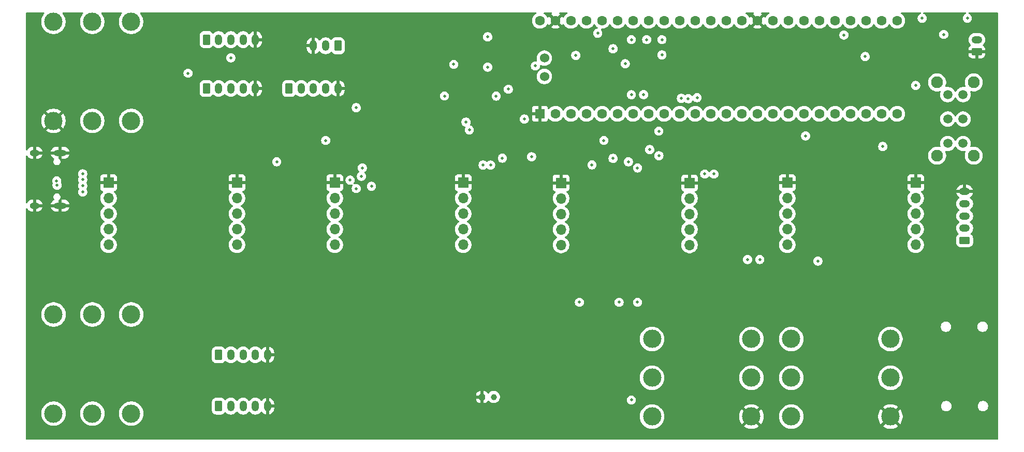
<source format=gbr>
%TF.GenerationSoftware,KiCad,Pcbnew,9.0.5*%
%TF.CreationDate,2025-10-04T17:31:32+02:00*%
%TF.ProjectId,toern_revE,746f6572-6e5f-4726-9576-452e6b696361,rev?*%
%TF.SameCoordinates,Original*%
%TF.FileFunction,Copper,L2,Inr*%
%TF.FilePolarity,Positive*%
%FSLAX46Y46*%
G04 Gerber Fmt 4.6, Leading zero omitted, Abs format (unit mm)*
G04 Created by KiCad (PCBNEW 9.0.5) date 2025-10-04 17:31:32*
%MOMM*%
%LPD*%
G01*
G04 APERTURE LIST*
G04 Aperture macros list*
%AMRoundRect*
0 Rectangle with rounded corners*
0 $1 Rounding radius*
0 $2 $3 $4 $5 $6 $7 $8 $9 X,Y pos of 4 corners*
0 Add a 4 corners polygon primitive as box body*
4,1,4,$2,$3,$4,$5,$6,$7,$8,$9,$2,$3,0*
0 Add four circle primitives for the rounded corners*
1,1,$1+$1,$2,$3*
1,1,$1+$1,$4,$5*
1,1,$1+$1,$6,$7*
1,1,$1+$1,$8,$9*
0 Add four rect primitives between the rounded corners*
20,1,$1+$1,$2,$3,$4,$5,0*
20,1,$1+$1,$4,$5,$6,$7,0*
20,1,$1+$1,$6,$7,$8,$9,0*
20,1,$1+$1,$8,$9,$2,$3,0*%
G04 Aperture macros list end*
%TA.AperFunction,ComponentPad*%
%ADD10RoundRect,0.250000X-0.250000X-0.250000X0.250000X-0.250000X0.250000X0.250000X-0.250000X0.250000X0*%
%TD*%
%TA.AperFunction,ComponentPad*%
%ADD11C,1.000000*%
%TD*%
%TA.AperFunction,ComponentPad*%
%ADD12RoundRect,0.250000X0.625000X-0.350000X0.625000X0.350000X-0.625000X0.350000X-0.625000X-0.350000X0*%
%TD*%
%TA.AperFunction,ComponentPad*%
%ADD13O,1.750000X1.200000*%
%TD*%
%TA.AperFunction,ComponentPad*%
%ADD14RoundRect,0.250000X-0.350000X-0.625000X0.350000X-0.625000X0.350000X0.625000X-0.350000X0.625000X0*%
%TD*%
%TA.AperFunction,ComponentPad*%
%ADD15O,1.200000X1.750000*%
%TD*%
%TA.AperFunction,ComponentPad*%
%ADD16O,2.100000X1.000000*%
%TD*%
%TA.AperFunction,ComponentPad*%
%ADD17O,1.600000X1.000000*%
%TD*%
%TA.AperFunction,ComponentPad*%
%ADD18R,1.700000X1.700000*%
%TD*%
%TA.AperFunction,ComponentPad*%
%ADD19O,1.700000X1.700000*%
%TD*%
%TA.AperFunction,ComponentPad*%
%ADD20RoundRect,0.250000X0.350000X0.625000X-0.350000X0.625000X-0.350000X-0.625000X0.350000X-0.625000X0*%
%TD*%
%TA.AperFunction,ComponentPad*%
%ADD21C,3.000000*%
%TD*%
%TA.AperFunction,ComponentPad*%
%ADD22C,1.500000*%
%TD*%
%TA.AperFunction,ComponentPad*%
%ADD23C,1.950000*%
%TD*%
%TA.AperFunction,ComponentPad*%
%ADD24R,1.600000X1.600000*%
%TD*%
%TA.AperFunction,ComponentPad*%
%ADD25C,1.600000*%
%TD*%
%TA.AperFunction,ComponentPad*%
%ADD26C,1.524000*%
%TD*%
%TA.AperFunction,ViaPad*%
%ADD27C,0.500000*%
%TD*%
%TA.AperFunction,ViaPad*%
%ADD28C,0.600000*%
%TD*%
G04 APERTURE END LIST*
D10*
%TO.N,GND*%
%TO.C,MK1*%
X106100000Y-88500000D03*
D11*
%TO.N,Net-(MK1-+)*%
X108000000Y-88500000D03*
%TD*%
D12*
%TO.N,33_MCLK2*%
%TO.C,J15*%
X185000000Y-62865836D03*
D13*
%TO.N,32_OUT1B*%
X185000000Y-60865836D03*
%TO.N,41_A17*%
X185000000Y-58865836D03*
%TO.N,+3.3V*%
X185000000Y-56865836D03*
%TO.N,GND*%
X185000000Y-54865836D03*
%TD*%
D14*
%TO.N,24_A10_TX6_SCL2*%
%TO.C,J11.5*%
X63000000Y-81600000D03*
D15*
%TO.N,25_A11_RX6_SDA2*%
X65000000Y-81600000D03*
%TO.N,31_CTX3*%
X67000000Y-81600000D03*
%TO.N,+5V*%
X69000000Y-81600000D03*
%TO.N,GND*%
X71000000Y-81600000D03*
%TD*%
D14*
%TO.N,24_A10_TX6_SCL2*%
%TO.C,J11*%
X63000000Y-90000000D03*
D15*
%TO.N,25_A11_RX6_SDA2*%
X65000000Y-90000000D03*
%TO.N,31_CTX3*%
X67000000Y-90000000D03*
%TO.N,+3.3V*%
X69000000Y-90000000D03*
%TO.N,GND*%
X71000000Y-90000000D03*
%TD*%
D16*
%TO.N,GND*%
%TO.C,J4*%
X37080000Y-48540000D03*
D17*
X32900000Y-48540000D03*
D16*
X37080000Y-57180000D03*
D17*
X32900000Y-57180000D03*
%TD*%
D18*
%TO.N,GND*%
%TO.C,U10*%
X82000000Y-53425000D03*
X103000000Y-53425051D03*
D19*
%TO.N,+5V*%
X82000000Y-55965000D03*
X103000000Y-55965051D03*
%TO.N,18_A4_SDA*%
X82000000Y-58505000D03*
X103000000Y-58505051D03*
%TO.N,19_A5_SCL*%
X82000000Y-61045000D03*
X103000000Y-61045051D03*
%TO.N,27_A13_SCK1*%
X82000000Y-63585000D03*
X103000000Y-63585051D03*
%TD*%
D14*
%TO.N,22_A8_CTX1*%
%TO.C,J12*%
X61000000Y-38000000D03*
D15*
%TO.N,5_IN2*%
X63000000Y-38000000D03*
%TO.N,15_A1_RX3_SPDIF_IN*%
X65000000Y-38000000D03*
%TO.N,+3.3V*%
X67000000Y-38000000D03*
%TO.N,GND*%
X69000000Y-38000000D03*
%TD*%
D20*
%TO.N,17_A3_TX4_SDA1*%
%TO.C,J9*%
X82500000Y-31000000D03*
D15*
%TO.N,+5V*%
X80500000Y-31000000D03*
%TO.N,GND*%
X78500000Y-31000000D03*
%TD*%
D21*
%TO.N,unconnected-(J7-PadR)*%
%TO.C,J7*%
X150120000Y-85350000D03*
%TO.N,unconnected-(J7-PadRN)*%
X133890000Y-85350000D03*
%TO.N,GND*%
X150120000Y-91700000D03*
%TO.N,unconnected-(J7-PadSN)*%
X133890000Y-91700000D03*
%TO.N,Net-(C20-Pad1)*%
X150120000Y-79000000D03*
%TO.N,Net-(MK1-+)*%
X133890000Y-79000000D03*
%TD*%
D18*
%TO.N,GND*%
%TO.C,U9*%
X119000000Y-53460000D03*
X140000000Y-53460051D03*
D19*
%TO.N,+5V*%
X119000000Y-56000000D03*
X140000000Y-56000051D03*
%TO.N,18_A4_SDA*%
X119000000Y-58540000D03*
X140000000Y-58540051D03*
%TO.N,19_A5_SCL*%
X119000000Y-61080000D03*
X140000000Y-61080051D03*
%TO.N,27_A13_SCK1*%
X119000000Y-63620000D03*
X140000000Y-63620051D03*
%TD*%
D21*
%TO.N,Net-(C16-Pad2)*%
%TO.C,J5*%
X42331020Y-43307339D03*
%TO.N,unconnected-(J5-PadRN)*%
X42331020Y-27077339D03*
%TO.N,GND*%
X35981020Y-43307339D03*
%TO.N,unconnected-(J5-PadSN)*%
X35981020Y-27077339D03*
%TO.N,Net-(C17-Pad2)*%
X48681020Y-43307339D03*
%TO.N,unconnected-(J5-PadTN)*%
X48681020Y-27077339D03*
%TD*%
D12*
%TO.N,GND*%
%TO.C,J16*%
X187000000Y-32000000D03*
D13*
%TO.N,VBAT*%
X187000000Y-30000000D03*
%TD*%
D14*
%TO.N,2_OUT2*%
%TO.C,J13*%
X74500000Y-38000000D03*
D15*
%TO.N,4_BCLK2*%
X76500000Y-38000000D03*
%TO.N,3_LRCLK2*%
X78500000Y-38000000D03*
%TO.N,+3.3V*%
X80500000Y-38000000D03*
%TO.N,GND*%
X82500000Y-38000000D03*
%TD*%
D18*
%TO.N,GND*%
%TO.C,U11*%
X45000000Y-53425000D03*
X66000000Y-53425051D03*
D19*
%TO.N,+5V*%
X45000000Y-55965000D03*
X66000000Y-55965051D03*
%TO.N,18_A4_SDA*%
X45000000Y-58505000D03*
X66000000Y-58505051D03*
%TO.N,19_A5_SCL*%
X45000000Y-61045000D03*
X66000000Y-61045051D03*
%TO.N,27_A13_SCK1*%
X45000000Y-63585000D03*
X66000000Y-63585051D03*
%TD*%
D22*
%TO.N,unconnected-(SW1-A-Pad1)*%
%TO.C,SW1*%
X184750000Y-47000000D03*
%TO.N,+5V*%
X184750000Y-43000000D03*
%TO.N,Net-(D2-K)*%
X184750000Y-39000000D03*
X182250000Y-39000000D03*
%TO.N,+5V*%
X182250000Y-43000000D03*
%TO.N,unconnected-(SW1-C-Pad6)*%
X182250000Y-47000000D03*
D23*
%TO.N,N/C*%
X186500000Y-49000000D03*
X180500000Y-49000000D03*
X186500000Y-37000000D03*
X180500000Y-37000000D03*
%TD*%
D21*
%TO.N,Net-(C18-Pad1)*%
%TO.C,J6*%
X172875000Y-85350000D03*
%TO.N,unconnected-(J6-PadRN)*%
X156645000Y-85350000D03*
%TO.N,GND*%
X172875000Y-91700000D03*
%TO.N,unconnected-(J6-PadSN)*%
X156645000Y-91700000D03*
%TO.N,Net-(C19-Pad1)*%
X172875000Y-79000000D03*
%TO.N,unconnected-(J6-PadTN)*%
X156645000Y-79000000D03*
%TD*%
D14*
%TO.N,14_A0_TX3_SPDIF_OUT*%
%TO.C,J14*%
X61000000Y-30000000D03*
D15*
%TO.N,9_OUT1C*%
X63000000Y-30000000D03*
%TO.N,16_A2_RX4_SCL1*%
X65000000Y-30000000D03*
%TO.N,+3.3V*%
X67000000Y-30000000D03*
%TO.N,GND*%
X69000000Y-30000000D03*
%TD*%
D18*
%TO.N,GND*%
%TO.C,U12*%
X156000000Y-53425000D03*
X177000000Y-53425051D03*
D19*
%TO.N,+5V*%
X156000000Y-55965000D03*
X177000000Y-55965051D03*
%TO.N,18_A4_SDA*%
X156000000Y-58505000D03*
X177000000Y-58505051D03*
%TO.N,19_A5_SCL*%
X156000000Y-61045000D03*
X177000000Y-61045051D03*
%TO.N,27_A13_SCK1*%
X156000000Y-63585000D03*
X177000000Y-63585051D03*
%TD*%
D24*
%TO.N,GND*%
%TO.C,U6*%
X115560000Y-42150000D03*
D25*
%TO.N,0_RX1_CRX2_CS1*%
X118100000Y-42150000D03*
%TO.N,1_TX1_CTX2_MISO1*%
X120640000Y-42150000D03*
%TO.N,2_OUT2*%
X123180000Y-42150000D03*
%TO.N,3_LRCLK2*%
X125720000Y-42150000D03*
%TO.N,4_BCLK2*%
X128260000Y-42150000D03*
%TO.N,5_IN2*%
X130800000Y-42150000D03*
%TO.N,6_OUT1D*%
X133340000Y-42150000D03*
%TO.N,7_RX2_OUT1A*%
X135880000Y-42150000D03*
%TO.N,8_TX2_IN1*%
X138420000Y-42150000D03*
%TO.N,9_OUT1C*%
X140960000Y-42150000D03*
%TO.N,10_CS_MQSR*%
X143500000Y-42150000D03*
%TO.N,11_MOSI_CTX1*%
X146040000Y-42150000D03*
%TO.N,12_MISO_MQSL*%
X148580000Y-42150000D03*
%TO.N,unconnected-(U6-3V3-Pad15)*%
X151120000Y-42150000D03*
%TO.N,24_A10_TX6_SCL2*%
X153660000Y-42150000D03*
%TO.N,25_A11_RX6_SDA2*%
X156200000Y-42150000D03*
%TO.N,26_A12_MOSI1*%
X158740000Y-42150000D03*
%TO.N,27_A13_SCK1*%
X161280000Y-42150000D03*
%TO.N,28_RX7*%
X163820000Y-42150000D03*
%TO.N,29_TX7*%
X166360000Y-42150000D03*
%TO.N,30_CRX3*%
X168900000Y-42150000D03*
%TO.N,31_CTX3*%
X171440000Y-42150000D03*
%TO.N,32_OUT1B*%
X173980000Y-42150000D03*
%TO.N,33_MCLK2*%
X173980000Y-26910000D03*
%TO.N,34_RX8*%
X171440000Y-26910000D03*
%TO.N,35_TX8*%
X168900000Y-26910000D03*
%TO.N,36_CS*%
X166360000Y-26910000D03*
%TO.N,37_CS*%
X163820000Y-26910000D03*
%TO.N,38_CS1_IN1*%
X161280000Y-26910000D03*
%TO.N,39_MISO1_OUT1A*%
X158740000Y-26910000D03*
%TO.N,40_A16*%
X156200000Y-26910000D03*
%TO.N,41_A17*%
X153660000Y-26910000D03*
%TO.N,GND*%
X151120000Y-26910000D03*
%TO.N,13_SCK_LED*%
X148580000Y-26910000D03*
%TO.N,14_A0_TX3_SPDIF_OUT*%
X146040000Y-26910000D03*
%TO.N,15_A1_RX3_SPDIF_IN*%
X143500000Y-26910000D03*
%TO.N,16_A2_RX4_SCL1*%
X140960000Y-26910000D03*
%TO.N,17_A3_TX4_SDA1*%
X138420000Y-26910000D03*
%TO.N,18_A4_SDA*%
X135880000Y-26910000D03*
%TO.N,19_A5_SCL*%
X133340000Y-26910000D03*
%TO.N,20_A6_TX5_LRCLK1*%
X130800000Y-26910000D03*
%TO.N,21_A7_RX5_BCLK1*%
X128260000Y-26910000D03*
%TO.N,22_A8_CTX1*%
X125720000Y-26910000D03*
%TO.N,23_A9_CRX1_MCLK1*%
X123180000Y-26910000D03*
%TO.N,unconnected-(U6-3V3-Pad46)*%
X120640000Y-26910000D03*
%TO.N,GND*%
X118100000Y-26910000D03*
%TO.N,+5V*%
X115560000Y-26910000D03*
D26*
%TO.N,D-*%
X116270000Y-33030000D03*
%TO.N,D+*%
X116270000Y-36030000D03*
%TD*%
D21*
%TO.N,Net-(U3-HP_R)*%
%TO.C,J1*%
X42350000Y-91230000D03*
%TO.N,unconnected-(J1-PadRN)*%
X42350000Y-75000000D03*
%TO.N,Net-(U3-HP_VGND)*%
X36000000Y-91230000D03*
%TO.N,unconnected-(J1-PadSN)*%
X36000000Y-75000000D03*
%TO.N,Net-(U3-HP_L)*%
X48700000Y-91230000D03*
%TO.N,unconnected-(J1-PadTN)*%
X48700000Y-75000000D03*
%TD*%
D27*
%TO.N,GND*%
X95570000Y-35680000D03*
X111600000Y-35910000D03*
X111920000Y-49020000D03*
X107420000Y-49190000D03*
X97940000Y-34050000D03*
X123626208Y-77950000D03*
X51000000Y-53000000D03*
X126775000Y-77950000D03*
X105500000Y-47500000D03*
X74400000Y-85600000D03*
X40500000Y-69500000D03*
X141590000Y-50440000D03*
X105500000Y-34050000D03*
X104500000Y-48000000D03*
D28*
X112115735Y-40615735D03*
D27*
X159500000Y-70500000D03*
X146220000Y-38420000D03*
X123780000Y-75520000D03*
X154760000Y-38680000D03*
X42500000Y-61500000D03*
X150080000Y-44720000D03*
X42500000Y-60000000D03*
X156370000Y-31000000D03*
X82500000Y-49000000D03*
X96532500Y-46940000D03*
X105318578Y-52030712D03*
X136650000Y-48690000D03*
D28*
X112500000Y-40000000D03*
D27*
X110180000Y-51690000D03*
X110170000Y-50550000D03*
X104847429Y-47050000D03*
X188000000Y-69000000D03*
X175940000Y-35910000D03*
X104000000Y-92500000D03*
X178160000Y-29130000D03*
X166000000Y-54500000D03*
X110500000Y-48500000D03*
X96940000Y-39240000D03*
X51000000Y-62500000D03*
X183000000Y-71500000D03*
X158700000Y-49850000D03*
X122920000Y-77000000D03*
X105500000Y-28500000D03*
X130500000Y-59500000D03*
X182000000Y-56500000D03*
X182880000Y-29910000D03*
X109000000Y-53000000D03*
X96392500Y-51440000D03*
X156240000Y-46490000D03*
X176000000Y-89000000D03*
%TO.N,+5V*%
X144000000Y-52000000D03*
%TO.N,+3.3V*%
X128500000Y-73000000D03*
X80500000Y-46500000D03*
X108390000Y-39240000D03*
X161000000Y-66250000D03*
X72500000Y-50000000D03*
X99930000Y-39220000D03*
X131500000Y-73000000D03*
X159000000Y-45760000D03*
X122000000Y-73000000D03*
%TO.N,Net-(U3-HP_L)*%
X88000000Y-54000000D03*
X109401409Y-49401409D03*
%TO.N,Net-(U3-HP_R)*%
X86361091Y-52361091D03*
X106240000Y-50530000D03*
%TO.N,Net-(U3-HP_VGND)*%
X85497388Y-54375051D03*
X107480000Y-50545000D03*
%TO.N,VBAT*%
X129500000Y-33940000D03*
%TO.N,D+*%
X36571169Y-53827325D03*
%TO.N,D-*%
X36510000Y-53130000D03*
X114790000Y-34305000D03*
%TO.N,12_MISO_MQSL*%
X142500000Y-52000000D03*
X131500000Y-51000000D03*
%TO.N,10_CS_MQSR*%
X127500000Y-49450000D03*
X133500000Y-48000000D03*
%TO.N,7_RX2_OUT1A*%
X138670000Y-39610000D03*
X135500000Y-32500000D03*
X125000000Y-28950000D03*
%TO.N,17_A3_TX4_SDA1*%
X107000000Y-29550000D03*
%TO.N,19_A5_SCL*%
X84500000Y-53000000D03*
X130500000Y-39010000D03*
X104000000Y-44780000D03*
X133000000Y-30000000D03*
%TO.N,18_A4_SDA*%
X103450000Y-43500000D03*
X132500000Y-39000000D03*
X86500000Y-51000000D03*
X135500000Y-30000000D03*
%TO.N,24_A10_TX6_SCL2*%
X149500000Y-66000000D03*
%TO.N,25_A11_RX6_SDA2*%
X151500000Y-66000000D03*
%TO.N,15_A1_RX3_SPDIF_IN*%
X65000000Y-32975000D03*
%TO.N,22_A8_CTX1*%
X101450000Y-34050000D03*
%TO.N,9_OUT1C*%
X85500000Y-41140000D03*
%TO.N,16_A2_RX4_SCL1*%
X58000000Y-35500000D03*
X141250000Y-39500000D03*
%TO.N,41_A17*%
X168735000Y-32765000D03*
X165260000Y-29240000D03*
%TO.N,11_MOSI_CTX1*%
X134990000Y-44980000D03*
X124050000Y-50500000D03*
X126000000Y-46500000D03*
%TO.N,23_A9_CRX1_MCLK1*%
X121421752Y-32578248D03*
%TO.N,13_SCK_LED*%
X130000000Y-50000000D03*
X135000000Y-49000000D03*
%TO.N,MICBIAS*%
X113000000Y-43000000D03*
X114170000Y-49170000D03*
%TO.N,20_A6_TX5_LRCLK1*%
X130500000Y-30000000D03*
%TO.N,21_A7_RX5_BCLK1*%
X107000000Y-34500000D03*
X127500000Y-31500000D03*
X110380000Y-38110000D03*
%TO.N,8_TX2_IN1*%
X139800000Y-39680000D03*
%TO.N,31_CTX3*%
X130500000Y-89000000D03*
X171605741Y-47500000D03*
%TO.N,VBUS*%
X40770000Y-54940000D03*
X40770000Y-52930000D03*
X40770000Y-51970000D03*
X185450000Y-26490000D03*
X177000000Y-37500000D03*
X181590000Y-29150000D03*
X40770000Y-53920000D03*
X178060000Y-26500000D03*
%TD*%
%TA.AperFunction,Conductor*%
%TO.N,GND*%
G36*
X34456402Y-25560185D02*
G01*
X34502157Y-25612989D01*
X34512101Y-25682147D01*
X34483076Y-25745703D01*
X34477044Y-25752181D01*
X34473738Y-25755487D01*
X34314095Y-25963535D01*
X34182978Y-26190638D01*
X34182973Y-26190648D01*
X34082625Y-26432910D01*
X34082622Y-26432920D01*
X34033813Y-26615081D01*
X34014750Y-26686224D01*
X33980520Y-26946211D01*
X33980520Y-27208466D01*
X33987773Y-27263553D01*
X34014750Y-27468455D01*
X34082622Y-27721757D01*
X34082625Y-27721767D01*
X34182973Y-27964029D01*
X34182978Y-27964039D01*
X34314095Y-28191142D01*
X34473738Y-28399190D01*
X34473746Y-28399199D01*
X34659160Y-28584613D01*
X34659168Y-28584620D01*
X34867216Y-28744263D01*
X35094319Y-28875380D01*
X35094329Y-28875385D01*
X35336591Y-28975733D01*
X35336601Y-28975737D01*
X35589904Y-29043609D01*
X35849900Y-29077839D01*
X35849907Y-29077839D01*
X36112133Y-29077839D01*
X36112140Y-29077839D01*
X36372136Y-29043609D01*
X36625439Y-28975737D01*
X36843078Y-28885588D01*
X36867710Y-28875385D01*
X36867711Y-28875384D01*
X36867717Y-28875382D01*
X37094823Y-28744263D01*
X37302871Y-28584621D01*
X37302875Y-28584616D01*
X37302880Y-28584613D01*
X37488294Y-28399199D01*
X37488297Y-28399194D01*
X37488302Y-28399190D01*
X37647944Y-28191142D01*
X37779063Y-27964036D01*
X37879418Y-27721758D01*
X37947290Y-27468455D01*
X37981520Y-27208459D01*
X37981520Y-26946219D01*
X37947290Y-26686223D01*
X37879418Y-26432920D01*
X37876586Y-26426082D01*
X37779066Y-26190648D01*
X37779061Y-26190638D01*
X37647944Y-25963535D01*
X37506390Y-25779061D01*
X37488302Y-25755488D01*
X37488301Y-25755487D01*
X37488294Y-25755479D01*
X37484996Y-25752181D01*
X37451511Y-25690858D01*
X37456495Y-25621166D01*
X37498367Y-25565233D01*
X37563831Y-25540816D01*
X37572677Y-25540500D01*
X40739363Y-25540500D01*
X40806402Y-25560185D01*
X40852157Y-25612989D01*
X40862101Y-25682147D01*
X40833076Y-25745703D01*
X40827044Y-25752181D01*
X40823738Y-25755487D01*
X40664095Y-25963535D01*
X40532978Y-26190638D01*
X40532973Y-26190648D01*
X40432625Y-26432910D01*
X40432622Y-26432920D01*
X40383813Y-26615081D01*
X40364750Y-26686224D01*
X40330520Y-26946211D01*
X40330520Y-27208466D01*
X40337773Y-27263553D01*
X40364750Y-27468455D01*
X40432622Y-27721757D01*
X40432625Y-27721767D01*
X40532973Y-27964029D01*
X40532978Y-27964039D01*
X40664095Y-28191142D01*
X40823738Y-28399190D01*
X40823746Y-28399199D01*
X41009160Y-28584613D01*
X41009168Y-28584620D01*
X41217216Y-28744263D01*
X41444319Y-28875380D01*
X41444329Y-28875385D01*
X41686591Y-28975733D01*
X41686601Y-28975737D01*
X41939904Y-29043609D01*
X42199900Y-29077839D01*
X42199907Y-29077839D01*
X42462133Y-29077839D01*
X42462140Y-29077839D01*
X42722136Y-29043609D01*
X42975439Y-28975737D01*
X43193078Y-28885588D01*
X43217710Y-28875385D01*
X43217711Y-28875384D01*
X43217717Y-28875382D01*
X43444823Y-28744263D01*
X43652871Y-28584621D01*
X43652875Y-28584616D01*
X43652880Y-28584613D01*
X43838294Y-28399199D01*
X43838297Y-28399194D01*
X43838302Y-28399190D01*
X43997944Y-28191142D01*
X44129063Y-27964036D01*
X44229418Y-27721758D01*
X44297290Y-27468455D01*
X44331520Y-27208459D01*
X44331520Y-26946219D01*
X44297290Y-26686223D01*
X44229418Y-26432920D01*
X44226586Y-26426082D01*
X44129066Y-26190648D01*
X44129061Y-26190638D01*
X43997944Y-25963535D01*
X43856390Y-25779061D01*
X43838302Y-25755488D01*
X43838301Y-25755487D01*
X43838294Y-25755479D01*
X43834996Y-25752181D01*
X43801511Y-25690858D01*
X43806495Y-25621166D01*
X43848367Y-25565233D01*
X43913831Y-25540816D01*
X43922677Y-25540500D01*
X47089363Y-25540500D01*
X47156402Y-25560185D01*
X47202157Y-25612989D01*
X47212101Y-25682147D01*
X47183076Y-25745703D01*
X47177044Y-25752181D01*
X47173738Y-25755487D01*
X47014095Y-25963535D01*
X46882978Y-26190638D01*
X46882973Y-26190648D01*
X46782625Y-26432910D01*
X46782622Y-26432920D01*
X46733813Y-26615081D01*
X46714750Y-26686224D01*
X46680520Y-26946211D01*
X46680520Y-27208466D01*
X46687773Y-27263553D01*
X46714750Y-27468455D01*
X46782622Y-27721757D01*
X46782625Y-27721767D01*
X46882973Y-27964029D01*
X46882978Y-27964039D01*
X47014095Y-28191142D01*
X47173738Y-28399190D01*
X47173746Y-28399199D01*
X47359160Y-28584613D01*
X47359168Y-28584620D01*
X47567216Y-28744263D01*
X47794319Y-28875380D01*
X47794329Y-28875385D01*
X48036591Y-28975733D01*
X48036601Y-28975737D01*
X48289904Y-29043609D01*
X48549900Y-29077839D01*
X48549907Y-29077839D01*
X48812133Y-29077839D01*
X48812140Y-29077839D01*
X49072136Y-29043609D01*
X49325439Y-28975737D01*
X49543078Y-28885588D01*
X49567710Y-28875385D01*
X49567711Y-28875384D01*
X49567717Y-28875382D01*
X49794823Y-28744263D01*
X50002871Y-28584621D01*
X50002875Y-28584616D01*
X50002880Y-28584613D01*
X50188294Y-28399199D01*
X50188297Y-28399194D01*
X50188302Y-28399190D01*
X50347944Y-28191142D01*
X50479063Y-27964036D01*
X50579418Y-27721758D01*
X50647290Y-27468455D01*
X50681520Y-27208459D01*
X50681520Y-26946219D01*
X50647290Y-26686223D01*
X50579418Y-26432920D01*
X50576586Y-26426082D01*
X50479066Y-26190648D01*
X50479061Y-26190638D01*
X50347944Y-25963535D01*
X50206390Y-25779061D01*
X50188302Y-25755488D01*
X50188301Y-25755487D01*
X50188294Y-25755479D01*
X50184996Y-25752181D01*
X50151511Y-25690858D01*
X50156495Y-25621166D01*
X50198367Y-25565233D01*
X50263831Y-25540816D01*
X50272677Y-25540500D01*
X114866701Y-25540500D01*
X114933740Y-25560185D01*
X114979495Y-25612989D01*
X114989439Y-25682147D01*
X114960414Y-25745703D01*
X114922996Y-25774985D01*
X114878386Y-25797715D01*
X114712786Y-25918028D01*
X114568028Y-26062786D01*
X114447715Y-26228386D01*
X114354781Y-26410776D01*
X114291522Y-26605465D01*
X114259500Y-26807648D01*
X114259500Y-27012351D01*
X114291522Y-27214534D01*
X114354781Y-27409223D01*
X114418691Y-27534653D01*
X114447585Y-27591359D01*
X114447715Y-27591613D01*
X114568028Y-27757213D01*
X114712786Y-27901971D01*
X114833226Y-27989474D01*
X114878390Y-28022287D01*
X114994607Y-28081503D01*
X115060776Y-28115218D01*
X115060778Y-28115218D01*
X115060781Y-28115220D01*
X115165137Y-28149127D01*
X115255465Y-28178477D01*
X115335428Y-28191142D01*
X115457648Y-28210500D01*
X115457649Y-28210500D01*
X115662351Y-28210500D01*
X115662352Y-28210500D01*
X115864534Y-28178477D01*
X116059219Y-28115220D01*
X116241610Y-28022287D01*
X116334590Y-27954732D01*
X116407213Y-27901971D01*
X116407215Y-27901968D01*
X116407219Y-27901966D01*
X116551966Y-27757219D01*
X116551968Y-27757215D01*
X116551971Y-27757213D01*
X116672286Y-27591611D01*
X116672415Y-27591359D01*
X116719795Y-27498369D01*
X116767769Y-27447573D01*
X116835590Y-27430778D01*
X116901725Y-27453315D01*
X116940765Y-27498369D01*
X116988141Y-27591350D01*
X116988147Y-27591359D01*
X117020523Y-27635921D01*
X117020524Y-27635922D01*
X117576212Y-27080234D01*
X117587482Y-27122292D01*
X117659890Y-27247708D01*
X117762292Y-27350110D01*
X117887708Y-27422518D01*
X117929765Y-27433787D01*
X117374076Y-27989474D01*
X117418650Y-28021859D01*
X117600968Y-28114755D01*
X117795582Y-28177990D01*
X117997683Y-28210000D01*
X118202317Y-28210000D01*
X118404417Y-28177990D01*
X118599031Y-28114755D01*
X118781349Y-28021859D01*
X118825921Y-27989474D01*
X118270234Y-27433787D01*
X118312292Y-27422518D01*
X118437708Y-27350110D01*
X118540110Y-27247708D01*
X118612518Y-27122292D01*
X118623787Y-27080234D01*
X119179474Y-27635921D01*
X119211861Y-27591347D01*
X119211861Y-27591346D01*
X119259234Y-27498371D01*
X119307208Y-27447575D01*
X119375028Y-27430779D01*
X119441164Y-27453316D01*
X119480203Y-27498369D01*
X119527713Y-27591611D01*
X119648028Y-27757213D01*
X119792786Y-27901971D01*
X119913226Y-27989474D01*
X119958390Y-28022287D01*
X120074607Y-28081503D01*
X120140776Y-28115218D01*
X120140778Y-28115218D01*
X120140781Y-28115220D01*
X120245137Y-28149127D01*
X120335465Y-28178477D01*
X120415428Y-28191142D01*
X120537648Y-28210500D01*
X120537649Y-28210500D01*
X120742351Y-28210500D01*
X120742352Y-28210500D01*
X120944534Y-28178477D01*
X121139219Y-28115220D01*
X121321610Y-28022287D01*
X121414590Y-27954732D01*
X121487213Y-27901971D01*
X121487215Y-27901968D01*
X121487219Y-27901966D01*
X121631966Y-27757219D01*
X121631968Y-27757215D01*
X121631971Y-27757213D01*
X121752284Y-27591614D01*
X121752286Y-27591611D01*
X121752287Y-27591610D01*
X121799516Y-27498917D01*
X121847489Y-27448123D01*
X121915310Y-27431328D01*
X121981445Y-27453865D01*
X122020485Y-27498919D01*
X122067715Y-27591614D01*
X122188028Y-27757213D01*
X122332786Y-27901971D01*
X122453226Y-27989474D01*
X122498390Y-28022287D01*
X122614607Y-28081503D01*
X122680776Y-28115218D01*
X122680778Y-28115218D01*
X122680781Y-28115220D01*
X122785137Y-28149127D01*
X122875465Y-28178477D01*
X122955428Y-28191142D01*
X123077648Y-28210500D01*
X123077649Y-28210500D01*
X123282351Y-28210500D01*
X123282352Y-28210500D01*
X123484534Y-28178477D01*
X123679219Y-28115220D01*
X123861610Y-28022287D01*
X123954590Y-27954732D01*
X124027213Y-27901971D01*
X124027215Y-27901968D01*
X124027219Y-27901966D01*
X124171966Y-27757219D01*
X124171968Y-27757215D01*
X124171971Y-27757213D01*
X124292284Y-27591614D01*
X124292286Y-27591611D01*
X124292287Y-27591610D01*
X124339516Y-27498917D01*
X124387489Y-27448123D01*
X124455310Y-27431328D01*
X124521445Y-27453865D01*
X124560485Y-27498919D01*
X124607715Y-27591614D01*
X124728028Y-27757213D01*
X124872782Y-27901967D01*
X124872787Y-27901971D01*
X124976390Y-27977243D01*
X125019056Y-28032573D01*
X125025035Y-28102186D01*
X124992430Y-28163981D01*
X124931591Y-28198338D01*
X124927697Y-28199178D01*
X124781092Y-28228340D01*
X124781082Y-28228343D01*
X124644511Y-28284912D01*
X124644498Y-28284919D01*
X124521584Y-28367048D01*
X124521580Y-28367051D01*
X124417051Y-28471580D01*
X124417048Y-28471584D01*
X124334919Y-28594498D01*
X124334912Y-28594511D01*
X124278343Y-28731082D01*
X124278340Y-28731092D01*
X124249500Y-28876079D01*
X124249500Y-28876082D01*
X124249500Y-29023918D01*
X124249500Y-29023920D01*
X124249499Y-29023920D01*
X124278340Y-29168907D01*
X124278343Y-29168917D01*
X124334912Y-29305488D01*
X124334919Y-29305501D01*
X124417048Y-29428415D01*
X124417051Y-29428419D01*
X124521580Y-29532948D01*
X124521584Y-29532951D01*
X124644498Y-29615080D01*
X124644511Y-29615087D01*
X124733838Y-29652087D01*
X124781087Y-29671658D01*
X124781091Y-29671658D01*
X124781092Y-29671659D01*
X124926079Y-29700500D01*
X124926082Y-29700500D01*
X125073920Y-29700500D01*
X125171462Y-29681096D01*
X125218913Y-29671658D01*
X125355495Y-29615084D01*
X125478416Y-29532951D01*
X125582951Y-29428416D01*
X125665084Y-29305495D01*
X125721658Y-29168913D01*
X125731096Y-29121462D01*
X125750500Y-29023920D01*
X125750500Y-28876079D01*
X125721659Y-28731092D01*
X125721658Y-28731091D01*
X125721658Y-28731087D01*
X125711097Y-28705591D01*
X125665087Y-28594511D01*
X125665080Y-28594498D01*
X125582951Y-28471584D01*
X125582948Y-28471580D01*
X125533549Y-28422181D01*
X125500064Y-28360858D01*
X125505048Y-28291166D01*
X125546920Y-28235233D01*
X125612384Y-28210816D01*
X125621230Y-28210500D01*
X125822351Y-28210500D01*
X125822352Y-28210500D01*
X126024534Y-28178477D01*
X126219219Y-28115220D01*
X126401610Y-28022287D01*
X126494590Y-27954732D01*
X126567213Y-27901971D01*
X126567215Y-27901968D01*
X126567219Y-27901966D01*
X126711966Y-27757219D01*
X126711968Y-27757215D01*
X126711971Y-27757213D01*
X126832284Y-27591614D01*
X126832286Y-27591611D01*
X126832287Y-27591610D01*
X126879516Y-27498917D01*
X126927489Y-27448123D01*
X126995310Y-27431328D01*
X127061445Y-27453865D01*
X127100485Y-27498919D01*
X127147715Y-27591614D01*
X127268028Y-27757213D01*
X127412786Y-27901971D01*
X127533226Y-27989474D01*
X127578390Y-28022287D01*
X127694607Y-28081503D01*
X127760776Y-28115218D01*
X127760778Y-28115218D01*
X127760781Y-28115220D01*
X127865137Y-28149127D01*
X127955465Y-28178477D01*
X128035428Y-28191142D01*
X128157648Y-28210500D01*
X128157649Y-28210500D01*
X128362351Y-28210500D01*
X128362352Y-28210500D01*
X128564534Y-28178477D01*
X128759219Y-28115220D01*
X128941610Y-28022287D01*
X129034590Y-27954732D01*
X129107213Y-27901971D01*
X129107215Y-27901968D01*
X129107219Y-27901966D01*
X129251966Y-27757219D01*
X129251968Y-27757215D01*
X129251971Y-27757213D01*
X129372284Y-27591614D01*
X129372286Y-27591611D01*
X129372287Y-27591610D01*
X129419516Y-27498917D01*
X129467489Y-27448123D01*
X129535310Y-27431328D01*
X129601445Y-27453865D01*
X129640485Y-27498919D01*
X129687715Y-27591614D01*
X129808028Y-27757213D01*
X129952786Y-27901971D01*
X130073226Y-27989474D01*
X130118390Y-28022287D01*
X130234607Y-28081503D01*
X130300776Y-28115218D01*
X130300778Y-28115218D01*
X130300781Y-28115220D01*
X130405137Y-28149127D01*
X130495465Y-28178477D01*
X130575428Y-28191142D01*
X130697648Y-28210500D01*
X130697649Y-28210500D01*
X130902351Y-28210500D01*
X130902352Y-28210500D01*
X131104534Y-28178477D01*
X131299219Y-28115220D01*
X131481610Y-28022287D01*
X131574590Y-27954732D01*
X131647213Y-27901971D01*
X131647215Y-27901968D01*
X131647219Y-27901966D01*
X131791966Y-27757219D01*
X131791968Y-27757215D01*
X131791971Y-27757213D01*
X131912284Y-27591614D01*
X131912286Y-27591611D01*
X131912287Y-27591610D01*
X131959516Y-27498917D01*
X132007489Y-27448123D01*
X132075310Y-27431328D01*
X132141445Y-27453865D01*
X132180485Y-27498919D01*
X132227715Y-27591614D01*
X132348028Y-27757213D01*
X132492786Y-27901971D01*
X132613226Y-27989474D01*
X132658390Y-28022287D01*
X132774607Y-28081503D01*
X132840776Y-28115218D01*
X132840778Y-28115218D01*
X132840781Y-28115220D01*
X132945137Y-28149127D01*
X133035465Y-28178477D01*
X133115428Y-28191142D01*
X133237648Y-28210500D01*
X133237649Y-28210500D01*
X133442351Y-28210500D01*
X133442352Y-28210500D01*
X133644534Y-28178477D01*
X133839219Y-28115220D01*
X134021610Y-28022287D01*
X134114590Y-27954732D01*
X134187213Y-27901971D01*
X134187215Y-27901968D01*
X134187219Y-27901966D01*
X134331966Y-27757219D01*
X134331968Y-27757215D01*
X134331971Y-27757213D01*
X134452284Y-27591614D01*
X134452286Y-27591611D01*
X134452287Y-27591610D01*
X134499516Y-27498917D01*
X134547489Y-27448123D01*
X134615310Y-27431328D01*
X134681445Y-27453865D01*
X134720485Y-27498919D01*
X134767715Y-27591614D01*
X134888028Y-27757213D01*
X135032786Y-27901971D01*
X135153226Y-27989474D01*
X135198390Y-28022287D01*
X135314607Y-28081503D01*
X135380776Y-28115218D01*
X135380778Y-28115218D01*
X135380781Y-28115220D01*
X135485137Y-28149127D01*
X135575465Y-28178477D01*
X135655428Y-28191142D01*
X135777648Y-28210500D01*
X135777649Y-28210500D01*
X135982351Y-28210500D01*
X135982352Y-28210500D01*
X136184534Y-28178477D01*
X136379219Y-28115220D01*
X136561610Y-28022287D01*
X136654590Y-27954732D01*
X136727213Y-27901971D01*
X136727215Y-27901968D01*
X136727219Y-27901966D01*
X136871966Y-27757219D01*
X136871968Y-27757215D01*
X136871971Y-27757213D01*
X136992284Y-27591614D01*
X136992286Y-27591611D01*
X136992287Y-27591610D01*
X137039516Y-27498917D01*
X137087489Y-27448123D01*
X137155310Y-27431328D01*
X137221445Y-27453865D01*
X137260485Y-27498919D01*
X137307715Y-27591614D01*
X137428028Y-27757213D01*
X137572786Y-27901971D01*
X137693226Y-27989474D01*
X137738390Y-28022287D01*
X137854607Y-28081503D01*
X137920776Y-28115218D01*
X137920778Y-28115218D01*
X137920781Y-28115220D01*
X138025137Y-28149127D01*
X138115465Y-28178477D01*
X138195428Y-28191142D01*
X138317648Y-28210500D01*
X138317649Y-28210500D01*
X138522351Y-28210500D01*
X138522352Y-28210500D01*
X138724534Y-28178477D01*
X138919219Y-28115220D01*
X139101610Y-28022287D01*
X139194590Y-27954732D01*
X139267213Y-27901971D01*
X139267215Y-27901968D01*
X139267219Y-27901966D01*
X139411966Y-27757219D01*
X139411968Y-27757215D01*
X139411971Y-27757213D01*
X139532284Y-27591614D01*
X139532286Y-27591611D01*
X139532287Y-27591610D01*
X139579516Y-27498917D01*
X139627489Y-27448123D01*
X139695310Y-27431328D01*
X139761445Y-27453865D01*
X139800485Y-27498919D01*
X139847715Y-27591614D01*
X139968028Y-27757213D01*
X140112786Y-27901971D01*
X140233226Y-27989474D01*
X140278390Y-28022287D01*
X140394607Y-28081503D01*
X140460776Y-28115218D01*
X140460778Y-28115218D01*
X140460781Y-28115220D01*
X140565137Y-28149127D01*
X140655465Y-28178477D01*
X140735428Y-28191142D01*
X140857648Y-28210500D01*
X140857649Y-28210500D01*
X141062351Y-28210500D01*
X141062352Y-28210500D01*
X141264534Y-28178477D01*
X141459219Y-28115220D01*
X141641610Y-28022287D01*
X141734590Y-27954732D01*
X141807213Y-27901971D01*
X141807215Y-27901968D01*
X141807219Y-27901966D01*
X141951966Y-27757219D01*
X141951968Y-27757215D01*
X141951971Y-27757213D01*
X142072284Y-27591614D01*
X142072286Y-27591611D01*
X142072287Y-27591610D01*
X142119516Y-27498917D01*
X142167489Y-27448123D01*
X142235310Y-27431328D01*
X142301445Y-27453865D01*
X142340485Y-27498919D01*
X142387715Y-27591614D01*
X142508028Y-27757213D01*
X142652786Y-27901971D01*
X142773226Y-27989474D01*
X142818390Y-28022287D01*
X142934607Y-28081503D01*
X143000776Y-28115218D01*
X143000778Y-28115218D01*
X143000781Y-28115220D01*
X143105137Y-28149127D01*
X143195465Y-28178477D01*
X143275428Y-28191142D01*
X143397648Y-28210500D01*
X143397649Y-28210500D01*
X143602351Y-28210500D01*
X143602352Y-28210500D01*
X143804534Y-28178477D01*
X143999219Y-28115220D01*
X144181610Y-28022287D01*
X144274590Y-27954732D01*
X144347213Y-27901971D01*
X144347215Y-27901968D01*
X144347219Y-27901966D01*
X144491966Y-27757219D01*
X144491968Y-27757215D01*
X144491971Y-27757213D01*
X144612284Y-27591614D01*
X144612286Y-27591611D01*
X144612287Y-27591610D01*
X144659516Y-27498917D01*
X144707489Y-27448123D01*
X144775310Y-27431328D01*
X144841445Y-27453865D01*
X144880485Y-27498919D01*
X144927715Y-27591614D01*
X145048028Y-27757213D01*
X145192786Y-27901971D01*
X145313226Y-27989474D01*
X145358390Y-28022287D01*
X145474607Y-28081503D01*
X145540776Y-28115218D01*
X145540778Y-28115218D01*
X145540781Y-28115220D01*
X145645137Y-28149127D01*
X145735465Y-28178477D01*
X145815428Y-28191142D01*
X145937648Y-28210500D01*
X145937649Y-28210500D01*
X146142351Y-28210500D01*
X146142352Y-28210500D01*
X146344534Y-28178477D01*
X146539219Y-28115220D01*
X146721610Y-28022287D01*
X146814590Y-27954732D01*
X146887213Y-27901971D01*
X146887215Y-27901968D01*
X146887219Y-27901966D01*
X147031966Y-27757219D01*
X147031968Y-27757215D01*
X147031971Y-27757213D01*
X147152284Y-27591614D01*
X147152286Y-27591611D01*
X147152287Y-27591610D01*
X147199516Y-27498917D01*
X147247489Y-27448123D01*
X147315310Y-27431328D01*
X147381445Y-27453865D01*
X147420485Y-27498919D01*
X147467715Y-27591614D01*
X147588028Y-27757213D01*
X147732786Y-27901971D01*
X147853226Y-27989474D01*
X147898390Y-28022287D01*
X148014607Y-28081503D01*
X148080776Y-28115218D01*
X148080778Y-28115218D01*
X148080781Y-28115220D01*
X148185137Y-28149127D01*
X148275465Y-28178477D01*
X148355428Y-28191142D01*
X148477648Y-28210500D01*
X148477649Y-28210500D01*
X148682351Y-28210500D01*
X148682352Y-28210500D01*
X148884534Y-28178477D01*
X149079219Y-28115220D01*
X149261610Y-28022287D01*
X149354590Y-27954732D01*
X149427213Y-27901971D01*
X149427215Y-27901968D01*
X149427219Y-27901966D01*
X149571966Y-27757219D01*
X149571968Y-27757215D01*
X149571971Y-27757213D01*
X149692286Y-27591611D01*
X149692415Y-27591359D01*
X149739795Y-27498369D01*
X149787769Y-27447573D01*
X149855590Y-27430778D01*
X149921725Y-27453315D01*
X149960765Y-27498369D01*
X150008141Y-27591350D01*
X150008147Y-27591359D01*
X150040523Y-27635921D01*
X150040524Y-27635922D01*
X150596212Y-27080234D01*
X150607482Y-27122292D01*
X150679890Y-27247708D01*
X150782292Y-27350110D01*
X150907708Y-27422518D01*
X150949765Y-27433787D01*
X150394076Y-27989474D01*
X150438650Y-28021859D01*
X150620968Y-28114755D01*
X150815582Y-28177990D01*
X151017683Y-28210000D01*
X151222317Y-28210000D01*
X151424417Y-28177990D01*
X151619031Y-28114755D01*
X151801349Y-28021859D01*
X151845921Y-27989474D01*
X151290234Y-27433787D01*
X151332292Y-27422518D01*
X151457708Y-27350110D01*
X151560110Y-27247708D01*
X151632518Y-27122292D01*
X151643787Y-27080234D01*
X152199474Y-27635921D01*
X152231861Y-27591347D01*
X152231861Y-27591346D01*
X152279234Y-27498371D01*
X152327208Y-27447575D01*
X152395028Y-27430779D01*
X152461164Y-27453316D01*
X152500203Y-27498369D01*
X152547713Y-27591611D01*
X152668028Y-27757213D01*
X152812786Y-27901971D01*
X152933226Y-27989474D01*
X152978390Y-28022287D01*
X153094607Y-28081503D01*
X153160776Y-28115218D01*
X153160778Y-28115218D01*
X153160781Y-28115220D01*
X153265137Y-28149127D01*
X153355465Y-28178477D01*
X153435428Y-28191142D01*
X153557648Y-28210500D01*
X153557649Y-28210500D01*
X153762351Y-28210500D01*
X153762352Y-28210500D01*
X153964534Y-28178477D01*
X154159219Y-28115220D01*
X154341610Y-28022287D01*
X154434590Y-27954732D01*
X154507213Y-27901971D01*
X154507215Y-27901968D01*
X154507219Y-27901966D01*
X154651966Y-27757219D01*
X154651968Y-27757215D01*
X154651971Y-27757213D01*
X154772284Y-27591614D01*
X154772286Y-27591611D01*
X154772287Y-27591610D01*
X154819516Y-27498917D01*
X154867489Y-27448123D01*
X154935310Y-27431328D01*
X155001445Y-27453865D01*
X155040485Y-27498919D01*
X155087715Y-27591614D01*
X155208028Y-27757213D01*
X155352786Y-27901971D01*
X155473226Y-27989474D01*
X155518390Y-28022287D01*
X155634607Y-28081503D01*
X155700776Y-28115218D01*
X155700778Y-28115218D01*
X155700781Y-28115220D01*
X155805137Y-28149127D01*
X155895465Y-28178477D01*
X155975428Y-28191142D01*
X156097648Y-28210500D01*
X156097649Y-28210500D01*
X156302351Y-28210500D01*
X156302352Y-28210500D01*
X156504534Y-28178477D01*
X156699219Y-28115220D01*
X156881610Y-28022287D01*
X156974590Y-27954732D01*
X157047213Y-27901971D01*
X157047215Y-27901968D01*
X157047219Y-27901966D01*
X157191966Y-27757219D01*
X157191968Y-27757215D01*
X157191971Y-27757213D01*
X157312284Y-27591614D01*
X157312286Y-27591611D01*
X157312287Y-27591610D01*
X157359516Y-27498917D01*
X157407489Y-27448123D01*
X157475310Y-27431328D01*
X157541445Y-27453865D01*
X157580485Y-27498919D01*
X157627715Y-27591614D01*
X157748028Y-27757213D01*
X157892786Y-27901971D01*
X158013226Y-27989474D01*
X158058390Y-28022287D01*
X158174607Y-28081503D01*
X158240776Y-28115218D01*
X158240778Y-28115218D01*
X158240781Y-28115220D01*
X158345137Y-28149127D01*
X158435465Y-28178477D01*
X158515428Y-28191142D01*
X158637648Y-28210500D01*
X158637649Y-28210500D01*
X158842351Y-28210500D01*
X158842352Y-28210500D01*
X159044534Y-28178477D01*
X159239219Y-28115220D01*
X159421610Y-28022287D01*
X159514590Y-27954732D01*
X159587213Y-27901971D01*
X159587215Y-27901968D01*
X159587219Y-27901966D01*
X159731966Y-27757219D01*
X159731968Y-27757215D01*
X159731971Y-27757213D01*
X159852284Y-27591614D01*
X159852286Y-27591611D01*
X159852287Y-27591610D01*
X159899516Y-27498917D01*
X159947489Y-27448123D01*
X160015310Y-27431328D01*
X160081445Y-27453865D01*
X160120485Y-27498919D01*
X160167715Y-27591614D01*
X160288028Y-27757213D01*
X160432786Y-27901971D01*
X160553226Y-27989474D01*
X160598390Y-28022287D01*
X160714607Y-28081503D01*
X160780776Y-28115218D01*
X160780778Y-28115218D01*
X160780781Y-28115220D01*
X160885137Y-28149127D01*
X160975465Y-28178477D01*
X161055428Y-28191142D01*
X161177648Y-28210500D01*
X161177649Y-28210500D01*
X161382351Y-28210500D01*
X161382352Y-28210500D01*
X161584534Y-28178477D01*
X161779219Y-28115220D01*
X161961610Y-28022287D01*
X162054590Y-27954732D01*
X162127213Y-27901971D01*
X162127215Y-27901968D01*
X162127219Y-27901966D01*
X162271966Y-27757219D01*
X162271968Y-27757215D01*
X162271971Y-27757213D01*
X162392284Y-27591614D01*
X162392286Y-27591611D01*
X162392287Y-27591610D01*
X162439516Y-27498917D01*
X162487489Y-27448123D01*
X162555310Y-27431328D01*
X162621445Y-27453865D01*
X162660485Y-27498919D01*
X162707715Y-27591614D01*
X162828028Y-27757213D01*
X162972786Y-27901971D01*
X163093226Y-27989474D01*
X163138390Y-28022287D01*
X163254607Y-28081503D01*
X163320776Y-28115218D01*
X163320778Y-28115218D01*
X163320781Y-28115220D01*
X163425137Y-28149127D01*
X163515465Y-28178477D01*
X163595428Y-28191142D01*
X163717648Y-28210500D01*
X163717649Y-28210500D01*
X163922351Y-28210500D01*
X163922352Y-28210500D01*
X164124534Y-28178477D01*
X164319219Y-28115220D01*
X164501610Y-28022287D01*
X164594590Y-27954732D01*
X164667213Y-27901971D01*
X164667215Y-27901968D01*
X164667219Y-27901966D01*
X164811966Y-27757219D01*
X164811968Y-27757215D01*
X164811971Y-27757213D01*
X164932284Y-27591614D01*
X164932286Y-27591611D01*
X164932287Y-27591610D01*
X164979516Y-27498917D01*
X165027489Y-27448123D01*
X165095310Y-27431328D01*
X165161445Y-27453865D01*
X165200485Y-27498919D01*
X165247715Y-27591614D01*
X165368028Y-27757213D01*
X165512786Y-27901971D01*
X165633226Y-27989474D01*
X165678390Y-28022287D01*
X165794607Y-28081503D01*
X165860776Y-28115218D01*
X165860778Y-28115218D01*
X165860781Y-28115220D01*
X165965137Y-28149127D01*
X166055465Y-28178477D01*
X166135428Y-28191142D01*
X166257648Y-28210500D01*
X166257649Y-28210500D01*
X166462351Y-28210500D01*
X166462352Y-28210500D01*
X166664534Y-28178477D01*
X166859219Y-28115220D01*
X167041610Y-28022287D01*
X167134590Y-27954732D01*
X167207213Y-27901971D01*
X167207215Y-27901968D01*
X167207219Y-27901966D01*
X167351966Y-27757219D01*
X167351968Y-27757215D01*
X167351971Y-27757213D01*
X167472284Y-27591614D01*
X167472286Y-27591611D01*
X167472287Y-27591610D01*
X167519516Y-27498917D01*
X167567489Y-27448123D01*
X167635310Y-27431328D01*
X167701445Y-27453865D01*
X167740485Y-27498919D01*
X167787715Y-27591614D01*
X167908028Y-27757213D01*
X168052786Y-27901971D01*
X168173226Y-27989474D01*
X168218390Y-28022287D01*
X168334607Y-28081503D01*
X168400776Y-28115218D01*
X168400778Y-28115218D01*
X168400781Y-28115220D01*
X168505137Y-28149127D01*
X168595465Y-28178477D01*
X168675428Y-28191142D01*
X168797648Y-28210500D01*
X168797649Y-28210500D01*
X169002351Y-28210500D01*
X169002352Y-28210500D01*
X169204534Y-28178477D01*
X169399219Y-28115220D01*
X169581610Y-28022287D01*
X169674590Y-27954732D01*
X169747213Y-27901971D01*
X169747215Y-27901968D01*
X169747219Y-27901966D01*
X169891966Y-27757219D01*
X169891968Y-27757215D01*
X169891971Y-27757213D01*
X170012284Y-27591614D01*
X170012286Y-27591611D01*
X170012287Y-27591610D01*
X170059516Y-27498917D01*
X170107489Y-27448123D01*
X170175310Y-27431328D01*
X170241445Y-27453865D01*
X170280485Y-27498919D01*
X170327715Y-27591614D01*
X170448028Y-27757213D01*
X170592786Y-27901971D01*
X170713226Y-27989474D01*
X170758390Y-28022287D01*
X170874607Y-28081503D01*
X170940776Y-28115218D01*
X170940778Y-28115218D01*
X170940781Y-28115220D01*
X171045137Y-28149127D01*
X171135465Y-28178477D01*
X171215428Y-28191142D01*
X171337648Y-28210500D01*
X171337649Y-28210500D01*
X171542351Y-28210500D01*
X171542352Y-28210500D01*
X171744534Y-28178477D01*
X171939219Y-28115220D01*
X172121610Y-28022287D01*
X172214590Y-27954732D01*
X172287213Y-27901971D01*
X172287215Y-27901968D01*
X172287219Y-27901966D01*
X172431966Y-27757219D01*
X172431968Y-27757215D01*
X172431971Y-27757213D01*
X172552284Y-27591614D01*
X172552286Y-27591611D01*
X172552287Y-27591610D01*
X172599516Y-27498917D01*
X172647489Y-27448123D01*
X172715310Y-27431328D01*
X172781445Y-27453865D01*
X172820485Y-27498919D01*
X172867715Y-27591614D01*
X172988028Y-27757213D01*
X173132786Y-27901971D01*
X173253226Y-27989474D01*
X173298390Y-28022287D01*
X173414607Y-28081503D01*
X173480776Y-28115218D01*
X173480778Y-28115218D01*
X173480781Y-28115220D01*
X173585137Y-28149127D01*
X173675465Y-28178477D01*
X173755428Y-28191142D01*
X173877648Y-28210500D01*
X173877649Y-28210500D01*
X174082351Y-28210500D01*
X174082352Y-28210500D01*
X174284534Y-28178477D01*
X174479219Y-28115220D01*
X174661610Y-28022287D01*
X174754590Y-27954732D01*
X174827213Y-27901971D01*
X174827215Y-27901968D01*
X174827219Y-27901966D01*
X174971966Y-27757219D01*
X174971968Y-27757215D01*
X174971971Y-27757213D01*
X175024732Y-27684590D01*
X175092287Y-27591610D01*
X175185220Y-27409219D01*
X175248477Y-27214534D01*
X175280500Y-27012352D01*
X175280500Y-26807648D01*
X175248477Y-26605466D01*
X175238226Y-26573918D01*
X175192410Y-26432910D01*
X175185220Y-26410781D01*
X175185218Y-26410778D01*
X175185218Y-26410776D01*
X175119140Y-26281092D01*
X175092287Y-26228390D01*
X175060092Y-26184077D01*
X174971971Y-26062786D01*
X174827213Y-25918028D01*
X174661613Y-25797715D01*
X174661612Y-25797714D01*
X174661610Y-25797713D01*
X174617004Y-25774985D01*
X174566208Y-25727010D01*
X174549413Y-25659189D01*
X174571951Y-25593054D01*
X174626666Y-25549603D01*
X174673299Y-25540500D01*
X177791899Y-25540500D01*
X177858938Y-25560185D01*
X177904693Y-25612989D01*
X177914637Y-25682147D01*
X177885612Y-25745703D01*
X177839351Y-25779061D01*
X177704511Y-25834912D01*
X177704498Y-25834919D01*
X177581584Y-25917048D01*
X177581580Y-25917051D01*
X177477051Y-26021580D01*
X177477048Y-26021584D01*
X177394919Y-26144498D01*
X177394912Y-26144511D01*
X177338343Y-26281082D01*
X177338340Y-26281092D01*
X177309500Y-26426079D01*
X177309500Y-26426082D01*
X177309500Y-26573918D01*
X177309500Y-26573920D01*
X177309499Y-26573920D01*
X177338340Y-26718907D01*
X177338343Y-26718917D01*
X177394912Y-26855488D01*
X177394919Y-26855501D01*
X177477048Y-26978415D01*
X177477051Y-26978419D01*
X177581580Y-27082948D01*
X177581584Y-27082951D01*
X177704498Y-27165080D01*
X177704511Y-27165087D01*
X177816947Y-27211659D01*
X177841087Y-27221658D01*
X177841091Y-27221658D01*
X177841092Y-27221659D01*
X177986079Y-27250500D01*
X177986082Y-27250500D01*
X178133920Y-27250500D01*
X178231462Y-27231096D01*
X178278913Y-27221658D01*
X178415495Y-27165084D01*
X178538416Y-27082951D01*
X178642951Y-26978416D01*
X178725084Y-26855495D01*
X178781658Y-26718913D01*
X178810500Y-26573918D01*
X178810500Y-26426082D01*
X178810500Y-26426079D01*
X178781659Y-26281092D01*
X178781658Y-26281091D01*
X178781658Y-26281087D01*
X178759939Y-26228652D01*
X178725087Y-26144511D01*
X178725080Y-26144498D01*
X178642951Y-26021584D01*
X178642948Y-26021580D01*
X178538419Y-25917051D01*
X178538415Y-25917048D01*
X178415501Y-25834919D01*
X178415488Y-25834912D01*
X178280649Y-25779061D01*
X178226245Y-25735220D01*
X178204180Y-25668926D01*
X178221459Y-25601227D01*
X178272596Y-25553616D01*
X178328101Y-25540500D01*
X185157756Y-25540500D01*
X185224795Y-25560185D01*
X185270550Y-25612989D01*
X185280494Y-25682147D01*
X185251469Y-25745703D01*
X185205209Y-25779061D01*
X185094507Y-25824914D01*
X185094498Y-25824919D01*
X184971584Y-25907048D01*
X184971580Y-25907051D01*
X184867051Y-26011580D01*
X184867048Y-26011584D01*
X184784919Y-26134498D01*
X184784912Y-26134511D01*
X184728343Y-26271082D01*
X184728340Y-26271092D01*
X184699500Y-26416079D01*
X184699500Y-26416082D01*
X184699500Y-26563918D01*
X184699500Y-26563920D01*
X184699499Y-26563920D01*
X184728340Y-26708907D01*
X184728343Y-26708917D01*
X184784912Y-26845488D01*
X184784919Y-26845501D01*
X184867048Y-26968415D01*
X184867051Y-26968419D01*
X184971580Y-27072948D01*
X184971584Y-27072951D01*
X185094498Y-27155080D01*
X185094511Y-27155087D01*
X185214815Y-27204918D01*
X185231087Y-27211658D01*
X185231091Y-27211658D01*
X185231092Y-27211659D01*
X185376079Y-27240500D01*
X185376082Y-27240500D01*
X185523920Y-27240500D01*
X185621462Y-27221096D01*
X185668913Y-27211658D01*
X185781353Y-27165084D01*
X185805488Y-27155087D01*
X185805488Y-27155086D01*
X185805495Y-27155084D01*
X185928416Y-27072951D01*
X186032951Y-26968416D01*
X186115084Y-26845495D01*
X186171658Y-26708913D01*
X186190323Y-26615081D01*
X186200500Y-26563920D01*
X186200500Y-26416079D01*
X186171659Y-26271092D01*
X186171658Y-26271091D01*
X186171658Y-26271087D01*
X186154078Y-26228644D01*
X186115087Y-26134511D01*
X186115080Y-26134498D01*
X186032951Y-26011584D01*
X186032948Y-26011580D01*
X185928419Y-25907051D01*
X185928415Y-25907048D01*
X185805501Y-25824919D01*
X185805492Y-25824914D01*
X185694791Y-25779061D01*
X185640388Y-25735220D01*
X185618323Y-25668926D01*
X185635602Y-25601227D01*
X185686739Y-25553616D01*
X185742244Y-25540500D01*
X190355500Y-25540500D01*
X190422539Y-25560185D01*
X190468294Y-25612989D01*
X190479500Y-25664500D01*
X190479500Y-95375500D01*
X190459815Y-95442539D01*
X190407011Y-95488294D01*
X190355500Y-95499500D01*
X31604500Y-95499500D01*
X31537461Y-95479815D01*
X31491706Y-95427011D01*
X31480500Y-95375500D01*
X31480500Y-91098872D01*
X33999500Y-91098872D01*
X33999500Y-91361127D01*
X34024187Y-91548635D01*
X34033730Y-91621116D01*
X34090000Y-91831120D01*
X34101602Y-91874418D01*
X34101605Y-91874428D01*
X34201953Y-92116690D01*
X34201958Y-92116700D01*
X34333075Y-92343803D01*
X34492718Y-92551851D01*
X34492726Y-92551860D01*
X34678140Y-92737274D01*
X34678148Y-92737281D01*
X34886196Y-92896924D01*
X35113299Y-93028041D01*
X35113309Y-93028046D01*
X35355571Y-93128394D01*
X35355581Y-93128398D01*
X35608884Y-93196270D01*
X35868880Y-93230500D01*
X35868887Y-93230500D01*
X36131113Y-93230500D01*
X36131120Y-93230500D01*
X36391116Y-93196270D01*
X36644419Y-93128398D01*
X36886697Y-93028043D01*
X37113803Y-92896924D01*
X37321851Y-92737282D01*
X37321855Y-92737277D01*
X37321860Y-92737274D01*
X37507274Y-92551860D01*
X37507277Y-92551855D01*
X37507282Y-92551851D01*
X37666924Y-92343803D01*
X37798043Y-92116697D01*
X37898398Y-91874419D01*
X37966270Y-91621116D01*
X38000500Y-91361120D01*
X38000500Y-91098880D01*
X38000499Y-91098872D01*
X40349500Y-91098872D01*
X40349500Y-91361127D01*
X40374187Y-91548635D01*
X40383730Y-91621116D01*
X40440000Y-91831120D01*
X40451602Y-91874418D01*
X40451605Y-91874428D01*
X40551953Y-92116690D01*
X40551958Y-92116700D01*
X40683075Y-92343803D01*
X40842718Y-92551851D01*
X40842726Y-92551860D01*
X41028140Y-92737274D01*
X41028148Y-92737281D01*
X41236196Y-92896924D01*
X41463299Y-93028041D01*
X41463309Y-93028046D01*
X41705571Y-93128394D01*
X41705581Y-93128398D01*
X41958884Y-93196270D01*
X42218880Y-93230500D01*
X42218887Y-93230500D01*
X42481113Y-93230500D01*
X42481120Y-93230500D01*
X42741116Y-93196270D01*
X42994419Y-93128398D01*
X43236697Y-93028043D01*
X43463803Y-92896924D01*
X43671851Y-92737282D01*
X43671855Y-92737277D01*
X43671860Y-92737274D01*
X43857274Y-92551860D01*
X43857277Y-92551855D01*
X43857282Y-92551851D01*
X44016924Y-92343803D01*
X44148043Y-92116697D01*
X44248398Y-91874419D01*
X44316270Y-91621116D01*
X44350500Y-91361120D01*
X44350500Y-91098880D01*
X44350499Y-91098872D01*
X46699500Y-91098872D01*
X46699500Y-91361127D01*
X46724187Y-91548635D01*
X46733730Y-91621116D01*
X46790000Y-91831120D01*
X46801602Y-91874418D01*
X46801605Y-91874428D01*
X46901953Y-92116690D01*
X46901958Y-92116700D01*
X47033075Y-92343803D01*
X47192718Y-92551851D01*
X47192726Y-92551860D01*
X47378140Y-92737274D01*
X47378148Y-92737281D01*
X47586196Y-92896924D01*
X47813299Y-93028041D01*
X47813309Y-93028046D01*
X48055571Y-93128394D01*
X48055581Y-93128398D01*
X48308884Y-93196270D01*
X48568880Y-93230500D01*
X48568887Y-93230500D01*
X48831113Y-93230500D01*
X48831120Y-93230500D01*
X49091116Y-93196270D01*
X49344419Y-93128398D01*
X49586697Y-93028043D01*
X49813803Y-92896924D01*
X50021851Y-92737282D01*
X50021855Y-92737277D01*
X50021860Y-92737274D01*
X50207274Y-92551860D01*
X50207277Y-92551855D01*
X50207282Y-92551851D01*
X50366924Y-92343803D01*
X50498043Y-92116697D01*
X50598398Y-91874419D01*
X50666270Y-91621116D01*
X50673148Y-91568872D01*
X131889500Y-91568872D01*
X131889500Y-91831127D01*
X131915891Y-92031574D01*
X131923730Y-92091116D01*
X131964622Y-92243726D01*
X131991602Y-92344418D01*
X131991605Y-92344428D01*
X132091953Y-92586690D01*
X132091958Y-92586700D01*
X132223075Y-92813803D01*
X132382718Y-93021851D01*
X132382726Y-93021860D01*
X132568140Y-93207274D01*
X132568148Y-93207281D01*
X132776196Y-93366924D01*
X133003299Y-93498041D01*
X133003309Y-93498046D01*
X133245571Y-93598394D01*
X133245581Y-93598398D01*
X133498884Y-93666270D01*
X133747188Y-93698960D01*
X133755074Y-93699999D01*
X133758880Y-93700500D01*
X133758887Y-93700500D01*
X134021113Y-93700500D01*
X134021120Y-93700500D01*
X134281116Y-93666270D01*
X134534419Y-93598398D01*
X134776697Y-93498043D01*
X135003803Y-93366924D01*
X135211851Y-93207282D01*
X135211855Y-93207277D01*
X135211860Y-93207274D01*
X135397274Y-93021860D01*
X135397277Y-93021855D01*
X135397282Y-93021851D01*
X135556924Y-92813803D01*
X135688043Y-92586697D01*
X135788398Y-92344419D01*
X135856270Y-92091116D01*
X135890500Y-91831120D01*
X135890500Y-91568905D01*
X148120000Y-91568905D01*
X148120000Y-91831094D01*
X148154220Y-92091009D01*
X148154222Y-92091020D01*
X148222075Y-92344255D01*
X148322404Y-92586471D01*
X148322409Y-92586482D01*
X148453488Y-92813516D01*
X148453494Y-92813524D01*
X148540080Y-92926365D01*
X149480689Y-91985756D01*
X149499668Y-92031574D01*
X149576274Y-92146224D01*
X149673776Y-92243726D01*
X149788426Y-92320332D01*
X149834242Y-92339309D01*
X148893633Y-93279917D01*
X148893633Y-93279918D01*
X149006475Y-93366505D01*
X149006483Y-93366511D01*
X149233517Y-93497590D01*
X149233528Y-93497595D01*
X149475744Y-93597924D01*
X149728979Y-93665777D01*
X149728990Y-93665779D01*
X149988905Y-93699999D01*
X149988920Y-93700000D01*
X150251080Y-93700000D01*
X150251094Y-93699999D01*
X150511009Y-93665779D01*
X150511020Y-93665777D01*
X150764255Y-93597924D01*
X151006471Y-93497595D01*
X151006482Y-93497590D01*
X151233516Y-93366511D01*
X151233534Y-93366499D01*
X151346365Y-93279919D01*
X151346365Y-93279917D01*
X150405757Y-92339309D01*
X150451574Y-92320332D01*
X150566224Y-92243726D01*
X150663726Y-92146224D01*
X150740332Y-92031574D01*
X150759309Y-91985757D01*
X151699917Y-92926365D01*
X151699919Y-92926365D01*
X151786499Y-92813534D01*
X151786511Y-92813516D01*
X151917590Y-92586482D01*
X151917595Y-92586471D01*
X152017924Y-92344255D01*
X152085777Y-92091020D01*
X152085779Y-92091009D01*
X152119999Y-91831094D01*
X152120000Y-91831080D01*
X152120000Y-91568912D01*
X152119995Y-91568872D01*
X154644500Y-91568872D01*
X154644500Y-91831127D01*
X154670891Y-92031574D01*
X154678730Y-92091116D01*
X154719622Y-92243726D01*
X154746602Y-92344418D01*
X154746605Y-92344428D01*
X154846953Y-92586690D01*
X154846958Y-92586700D01*
X154978075Y-92813803D01*
X155137718Y-93021851D01*
X155137726Y-93021860D01*
X155323140Y-93207274D01*
X155323148Y-93207281D01*
X155531196Y-93366924D01*
X155758299Y-93498041D01*
X155758309Y-93498046D01*
X156000571Y-93598394D01*
X156000581Y-93598398D01*
X156253884Y-93666270D01*
X156502188Y-93698960D01*
X156510074Y-93699999D01*
X156513880Y-93700500D01*
X156513887Y-93700500D01*
X156776113Y-93700500D01*
X156776120Y-93700500D01*
X157036116Y-93666270D01*
X157289419Y-93598398D01*
X157531697Y-93498043D01*
X157758803Y-93366924D01*
X157966851Y-93207282D01*
X157966855Y-93207277D01*
X157966860Y-93207274D01*
X158152274Y-93021860D01*
X158152277Y-93021855D01*
X158152282Y-93021851D01*
X158311924Y-92813803D01*
X158443043Y-92586697D01*
X158543398Y-92344419D01*
X158611270Y-92091116D01*
X158645500Y-91831120D01*
X158645500Y-91568905D01*
X170875000Y-91568905D01*
X170875000Y-91831094D01*
X170909220Y-92091009D01*
X170909222Y-92091020D01*
X170977075Y-92344255D01*
X171077404Y-92586471D01*
X171077409Y-92586482D01*
X171208488Y-92813516D01*
X171208494Y-92813524D01*
X171295080Y-92926365D01*
X172235689Y-91985756D01*
X172254668Y-92031574D01*
X172331274Y-92146224D01*
X172428776Y-92243726D01*
X172543426Y-92320332D01*
X172589242Y-92339309D01*
X171648633Y-93279917D01*
X171648633Y-93279918D01*
X171761475Y-93366505D01*
X171761483Y-93366511D01*
X171988517Y-93497590D01*
X171988528Y-93497595D01*
X172230744Y-93597924D01*
X172483979Y-93665777D01*
X172483990Y-93665779D01*
X172743905Y-93699999D01*
X172743920Y-93700000D01*
X173006080Y-93700000D01*
X173006094Y-93699999D01*
X173266009Y-93665779D01*
X173266020Y-93665777D01*
X173519255Y-93597924D01*
X173761471Y-93497595D01*
X173761482Y-93497590D01*
X173988516Y-93366511D01*
X173988534Y-93366499D01*
X174101365Y-93279919D01*
X174101365Y-93279917D01*
X173160757Y-92339309D01*
X173206574Y-92320332D01*
X173321224Y-92243726D01*
X173418726Y-92146224D01*
X173495332Y-92031574D01*
X173514309Y-91985757D01*
X174454917Y-92926365D01*
X174454919Y-92926365D01*
X174541499Y-92813534D01*
X174541511Y-92813516D01*
X174672590Y-92586482D01*
X174672595Y-92586471D01*
X174772924Y-92344255D01*
X174840777Y-92091020D01*
X174840779Y-92091009D01*
X174874999Y-91831094D01*
X174875000Y-91831080D01*
X174875000Y-91568919D01*
X174874999Y-91568905D01*
X174840779Y-91308990D01*
X174840777Y-91308979D01*
X174772924Y-91055744D01*
X174672595Y-90813528D01*
X174672590Y-90813517D01*
X174541511Y-90586483D01*
X174541505Y-90586475D01*
X174454918Y-90473633D01*
X174454917Y-90473633D01*
X173514309Y-91414242D01*
X173495332Y-91368426D01*
X173418726Y-91253776D01*
X173321224Y-91156274D01*
X173206574Y-91079668D01*
X173160755Y-91060689D01*
X174101365Y-90120080D01*
X173988524Y-90033494D01*
X173988516Y-90033488D01*
X173960872Y-90017528D01*
X173785417Y-89916228D01*
X181149500Y-89916228D01*
X181149500Y-90083771D01*
X181182182Y-90248074D01*
X181182184Y-90248082D01*
X181246295Y-90402860D01*
X181339373Y-90542162D01*
X181457837Y-90660626D01*
X181512660Y-90697257D01*
X181597137Y-90753703D01*
X181751918Y-90817816D01*
X181916228Y-90850499D01*
X181916232Y-90850500D01*
X181916233Y-90850500D01*
X182083768Y-90850500D01*
X182083769Y-90850499D01*
X182248082Y-90817816D01*
X182402863Y-90753703D01*
X182542162Y-90660626D01*
X182660626Y-90542162D01*
X182753703Y-90402863D01*
X182817816Y-90248082D01*
X182850500Y-90083767D01*
X182850500Y-89916233D01*
X182850499Y-89916228D01*
X187149500Y-89916228D01*
X187149500Y-90083771D01*
X187182182Y-90248074D01*
X187182184Y-90248082D01*
X187246295Y-90402860D01*
X187339373Y-90542162D01*
X187457837Y-90660626D01*
X187512660Y-90697257D01*
X187597137Y-90753703D01*
X187751918Y-90817816D01*
X187916228Y-90850499D01*
X187916232Y-90850500D01*
X187916233Y-90850500D01*
X188083768Y-90850500D01*
X188083769Y-90850499D01*
X188248082Y-90817816D01*
X188402863Y-90753703D01*
X188542162Y-90660626D01*
X188660626Y-90542162D01*
X188753703Y-90402863D01*
X188817816Y-90248082D01*
X188850500Y-90083767D01*
X188850500Y-89916233D01*
X188817816Y-89751918D01*
X188753703Y-89597137D01*
X188689132Y-89500500D01*
X188660626Y-89457837D01*
X188542162Y-89339373D01*
X188402860Y-89246295D01*
X188248082Y-89182184D01*
X188248074Y-89182182D01*
X188083771Y-89149500D01*
X188083767Y-89149500D01*
X187916233Y-89149500D01*
X187916228Y-89149500D01*
X187751925Y-89182182D01*
X187751917Y-89182184D01*
X187597139Y-89246295D01*
X187457837Y-89339373D01*
X187339373Y-89457837D01*
X187246295Y-89597139D01*
X187182184Y-89751917D01*
X187182182Y-89751925D01*
X187149500Y-89916228D01*
X182850499Y-89916228D01*
X182817816Y-89751918D01*
X182753703Y-89597137D01*
X182689132Y-89500500D01*
X182660626Y-89457837D01*
X182542162Y-89339373D01*
X182402860Y-89246295D01*
X182248082Y-89182184D01*
X182248074Y-89182182D01*
X182083771Y-89149500D01*
X182083767Y-89149500D01*
X181916233Y-89149500D01*
X181916228Y-89149500D01*
X181751925Y-89182182D01*
X181751917Y-89182184D01*
X181597139Y-89246295D01*
X181457837Y-89339373D01*
X181339373Y-89457837D01*
X181246295Y-89597139D01*
X181182184Y-89751917D01*
X181182182Y-89751925D01*
X181149500Y-89916228D01*
X173785417Y-89916228D01*
X173761482Y-89902409D01*
X173761471Y-89902404D01*
X173519255Y-89802075D01*
X173266020Y-89734222D01*
X173266009Y-89734220D01*
X173006094Y-89700000D01*
X172743905Y-89700000D01*
X172483990Y-89734220D01*
X172483979Y-89734222D01*
X172230744Y-89802075D01*
X171988528Y-89902404D01*
X171988517Y-89902409D01*
X171761471Y-90033496D01*
X171648633Y-90120079D01*
X171648633Y-90120080D01*
X172589243Y-91060690D01*
X172543426Y-91079668D01*
X172428776Y-91156274D01*
X172331274Y-91253776D01*
X172254668Y-91368426D01*
X172235690Y-91414243D01*
X171295080Y-90473633D01*
X171295079Y-90473633D01*
X171208496Y-90586471D01*
X171077409Y-90813517D01*
X171077404Y-90813528D01*
X170977075Y-91055744D01*
X170909222Y-91308979D01*
X170909220Y-91308990D01*
X170875000Y-91568905D01*
X158645500Y-91568905D01*
X158645500Y-91568880D01*
X158611270Y-91308884D01*
X158543398Y-91055581D01*
X158532577Y-91029457D01*
X158443046Y-90813309D01*
X158443041Y-90813299D01*
X158311924Y-90586196D01*
X158171246Y-90402863D01*
X158152282Y-90378149D01*
X158152281Y-90378148D01*
X158152274Y-90378140D01*
X157966860Y-90192726D01*
X157966851Y-90192718D01*
X157758803Y-90033075D01*
X157531700Y-89901958D01*
X157531690Y-89901953D01*
X157289428Y-89801605D01*
X157289421Y-89801603D01*
X157289419Y-89801602D01*
X157036116Y-89733730D01*
X156978339Y-89726123D01*
X156776127Y-89699500D01*
X156776120Y-89699500D01*
X156513880Y-89699500D01*
X156513872Y-89699500D01*
X156282772Y-89729926D01*
X156253884Y-89733730D01*
X156119474Y-89769745D01*
X156000581Y-89801602D01*
X156000571Y-89801605D01*
X155758309Y-89901953D01*
X155758299Y-89901958D01*
X155531196Y-90033075D01*
X155323148Y-90192718D01*
X155137718Y-90378148D01*
X154978075Y-90586196D01*
X154846958Y-90813299D01*
X154846953Y-90813309D01*
X154746605Y-91055571D01*
X154746602Y-91055581D01*
X154678730Y-91308884D01*
X154678716Y-91308990D01*
X154644500Y-91568872D01*
X152119995Y-91568872D01*
X152085779Y-91308990D01*
X152085777Y-91308979D01*
X152017924Y-91055744D01*
X151917595Y-90813528D01*
X151917590Y-90813517D01*
X151786511Y-90586483D01*
X151786505Y-90586475D01*
X151699918Y-90473633D01*
X151699917Y-90473633D01*
X150759309Y-91414241D01*
X150740332Y-91368426D01*
X150663726Y-91253776D01*
X150566224Y-91156274D01*
X150451574Y-91079668D01*
X150405755Y-91060689D01*
X151346365Y-90120080D01*
X151233524Y-90033494D01*
X151233516Y-90033488D01*
X151006482Y-89902409D01*
X151006471Y-89902404D01*
X150764255Y-89802075D01*
X150511020Y-89734222D01*
X150511009Y-89734220D01*
X150251094Y-89700000D01*
X149988905Y-89700000D01*
X149728990Y-89734220D01*
X149728979Y-89734222D01*
X149475744Y-89802075D01*
X149233528Y-89902404D01*
X149233517Y-89902409D01*
X149006471Y-90033496D01*
X148893633Y-90120079D01*
X148893633Y-90120080D01*
X149834243Y-91060690D01*
X149788426Y-91079668D01*
X149673776Y-91156274D01*
X149576274Y-91253776D01*
X149499668Y-91368426D01*
X149480690Y-91414243D01*
X148540080Y-90473633D01*
X148540079Y-90473633D01*
X148453496Y-90586471D01*
X148322409Y-90813517D01*
X148322404Y-90813528D01*
X148222075Y-91055744D01*
X148154222Y-91308979D01*
X148154220Y-91308990D01*
X148120000Y-91568905D01*
X135890500Y-91568905D01*
X135890500Y-91568880D01*
X135856270Y-91308884D01*
X135788398Y-91055581D01*
X135777577Y-91029457D01*
X135688046Y-90813309D01*
X135688041Y-90813299D01*
X135556924Y-90586196D01*
X135416246Y-90402863D01*
X135397282Y-90378149D01*
X135397281Y-90378148D01*
X135397274Y-90378140D01*
X135211860Y-90192726D01*
X135211851Y-90192718D01*
X135003803Y-90033075D01*
X134776700Y-89901958D01*
X134776690Y-89901953D01*
X134534428Y-89801605D01*
X134534421Y-89801603D01*
X134534419Y-89801602D01*
X134281116Y-89733730D01*
X134223339Y-89726123D01*
X134021127Y-89699500D01*
X134021120Y-89699500D01*
X133758880Y-89699500D01*
X133758872Y-89699500D01*
X133527772Y-89729926D01*
X133498884Y-89733730D01*
X133364474Y-89769745D01*
X133245581Y-89801602D01*
X133245571Y-89801605D01*
X133003309Y-89901953D01*
X133003299Y-89901958D01*
X132776196Y-90033075D01*
X132568148Y-90192718D01*
X132382718Y-90378148D01*
X132223075Y-90586196D01*
X132091958Y-90813299D01*
X132091953Y-90813309D01*
X131991605Y-91055571D01*
X131991602Y-91055581D01*
X131923730Y-91308884D01*
X131923716Y-91308990D01*
X131889500Y-91568872D01*
X50673148Y-91568872D01*
X50700500Y-91361120D01*
X50700500Y-91098880D01*
X50666270Y-90838884D01*
X50598398Y-90585581D01*
X50580413Y-90542162D01*
X50498046Y-90343309D01*
X50498041Y-90343299D01*
X50366924Y-90116196D01*
X50207281Y-89908148D01*
X50207274Y-89908140D01*
X50021860Y-89722726D01*
X50021851Y-89722718D01*
X49813803Y-89563075D01*
X49617120Y-89449522D01*
X49586697Y-89431957D01*
X49586695Y-89431956D01*
X49344428Y-89331605D01*
X49344421Y-89331603D01*
X49344419Y-89331602D01*
X49319716Y-89324983D01*
X61899500Y-89324983D01*
X61899500Y-90675001D01*
X61899501Y-90675018D01*
X61910000Y-90777796D01*
X61910001Y-90777799D01*
X61965185Y-90944331D01*
X61965187Y-90944336D01*
X61988870Y-90982732D01*
X62057288Y-91093656D01*
X62181344Y-91217712D01*
X62330666Y-91309814D01*
X62497203Y-91364999D01*
X62599991Y-91375500D01*
X63400008Y-91375499D01*
X63400016Y-91375498D01*
X63400019Y-91375498D01*
X63456302Y-91369748D01*
X63502797Y-91364999D01*
X63669334Y-91309814D01*
X63818656Y-91217712D01*
X63942712Y-91093656D01*
X63982310Y-91029456D01*
X64034258Y-90982732D01*
X64103220Y-90971509D01*
X64167303Y-90999352D01*
X64175530Y-91006872D01*
X64283072Y-91114414D01*
X64423212Y-91216232D01*
X64577555Y-91294873D01*
X64742299Y-91348402D01*
X64913389Y-91375500D01*
X64913390Y-91375500D01*
X65086610Y-91375500D01*
X65086611Y-91375500D01*
X65257701Y-91348402D01*
X65422445Y-91294873D01*
X65576788Y-91216232D01*
X65716928Y-91114414D01*
X65839414Y-90991928D01*
X65899682Y-90908975D01*
X65955012Y-90866311D01*
X66024626Y-90860332D01*
X66086421Y-90892938D01*
X66100315Y-90908973D01*
X66160586Y-90991928D01*
X66283072Y-91114414D01*
X66423212Y-91216232D01*
X66577555Y-91294873D01*
X66742299Y-91348402D01*
X66913389Y-91375500D01*
X66913390Y-91375500D01*
X67086610Y-91375500D01*
X67086611Y-91375500D01*
X67257701Y-91348402D01*
X67422445Y-91294873D01*
X67576788Y-91216232D01*
X67716928Y-91114414D01*
X67839414Y-90991928D01*
X67899682Y-90908975D01*
X67955012Y-90866311D01*
X68024626Y-90860332D01*
X68086421Y-90892938D01*
X68100315Y-90908973D01*
X68160586Y-90991928D01*
X68283072Y-91114414D01*
X68423212Y-91216232D01*
X68577555Y-91294873D01*
X68742299Y-91348402D01*
X68913389Y-91375500D01*
X68913390Y-91375500D01*
X69086610Y-91375500D01*
X69086611Y-91375500D01*
X69257701Y-91348402D01*
X69422445Y-91294873D01*
X69576788Y-91216232D01*
X69716928Y-91114414D01*
X69839414Y-90991928D01*
X69899991Y-90908550D01*
X69955321Y-90865885D01*
X70024934Y-90859906D01*
X70086729Y-90892512D01*
X70100628Y-90908551D01*
X70160967Y-90991602D01*
X70283397Y-91114032D01*
X70423475Y-91215804D01*
X70577744Y-91294408D01*
X70742415Y-91347914D01*
X70742414Y-91347914D01*
X70749999Y-91349115D01*
X70750000Y-91349114D01*
X70750000Y-90280330D01*
X70769745Y-90300075D01*
X70855255Y-90349444D01*
X70950630Y-90375000D01*
X71049370Y-90375000D01*
X71144745Y-90349444D01*
X71230255Y-90300075D01*
X71250000Y-90280330D01*
X71250000Y-91349115D01*
X71257584Y-91347914D01*
X71422255Y-91294408D01*
X71576524Y-91215804D01*
X71716602Y-91114032D01*
X71839032Y-90991602D01*
X71940804Y-90851524D01*
X72019408Y-90697257D01*
X72072914Y-90532584D01*
X72100000Y-90361571D01*
X72100000Y-90250000D01*
X71280330Y-90250000D01*
X71300075Y-90230255D01*
X71349444Y-90144745D01*
X71375000Y-90049370D01*
X71375000Y-89950630D01*
X71349444Y-89855255D01*
X71300075Y-89769745D01*
X71280330Y-89750000D01*
X72100000Y-89750000D01*
X72100000Y-89638428D01*
X72072914Y-89467415D01*
X72019408Y-89302742D01*
X71940804Y-89148475D01*
X71839032Y-89008397D01*
X71716600Y-88885965D01*
X71716595Y-88885961D01*
X71598260Y-88799986D01*
X105100001Y-88799986D01*
X105110494Y-88902697D01*
X105165641Y-89069119D01*
X105165643Y-89069124D01*
X105257684Y-89218345D01*
X105381654Y-89342315D01*
X105530875Y-89434356D01*
X105530880Y-89434358D01*
X105697302Y-89489505D01*
X105697309Y-89489506D01*
X105800019Y-89499999D01*
X105849999Y-89499998D01*
X105850000Y-89499998D01*
X105850000Y-88750000D01*
X105100001Y-88750000D01*
X105100001Y-88799986D01*
X71598260Y-88799986D01*
X71596842Y-88798956D01*
X71576527Y-88784197D01*
X71422257Y-88705591D01*
X71257589Y-88652087D01*
X71257581Y-88652085D01*
X71250000Y-88650884D01*
X71250000Y-89719670D01*
X71230255Y-89699925D01*
X71144745Y-89650556D01*
X71049370Y-89625000D01*
X70950630Y-89625000D01*
X70855255Y-89650556D01*
X70769745Y-89699925D01*
X70750000Y-89719670D01*
X70750000Y-88650884D01*
X70749999Y-88650884D01*
X70742418Y-88652085D01*
X70742410Y-88652087D01*
X70577742Y-88705591D01*
X70423475Y-88784195D01*
X70283397Y-88885967D01*
X70160965Y-89008399D01*
X70160961Y-89008404D01*
X70100627Y-89091448D01*
X70045297Y-89134114D01*
X69975684Y-89140093D01*
X69913889Y-89107488D01*
X69899991Y-89091449D01*
X69899990Y-89091448D01*
X69839414Y-89008072D01*
X69716928Y-88885586D01*
X69576788Y-88783768D01*
X69422445Y-88705127D01*
X69257701Y-88651598D01*
X69257699Y-88651597D01*
X69257698Y-88651597D01*
X69092577Y-88625445D01*
X69086611Y-88624500D01*
X68913389Y-88624500D01*
X68907423Y-88625445D01*
X68742302Y-88651597D01*
X68577552Y-88705128D01*
X68423211Y-88783768D01*
X68366461Y-88825000D01*
X68283072Y-88885586D01*
X68283070Y-88885588D01*
X68283069Y-88885588D01*
X68160588Y-89008069D01*
X68160581Y-89008078D01*
X68100317Y-89091023D01*
X68044987Y-89133689D01*
X67975374Y-89139667D01*
X67913579Y-89107061D01*
X67899683Y-89091023D01*
X67839655Y-89008404D01*
X67839414Y-89008072D01*
X67716928Y-88885586D01*
X67576788Y-88783768D01*
X67422445Y-88705127D01*
X67257701Y-88651598D01*
X67257699Y-88651597D01*
X67257698Y-88651597D01*
X67092577Y-88625445D01*
X67086611Y-88624500D01*
X66913389Y-88624500D01*
X66907423Y-88625445D01*
X66742302Y-88651597D01*
X66577552Y-88705128D01*
X66423211Y-88783768D01*
X66366461Y-88825000D01*
X66283072Y-88885586D01*
X66283070Y-88885588D01*
X66283069Y-88885588D01*
X66160588Y-89008069D01*
X66160581Y-89008078D01*
X66100317Y-89091023D01*
X66044987Y-89133689D01*
X65975374Y-89139667D01*
X65913579Y-89107061D01*
X65899683Y-89091023D01*
X65839655Y-89008404D01*
X65839414Y-89008072D01*
X65716928Y-88885586D01*
X65576788Y-88783768D01*
X65422445Y-88705127D01*
X65257701Y-88651598D01*
X65257699Y-88651597D01*
X65257698Y-88651597D01*
X65092577Y-88625445D01*
X65086611Y-88624500D01*
X64913389Y-88624500D01*
X64907423Y-88625445D01*
X64742302Y-88651597D01*
X64577552Y-88705128D01*
X64423211Y-88783768D01*
X64283073Y-88885585D01*
X64175530Y-88993128D01*
X64114207Y-89026612D01*
X64044515Y-89021628D01*
X63988582Y-88979756D01*
X63982310Y-88970543D01*
X63954886Y-88926082D01*
X63942712Y-88906344D01*
X63818656Y-88782288D01*
X63693559Y-88705128D01*
X63669336Y-88690187D01*
X63669331Y-88690185D01*
X63667862Y-88689698D01*
X63502797Y-88635001D01*
X63502795Y-88635000D01*
X63400010Y-88624500D01*
X62599998Y-88624500D01*
X62599980Y-88624501D01*
X62497203Y-88635000D01*
X62497200Y-88635001D01*
X62330668Y-88690185D01*
X62330663Y-88690187D01*
X62181342Y-88782289D01*
X62057289Y-88906342D01*
X61965187Y-89055663D01*
X61965185Y-89055668D01*
X61943049Y-89122470D01*
X61910001Y-89222203D01*
X61910001Y-89222204D01*
X61910000Y-89222204D01*
X61899500Y-89324983D01*
X49319716Y-89324983D01*
X49091116Y-89263730D01*
X49033339Y-89256123D01*
X48831127Y-89229500D01*
X48831120Y-89229500D01*
X48568880Y-89229500D01*
X48568872Y-89229500D01*
X48337772Y-89259926D01*
X48308884Y-89263730D01*
X48163289Y-89302742D01*
X48055581Y-89331602D01*
X48055571Y-89331605D01*
X47813309Y-89431953D01*
X47813299Y-89431958D01*
X47586196Y-89563075D01*
X47378148Y-89722718D01*
X47192718Y-89908148D01*
X47033075Y-90116196D01*
X46901958Y-90343299D01*
X46901953Y-90343309D01*
X46801605Y-90585571D01*
X46801602Y-90585581D01*
X46739376Y-90817815D01*
X46733730Y-90838885D01*
X46699500Y-91098872D01*
X44350499Y-91098872D01*
X44316270Y-90838884D01*
X44248398Y-90585581D01*
X44230413Y-90542162D01*
X44148046Y-90343309D01*
X44148041Y-90343299D01*
X44016924Y-90116196D01*
X43857281Y-89908148D01*
X43857274Y-89908140D01*
X43671860Y-89722726D01*
X43671851Y-89722718D01*
X43463803Y-89563075D01*
X43236700Y-89431958D01*
X43236690Y-89431953D01*
X42994428Y-89331605D01*
X42994421Y-89331603D01*
X42994419Y-89331602D01*
X42741116Y-89263730D01*
X42683339Y-89256123D01*
X42481127Y-89229500D01*
X42481120Y-89229500D01*
X42218880Y-89229500D01*
X42218872Y-89229500D01*
X41987772Y-89259926D01*
X41958884Y-89263730D01*
X41813289Y-89302742D01*
X41705581Y-89331602D01*
X41705571Y-89331605D01*
X41463309Y-89431953D01*
X41463299Y-89431958D01*
X41236196Y-89563075D01*
X41028148Y-89722718D01*
X40842718Y-89908148D01*
X40683075Y-90116196D01*
X40551958Y-90343299D01*
X40551953Y-90343309D01*
X40451605Y-90585571D01*
X40451602Y-90585581D01*
X40389376Y-90817815D01*
X40383730Y-90838885D01*
X40349500Y-91098872D01*
X38000499Y-91098872D01*
X37966270Y-90838884D01*
X37898398Y-90585581D01*
X37880413Y-90542162D01*
X37798046Y-90343309D01*
X37798041Y-90343299D01*
X37666924Y-90116196D01*
X37507281Y-89908148D01*
X37507274Y-89908140D01*
X37321860Y-89722726D01*
X37321851Y-89722718D01*
X37113803Y-89563075D01*
X36886700Y-89431958D01*
X36886690Y-89431953D01*
X36644428Y-89331605D01*
X36644421Y-89331603D01*
X36644419Y-89331602D01*
X36391116Y-89263730D01*
X36333339Y-89256123D01*
X36131127Y-89229500D01*
X36131120Y-89229500D01*
X35868880Y-89229500D01*
X35868872Y-89229500D01*
X35637772Y-89259926D01*
X35608884Y-89263730D01*
X35463289Y-89302742D01*
X35355581Y-89331602D01*
X35355571Y-89331605D01*
X35113309Y-89431953D01*
X35113299Y-89431958D01*
X34886196Y-89563075D01*
X34678148Y-89722718D01*
X34492718Y-89908148D01*
X34333075Y-90116196D01*
X34201958Y-90343299D01*
X34201953Y-90343309D01*
X34101605Y-90585571D01*
X34101602Y-90585581D01*
X34039376Y-90817815D01*
X34033730Y-90838885D01*
X33999500Y-91098872D01*
X31480500Y-91098872D01*
X31480500Y-88457213D01*
X105775000Y-88457213D01*
X105775000Y-88542787D01*
X105797149Y-88625445D01*
X105839936Y-88699554D01*
X105900446Y-88760064D01*
X105974555Y-88802851D01*
X106057213Y-88825000D01*
X106142787Y-88825000D01*
X106225445Y-88802851D01*
X106299554Y-88760064D01*
X106350000Y-88709618D01*
X106350000Y-89499999D01*
X106399972Y-89499999D01*
X106399986Y-89499998D01*
X106502697Y-89489505D01*
X106669119Y-89434358D01*
X106669124Y-89434356D01*
X106818345Y-89342315D01*
X106942317Y-89218343D01*
X107001452Y-89122470D01*
X107053400Y-89075745D01*
X107122362Y-89064522D01*
X107186444Y-89092365D01*
X107210092Y-89118673D01*
X107222861Y-89137783D01*
X107362214Y-89277136D01*
X107362218Y-89277139D01*
X107526079Y-89386628D01*
X107526092Y-89386635D01*
X107697991Y-89457837D01*
X107708165Y-89462051D01*
X107708169Y-89462051D01*
X107708170Y-89462052D01*
X107901456Y-89500500D01*
X107901459Y-89500500D01*
X108098543Y-89500500D01*
X108228582Y-89474632D01*
X108291835Y-89462051D01*
X108473914Y-89386632D01*
X108637782Y-89277139D01*
X108777139Y-89137782D01*
X108819810Y-89073920D01*
X129749499Y-89073920D01*
X129778340Y-89218907D01*
X129778343Y-89218917D01*
X129834912Y-89355488D01*
X129834919Y-89355501D01*
X129917048Y-89478415D01*
X129917051Y-89478419D01*
X130021580Y-89582948D01*
X130021584Y-89582951D01*
X130144498Y-89665080D01*
X130144511Y-89665087D01*
X130281082Y-89721656D01*
X130281087Y-89721658D01*
X130281091Y-89721658D01*
X130281092Y-89721659D01*
X130426079Y-89750500D01*
X130426082Y-89750500D01*
X130573920Y-89750500D01*
X130671462Y-89731096D01*
X130718913Y-89721658D01*
X130855495Y-89665084D01*
X130978416Y-89582951D01*
X131082951Y-89478416D01*
X131165084Y-89355495D01*
X131221658Y-89218913D01*
X131231096Y-89171462D01*
X131250500Y-89073920D01*
X131250500Y-88926079D01*
X131221659Y-88781092D01*
X131221658Y-88781091D01*
X131221658Y-88781087D01*
X131212950Y-88760064D01*
X131165087Y-88644511D01*
X131165080Y-88644498D01*
X131082951Y-88521584D01*
X131082948Y-88521580D01*
X130978419Y-88417051D01*
X130978415Y-88417048D01*
X130855501Y-88334919D01*
X130855488Y-88334912D01*
X130718917Y-88278343D01*
X130718907Y-88278340D01*
X130573920Y-88249500D01*
X130573918Y-88249500D01*
X130426082Y-88249500D01*
X130426080Y-88249500D01*
X130281092Y-88278340D01*
X130281082Y-88278343D01*
X130144511Y-88334912D01*
X130144498Y-88334919D01*
X130021584Y-88417048D01*
X130021580Y-88417051D01*
X129917051Y-88521580D01*
X129917048Y-88521584D01*
X129834919Y-88644498D01*
X129834912Y-88644511D01*
X129778343Y-88781082D01*
X129778340Y-88781092D01*
X129749500Y-88926079D01*
X129749500Y-88926082D01*
X129749500Y-89073918D01*
X129749500Y-89073920D01*
X129749499Y-89073920D01*
X108819810Y-89073920D01*
X108886632Y-88973914D01*
X108962051Y-88791835D01*
X108979298Y-88705128D01*
X109000500Y-88598543D01*
X109000500Y-88401456D01*
X108962052Y-88208170D01*
X108962051Y-88208169D01*
X108962051Y-88208165D01*
X108948314Y-88175000D01*
X108886635Y-88026092D01*
X108886628Y-88026079D01*
X108777139Y-87862218D01*
X108777136Y-87862214D01*
X108637785Y-87722863D01*
X108637781Y-87722860D01*
X108473920Y-87613371D01*
X108473907Y-87613364D01*
X108291839Y-87537950D01*
X108291829Y-87537947D01*
X108098543Y-87499500D01*
X108098541Y-87499500D01*
X107901459Y-87499500D01*
X107901457Y-87499500D01*
X107708170Y-87537947D01*
X107708160Y-87537950D01*
X107526092Y-87613364D01*
X107526079Y-87613371D01*
X107362218Y-87722860D01*
X107362214Y-87722863D01*
X107222863Y-87862214D01*
X107222857Y-87862222D01*
X107210090Y-87881328D01*
X107156476Y-87926131D01*
X107087151Y-87934835D01*
X107024125Y-87904678D01*
X107001452Y-87877530D01*
X106942315Y-87781654D01*
X106818345Y-87657684D01*
X106669124Y-87565643D01*
X106669119Y-87565641D01*
X106502697Y-87510494D01*
X106502690Y-87510493D01*
X106399986Y-87500000D01*
X106350000Y-87500000D01*
X106350000Y-88290382D01*
X106299554Y-88239936D01*
X106225445Y-88197149D01*
X106142787Y-88175000D01*
X106057213Y-88175000D01*
X105974555Y-88197149D01*
X105900446Y-88239936D01*
X105839936Y-88300446D01*
X105797149Y-88374555D01*
X105775000Y-88457213D01*
X31480500Y-88457213D01*
X31480500Y-88200013D01*
X105100000Y-88200013D01*
X105100000Y-88250000D01*
X105850000Y-88250000D01*
X105850000Y-87500000D01*
X105849999Y-87499999D01*
X105800029Y-87500000D01*
X105800011Y-87500001D01*
X105697302Y-87510494D01*
X105530880Y-87565641D01*
X105530875Y-87565643D01*
X105381654Y-87657684D01*
X105257684Y-87781654D01*
X105165643Y-87930875D01*
X105165641Y-87930880D01*
X105110494Y-88097302D01*
X105110493Y-88097309D01*
X105100000Y-88200013D01*
X31480500Y-88200013D01*
X31480500Y-85218872D01*
X131889500Y-85218872D01*
X131889500Y-85481127D01*
X131916123Y-85683339D01*
X131923730Y-85741116D01*
X131991602Y-85994418D01*
X131991605Y-85994428D01*
X132091953Y-86236690D01*
X132091958Y-86236700D01*
X132223075Y-86463803D01*
X132382718Y-86671851D01*
X132382726Y-86671860D01*
X132568140Y-86857274D01*
X132568148Y-86857281D01*
X132776196Y-87016924D01*
X133003299Y-87148041D01*
X133003309Y-87148046D01*
X133245571Y-87248394D01*
X133245581Y-87248398D01*
X133498884Y-87316270D01*
X133758880Y-87350500D01*
X133758887Y-87350500D01*
X134021113Y-87350500D01*
X134021120Y-87350500D01*
X134281116Y-87316270D01*
X134534419Y-87248398D01*
X134776697Y-87148043D01*
X135003803Y-87016924D01*
X135211851Y-86857282D01*
X135211855Y-86857277D01*
X135211860Y-86857274D01*
X135397274Y-86671860D01*
X135397277Y-86671855D01*
X135397282Y-86671851D01*
X135556924Y-86463803D01*
X135688043Y-86236697D01*
X135788398Y-85994419D01*
X135856270Y-85741116D01*
X135890500Y-85481120D01*
X135890500Y-85218880D01*
X135890499Y-85218872D01*
X148119500Y-85218872D01*
X148119500Y-85481127D01*
X148146123Y-85683339D01*
X148153730Y-85741116D01*
X148221602Y-85994418D01*
X148221605Y-85994428D01*
X148321953Y-86236690D01*
X148321958Y-86236700D01*
X148453075Y-86463803D01*
X148612718Y-86671851D01*
X148612726Y-86671860D01*
X148798140Y-86857274D01*
X148798148Y-86857281D01*
X149006196Y-87016924D01*
X149233299Y-87148041D01*
X149233309Y-87148046D01*
X149475571Y-87248394D01*
X149475581Y-87248398D01*
X149728884Y-87316270D01*
X149988880Y-87350500D01*
X149988887Y-87350500D01*
X150251113Y-87350500D01*
X150251120Y-87350500D01*
X150511116Y-87316270D01*
X150764419Y-87248398D01*
X151006697Y-87148043D01*
X151233803Y-87016924D01*
X151441851Y-86857282D01*
X151441855Y-86857277D01*
X151441860Y-86857274D01*
X151627274Y-86671860D01*
X151627277Y-86671855D01*
X151627282Y-86671851D01*
X151786924Y-86463803D01*
X151918043Y-86236697D01*
X152018398Y-85994419D01*
X152086270Y-85741116D01*
X152120500Y-85481120D01*
X152120500Y-85218880D01*
X152120499Y-85218872D01*
X154644500Y-85218872D01*
X154644500Y-85481127D01*
X154671123Y-85683339D01*
X154678730Y-85741116D01*
X154746602Y-85994418D01*
X154746605Y-85994428D01*
X154846953Y-86236690D01*
X154846958Y-86236700D01*
X154978075Y-86463803D01*
X155137718Y-86671851D01*
X155137726Y-86671860D01*
X155323140Y-86857274D01*
X155323148Y-86857281D01*
X155531196Y-87016924D01*
X155758299Y-87148041D01*
X155758309Y-87148046D01*
X156000571Y-87248394D01*
X156000581Y-87248398D01*
X156253884Y-87316270D01*
X156513880Y-87350500D01*
X156513887Y-87350500D01*
X156776113Y-87350500D01*
X156776120Y-87350500D01*
X157036116Y-87316270D01*
X157289419Y-87248398D01*
X157531697Y-87148043D01*
X157758803Y-87016924D01*
X157966851Y-86857282D01*
X157966855Y-86857277D01*
X157966860Y-86857274D01*
X158152274Y-86671860D01*
X158152277Y-86671855D01*
X158152282Y-86671851D01*
X158311924Y-86463803D01*
X158443043Y-86236697D01*
X158543398Y-85994419D01*
X158611270Y-85741116D01*
X158645500Y-85481120D01*
X158645500Y-85218880D01*
X158645499Y-85218872D01*
X170874500Y-85218872D01*
X170874500Y-85481127D01*
X170901123Y-85683339D01*
X170908730Y-85741116D01*
X170976602Y-85994418D01*
X170976605Y-85994428D01*
X171076953Y-86236690D01*
X171076958Y-86236700D01*
X171208075Y-86463803D01*
X171367718Y-86671851D01*
X171367726Y-86671860D01*
X171553140Y-86857274D01*
X171553148Y-86857281D01*
X171761196Y-87016924D01*
X171988299Y-87148041D01*
X171988309Y-87148046D01*
X172230571Y-87248394D01*
X172230581Y-87248398D01*
X172483884Y-87316270D01*
X172743880Y-87350500D01*
X172743887Y-87350500D01*
X173006113Y-87350500D01*
X173006120Y-87350500D01*
X173266116Y-87316270D01*
X173519419Y-87248398D01*
X173761697Y-87148043D01*
X173988803Y-87016924D01*
X174196851Y-86857282D01*
X174196855Y-86857277D01*
X174196860Y-86857274D01*
X174382274Y-86671860D01*
X174382277Y-86671855D01*
X174382282Y-86671851D01*
X174541924Y-86463803D01*
X174673043Y-86236697D01*
X174773398Y-85994419D01*
X174841270Y-85741116D01*
X174875500Y-85481120D01*
X174875500Y-85218880D01*
X174841270Y-84958884D01*
X174773398Y-84705581D01*
X174773394Y-84705571D01*
X174673046Y-84463309D01*
X174673041Y-84463299D01*
X174541924Y-84236196D01*
X174382281Y-84028148D01*
X174382274Y-84028140D01*
X174196860Y-83842726D01*
X174196851Y-83842718D01*
X173988803Y-83683075D01*
X173761700Y-83551958D01*
X173761690Y-83551953D01*
X173519428Y-83451605D01*
X173519421Y-83451603D01*
X173519419Y-83451602D01*
X173266116Y-83383730D01*
X173208339Y-83376123D01*
X173006127Y-83349500D01*
X173006120Y-83349500D01*
X172743880Y-83349500D01*
X172743872Y-83349500D01*
X172512772Y-83379926D01*
X172483884Y-83383730D01*
X172230581Y-83451602D01*
X172230571Y-83451605D01*
X171988309Y-83551953D01*
X171988299Y-83551958D01*
X171761196Y-83683075D01*
X171553148Y-83842718D01*
X171367718Y-84028148D01*
X171208075Y-84236196D01*
X171076958Y-84463299D01*
X171076953Y-84463309D01*
X170976605Y-84705571D01*
X170976602Y-84705581D01*
X170908730Y-84958885D01*
X170874500Y-85218872D01*
X158645499Y-85218872D01*
X158611270Y-84958884D01*
X158543398Y-84705581D01*
X158543394Y-84705571D01*
X158443046Y-84463309D01*
X158443041Y-84463299D01*
X158311924Y-84236196D01*
X158152281Y-84028148D01*
X158152274Y-84028140D01*
X157966860Y-83842726D01*
X157966851Y-83842718D01*
X157758803Y-83683075D01*
X157531700Y-83551958D01*
X157531690Y-83551953D01*
X157289428Y-83451605D01*
X157289421Y-83451603D01*
X157289419Y-83451602D01*
X157036116Y-83383730D01*
X156978339Y-83376123D01*
X156776127Y-83349500D01*
X156776120Y-83349500D01*
X156513880Y-83349500D01*
X156513872Y-83349500D01*
X156282772Y-83379926D01*
X156253884Y-83383730D01*
X156000581Y-83451602D01*
X156000571Y-83451605D01*
X155758309Y-83551953D01*
X155758299Y-83551958D01*
X155531196Y-83683075D01*
X155323148Y-83842718D01*
X155137718Y-84028148D01*
X154978075Y-84236196D01*
X154846958Y-84463299D01*
X154846953Y-84463309D01*
X154746605Y-84705571D01*
X154746602Y-84705581D01*
X154678730Y-84958885D01*
X154644500Y-85218872D01*
X152120499Y-85218872D01*
X152086270Y-84958884D01*
X152018398Y-84705581D01*
X152018394Y-84705571D01*
X151918046Y-84463309D01*
X151918041Y-84463299D01*
X151786924Y-84236196D01*
X151627281Y-84028148D01*
X151627274Y-84028140D01*
X151441860Y-83842726D01*
X151441851Y-83842718D01*
X151233803Y-83683075D01*
X151006700Y-83551958D01*
X151006690Y-83551953D01*
X150764428Y-83451605D01*
X150764421Y-83451603D01*
X150764419Y-83451602D01*
X150511116Y-83383730D01*
X150453339Y-83376123D01*
X150251127Y-83349500D01*
X150251120Y-83349500D01*
X149988880Y-83349500D01*
X149988872Y-83349500D01*
X149757772Y-83379926D01*
X149728884Y-83383730D01*
X149475581Y-83451602D01*
X149475571Y-83451605D01*
X149233309Y-83551953D01*
X149233299Y-83551958D01*
X149006196Y-83683075D01*
X148798148Y-83842718D01*
X148612718Y-84028148D01*
X148453075Y-84236196D01*
X148321958Y-84463299D01*
X148321953Y-84463309D01*
X148221605Y-84705571D01*
X148221602Y-84705581D01*
X148153730Y-84958885D01*
X148119500Y-85218872D01*
X135890499Y-85218872D01*
X135856270Y-84958884D01*
X135788398Y-84705581D01*
X135788394Y-84705571D01*
X135688046Y-84463309D01*
X135688041Y-84463299D01*
X135556924Y-84236196D01*
X135397281Y-84028148D01*
X135397274Y-84028140D01*
X135211860Y-83842726D01*
X135211851Y-83842718D01*
X135003803Y-83683075D01*
X134776700Y-83551958D01*
X134776690Y-83551953D01*
X134534428Y-83451605D01*
X134534421Y-83451603D01*
X134534419Y-83451602D01*
X134281116Y-83383730D01*
X134223339Y-83376123D01*
X134021127Y-83349500D01*
X134021120Y-83349500D01*
X133758880Y-83349500D01*
X133758872Y-83349500D01*
X133527772Y-83379926D01*
X133498884Y-83383730D01*
X133245581Y-83451602D01*
X133245571Y-83451605D01*
X133003309Y-83551953D01*
X133003299Y-83551958D01*
X132776196Y-83683075D01*
X132568148Y-83842718D01*
X132382718Y-84028148D01*
X132223075Y-84236196D01*
X132091958Y-84463299D01*
X132091953Y-84463309D01*
X131991605Y-84705571D01*
X131991602Y-84705581D01*
X131923730Y-84958885D01*
X131889500Y-85218872D01*
X31480500Y-85218872D01*
X31480500Y-80924983D01*
X61899500Y-80924983D01*
X61899500Y-82275001D01*
X61899501Y-82275018D01*
X61910000Y-82377796D01*
X61910001Y-82377799D01*
X61965185Y-82544331D01*
X61965187Y-82544336D01*
X61988870Y-82582732D01*
X62057288Y-82693656D01*
X62181344Y-82817712D01*
X62330666Y-82909814D01*
X62497203Y-82964999D01*
X62599991Y-82975500D01*
X63400008Y-82975499D01*
X63400016Y-82975498D01*
X63400019Y-82975498D01*
X63456302Y-82969748D01*
X63502797Y-82964999D01*
X63669334Y-82909814D01*
X63818656Y-82817712D01*
X63942712Y-82693656D01*
X63982310Y-82629456D01*
X64034258Y-82582732D01*
X64103220Y-82571509D01*
X64167303Y-82599352D01*
X64175530Y-82606872D01*
X64283072Y-82714414D01*
X64423212Y-82816232D01*
X64577555Y-82894873D01*
X64742299Y-82948402D01*
X64913389Y-82975500D01*
X64913390Y-82975500D01*
X65086610Y-82975500D01*
X65086611Y-82975500D01*
X65257701Y-82948402D01*
X65422445Y-82894873D01*
X65576788Y-82816232D01*
X65716928Y-82714414D01*
X65839414Y-82591928D01*
X65899682Y-82508975D01*
X65955012Y-82466311D01*
X66024626Y-82460332D01*
X66086421Y-82492938D01*
X66100315Y-82508973D01*
X66160586Y-82591928D01*
X66283072Y-82714414D01*
X66423212Y-82816232D01*
X66577555Y-82894873D01*
X66742299Y-82948402D01*
X66913389Y-82975500D01*
X66913390Y-82975500D01*
X67086610Y-82975500D01*
X67086611Y-82975500D01*
X67257701Y-82948402D01*
X67422445Y-82894873D01*
X67576788Y-82816232D01*
X67716928Y-82714414D01*
X67839414Y-82591928D01*
X67899682Y-82508975D01*
X67955012Y-82466311D01*
X68024626Y-82460332D01*
X68086421Y-82492938D01*
X68100315Y-82508973D01*
X68160586Y-82591928D01*
X68283072Y-82714414D01*
X68423212Y-82816232D01*
X68577555Y-82894873D01*
X68742299Y-82948402D01*
X68913389Y-82975500D01*
X68913390Y-82975500D01*
X69086610Y-82975500D01*
X69086611Y-82975500D01*
X69257701Y-82948402D01*
X69422445Y-82894873D01*
X69576788Y-82816232D01*
X69716928Y-82714414D01*
X69839414Y-82591928D01*
X69899991Y-82508550D01*
X69955321Y-82465885D01*
X70024934Y-82459906D01*
X70086729Y-82492512D01*
X70100628Y-82508551D01*
X70160967Y-82591602D01*
X70283397Y-82714032D01*
X70423475Y-82815804D01*
X70577744Y-82894408D01*
X70742415Y-82947914D01*
X70742414Y-82947914D01*
X70749999Y-82949115D01*
X70750000Y-82949114D01*
X70750000Y-81880330D01*
X70769745Y-81900075D01*
X70855255Y-81949444D01*
X70950630Y-81975000D01*
X71049370Y-81975000D01*
X71144745Y-81949444D01*
X71230255Y-81900075D01*
X71250000Y-81880330D01*
X71250000Y-82949115D01*
X71257584Y-82947914D01*
X71422255Y-82894408D01*
X71576524Y-82815804D01*
X71716602Y-82714032D01*
X71839032Y-82591602D01*
X71940804Y-82451524D01*
X72019408Y-82297257D01*
X72072914Y-82132584D01*
X72100000Y-81961571D01*
X72100000Y-81850000D01*
X71280330Y-81850000D01*
X71300075Y-81830255D01*
X71349444Y-81744745D01*
X71375000Y-81649370D01*
X71375000Y-81550630D01*
X71349444Y-81455255D01*
X71300075Y-81369745D01*
X71280330Y-81350000D01*
X72100000Y-81350000D01*
X72100000Y-81238428D01*
X72072914Y-81067415D01*
X72019408Y-80902742D01*
X71940804Y-80748475D01*
X71839032Y-80608397D01*
X71716602Y-80485967D01*
X71576524Y-80384195D01*
X71422257Y-80305591D01*
X71257589Y-80252087D01*
X71257581Y-80252085D01*
X71250000Y-80250884D01*
X71250000Y-81319670D01*
X71230255Y-81299925D01*
X71144745Y-81250556D01*
X71049370Y-81225000D01*
X70950630Y-81225000D01*
X70855255Y-81250556D01*
X70769745Y-81299925D01*
X70750000Y-81319670D01*
X70750000Y-80250884D01*
X70749999Y-80250884D01*
X70742418Y-80252085D01*
X70742410Y-80252087D01*
X70577742Y-80305591D01*
X70423475Y-80384195D01*
X70283397Y-80485967D01*
X70160965Y-80608399D01*
X70160961Y-80608404D01*
X70100627Y-80691448D01*
X70045297Y-80734114D01*
X69975684Y-80740093D01*
X69913889Y-80707488D01*
X69899991Y-80691449D01*
X69899990Y-80691448D01*
X69839414Y-80608072D01*
X69716928Y-80485586D01*
X69576788Y-80383768D01*
X69422445Y-80305127D01*
X69257701Y-80251598D01*
X69257699Y-80251597D01*
X69257698Y-80251597D01*
X69126271Y-80230781D01*
X69086611Y-80224500D01*
X68913389Y-80224500D01*
X68873728Y-80230781D01*
X68742302Y-80251597D01*
X68577552Y-80305128D01*
X68423211Y-80383768D01*
X68343256Y-80441859D01*
X68283072Y-80485586D01*
X68283070Y-80485588D01*
X68283069Y-80485588D01*
X68160588Y-80608069D01*
X68160581Y-80608078D01*
X68100317Y-80691023D01*
X68044987Y-80733689D01*
X67975374Y-80739667D01*
X67913579Y-80707061D01*
X67899683Y-80691023D01*
X67839655Y-80608404D01*
X67839414Y-80608072D01*
X67716928Y-80485586D01*
X67576788Y-80383768D01*
X67422445Y-80305127D01*
X67257701Y-80251598D01*
X67257699Y-80251597D01*
X67257698Y-80251597D01*
X67126271Y-80230781D01*
X67086611Y-80224500D01*
X66913389Y-80224500D01*
X66873728Y-80230781D01*
X66742302Y-80251597D01*
X66577552Y-80305128D01*
X66423211Y-80383768D01*
X66343256Y-80441859D01*
X66283072Y-80485586D01*
X66283070Y-80485588D01*
X66283069Y-80485588D01*
X66160588Y-80608069D01*
X66160581Y-80608078D01*
X66100317Y-80691023D01*
X66044987Y-80733689D01*
X65975374Y-80739667D01*
X65913579Y-80707061D01*
X65899683Y-80691023D01*
X65839655Y-80608404D01*
X65839414Y-80608072D01*
X65716928Y-80485586D01*
X65576788Y-80383768D01*
X65422445Y-80305127D01*
X65257701Y-80251598D01*
X65257699Y-80251597D01*
X65257698Y-80251597D01*
X65126271Y-80230781D01*
X65086611Y-80224500D01*
X64913389Y-80224500D01*
X64873728Y-80230781D01*
X64742302Y-80251597D01*
X64577552Y-80305128D01*
X64423211Y-80383768D01*
X64283073Y-80485585D01*
X64175530Y-80593128D01*
X64114207Y-80626612D01*
X64044515Y-80621628D01*
X63988582Y-80579756D01*
X63982310Y-80570543D01*
X63942712Y-80506344D01*
X63818656Y-80382288D01*
X63693559Y-80305128D01*
X63669336Y-80290187D01*
X63669331Y-80290185D01*
X63667862Y-80289698D01*
X63502797Y-80235001D01*
X63502795Y-80235000D01*
X63400010Y-80224500D01*
X62599998Y-80224500D01*
X62599980Y-80224501D01*
X62497203Y-80235000D01*
X62497200Y-80235001D01*
X62330668Y-80290185D01*
X62330663Y-80290187D01*
X62181342Y-80382289D01*
X62057289Y-80506342D01*
X61965187Y-80655663D01*
X61965185Y-80655668D01*
X61948155Y-80707061D01*
X61910001Y-80822203D01*
X61910001Y-80822204D01*
X61910000Y-80822204D01*
X61899500Y-80924983D01*
X31480500Y-80924983D01*
X31480500Y-78868872D01*
X131889500Y-78868872D01*
X131889500Y-79131127D01*
X131916123Y-79333339D01*
X131923730Y-79391116D01*
X131991602Y-79644418D01*
X131991605Y-79644428D01*
X132091953Y-79886690D01*
X132091958Y-79886700D01*
X132223075Y-80113803D01*
X132382718Y-80321851D01*
X132382726Y-80321860D01*
X132568140Y-80507274D01*
X132568148Y-80507281D01*
X132776196Y-80666924D01*
X133003299Y-80798041D01*
X133003309Y-80798046D01*
X133245571Y-80898394D01*
X133245581Y-80898398D01*
X133498884Y-80966270D01*
X133758880Y-81000500D01*
X133758887Y-81000500D01*
X134021113Y-81000500D01*
X134021120Y-81000500D01*
X134281116Y-80966270D01*
X134534419Y-80898398D01*
X134776697Y-80798043D01*
X135003803Y-80666924D01*
X135211851Y-80507282D01*
X135211855Y-80507277D01*
X135211860Y-80507274D01*
X135397274Y-80321860D01*
X135397277Y-80321855D01*
X135397282Y-80321851D01*
X135556924Y-80113803D01*
X135688043Y-79886697D01*
X135788398Y-79644419D01*
X135856270Y-79391116D01*
X135890500Y-79131120D01*
X135890500Y-78868880D01*
X135890499Y-78868872D01*
X148119500Y-78868872D01*
X148119500Y-79131127D01*
X148146123Y-79333339D01*
X148153730Y-79391116D01*
X148221602Y-79644418D01*
X148221605Y-79644428D01*
X148321953Y-79886690D01*
X148321958Y-79886700D01*
X148453075Y-80113803D01*
X148612718Y-80321851D01*
X148612726Y-80321860D01*
X148798140Y-80507274D01*
X148798148Y-80507281D01*
X149006196Y-80666924D01*
X149233299Y-80798041D01*
X149233309Y-80798046D01*
X149475571Y-80898394D01*
X149475581Y-80898398D01*
X149728884Y-80966270D01*
X149988880Y-81000500D01*
X149988887Y-81000500D01*
X150251113Y-81000500D01*
X150251120Y-81000500D01*
X150511116Y-80966270D01*
X150764419Y-80898398D01*
X151006697Y-80798043D01*
X151233803Y-80666924D01*
X151441851Y-80507282D01*
X151441855Y-80507277D01*
X151441860Y-80507274D01*
X151627274Y-80321860D01*
X151627277Y-80321855D01*
X151627282Y-80321851D01*
X151786924Y-80113803D01*
X151918043Y-79886697D01*
X152018398Y-79644419D01*
X152086270Y-79391116D01*
X152120500Y-79131120D01*
X152120500Y-78868880D01*
X152120499Y-78868872D01*
X154644500Y-78868872D01*
X154644500Y-79131127D01*
X154671123Y-79333339D01*
X154678730Y-79391116D01*
X154746602Y-79644418D01*
X154746605Y-79644428D01*
X154846953Y-79886690D01*
X154846958Y-79886700D01*
X154978075Y-80113803D01*
X155137718Y-80321851D01*
X155137726Y-80321860D01*
X155323140Y-80507274D01*
X155323148Y-80507281D01*
X155531196Y-80666924D01*
X155758299Y-80798041D01*
X155758309Y-80798046D01*
X156000571Y-80898394D01*
X156000581Y-80898398D01*
X156253884Y-80966270D01*
X156513880Y-81000500D01*
X156513887Y-81000500D01*
X156776113Y-81000500D01*
X156776120Y-81000500D01*
X157036116Y-80966270D01*
X157289419Y-80898398D01*
X157531697Y-80798043D01*
X157758803Y-80666924D01*
X157966851Y-80507282D01*
X157966855Y-80507277D01*
X157966860Y-80507274D01*
X158152274Y-80321860D01*
X158152277Y-80321855D01*
X158152282Y-80321851D01*
X158311924Y-80113803D01*
X158443043Y-79886697D01*
X158543398Y-79644419D01*
X158611270Y-79391116D01*
X158645500Y-79131120D01*
X158645500Y-78868880D01*
X158645499Y-78868872D01*
X170874500Y-78868872D01*
X170874500Y-79131127D01*
X170901123Y-79333339D01*
X170908730Y-79391116D01*
X170976602Y-79644418D01*
X170976605Y-79644428D01*
X171076953Y-79886690D01*
X171076958Y-79886700D01*
X171208075Y-80113803D01*
X171367718Y-80321851D01*
X171367726Y-80321860D01*
X171553140Y-80507274D01*
X171553148Y-80507281D01*
X171761196Y-80666924D01*
X171988299Y-80798041D01*
X171988309Y-80798046D01*
X172230571Y-80898394D01*
X172230581Y-80898398D01*
X172483884Y-80966270D01*
X172743880Y-81000500D01*
X172743887Y-81000500D01*
X173006113Y-81000500D01*
X173006120Y-81000500D01*
X173266116Y-80966270D01*
X173519419Y-80898398D01*
X173761697Y-80798043D01*
X173988803Y-80666924D01*
X174196851Y-80507282D01*
X174196855Y-80507277D01*
X174196860Y-80507274D01*
X174382274Y-80321860D01*
X174382277Y-80321855D01*
X174382282Y-80321851D01*
X174541924Y-80113803D01*
X174673043Y-79886697D01*
X174773398Y-79644419D01*
X174841270Y-79391116D01*
X174875500Y-79131120D01*
X174875500Y-78868880D01*
X174841270Y-78608884D01*
X174773398Y-78355581D01*
X174773394Y-78355571D01*
X174673046Y-78113309D01*
X174673041Y-78113299D01*
X174541924Y-77886196D01*
X174382281Y-77678148D01*
X174382274Y-77678140D01*
X174196860Y-77492726D01*
X174196851Y-77492718D01*
X173988803Y-77333075D01*
X173761700Y-77201958D01*
X173761690Y-77201953D01*
X173519428Y-77101605D01*
X173519421Y-77101603D01*
X173519419Y-77101602D01*
X173426702Y-77076758D01*
X173266114Y-77033729D01*
X173261852Y-77033168D01*
X173207036Y-77025951D01*
X173006127Y-76999500D01*
X173006120Y-76999500D01*
X172743880Y-76999500D01*
X172743872Y-76999500D01*
X172512772Y-77029926D01*
X172483884Y-77033730D01*
X172297139Y-77083768D01*
X172230581Y-77101602D01*
X172230571Y-77101605D01*
X171988309Y-77201953D01*
X171988299Y-77201958D01*
X171761196Y-77333075D01*
X171553148Y-77492718D01*
X171367718Y-77678148D01*
X171208075Y-77886196D01*
X171076958Y-78113299D01*
X171076953Y-78113309D01*
X170976605Y-78355571D01*
X170976602Y-78355581D01*
X170908730Y-78608885D01*
X170874500Y-78868872D01*
X158645499Y-78868872D01*
X158611270Y-78608884D01*
X158543398Y-78355581D01*
X158543394Y-78355571D01*
X158443046Y-78113309D01*
X158443041Y-78113299D01*
X158311924Y-77886196D01*
X158152281Y-77678148D01*
X158152274Y-77678140D01*
X157966860Y-77492726D01*
X157966851Y-77492718D01*
X157758803Y-77333075D01*
X157531700Y-77201958D01*
X157531690Y-77201953D01*
X157289428Y-77101605D01*
X157289421Y-77101603D01*
X157289419Y-77101602D01*
X157036116Y-77033730D01*
X156978339Y-77026123D01*
X156776127Y-76999500D01*
X156776120Y-76999500D01*
X156513880Y-76999500D01*
X156513872Y-76999500D01*
X156282772Y-77029926D01*
X156253884Y-77033730D01*
X156067139Y-77083768D01*
X156000581Y-77101602D01*
X156000571Y-77101605D01*
X155758309Y-77201953D01*
X155758299Y-77201958D01*
X155531196Y-77333075D01*
X155323148Y-77492718D01*
X155137718Y-77678148D01*
X154978075Y-77886196D01*
X154846958Y-78113299D01*
X154846953Y-78113309D01*
X154746605Y-78355571D01*
X154746602Y-78355581D01*
X154678730Y-78608885D01*
X154644500Y-78868872D01*
X152120499Y-78868872D01*
X152086270Y-78608884D01*
X152018398Y-78355581D01*
X152018394Y-78355571D01*
X151918046Y-78113309D01*
X151918041Y-78113299D01*
X151786924Y-77886196D01*
X151627281Y-77678148D01*
X151627274Y-77678140D01*
X151441860Y-77492726D01*
X151441851Y-77492718D01*
X151233803Y-77333075D01*
X151006700Y-77201958D01*
X151006690Y-77201953D01*
X150764428Y-77101605D01*
X150764421Y-77101603D01*
X150764419Y-77101602D01*
X150511116Y-77033730D01*
X150453339Y-77026123D01*
X150251127Y-76999500D01*
X150251120Y-76999500D01*
X149988880Y-76999500D01*
X149988872Y-76999500D01*
X149757772Y-77029926D01*
X149728884Y-77033730D01*
X149542139Y-77083768D01*
X149475581Y-77101602D01*
X149475571Y-77101605D01*
X149233309Y-77201953D01*
X149233299Y-77201958D01*
X149006196Y-77333075D01*
X148798148Y-77492718D01*
X148612718Y-77678148D01*
X148453075Y-77886196D01*
X148321958Y-78113299D01*
X148321953Y-78113309D01*
X148221605Y-78355571D01*
X148221602Y-78355581D01*
X148153730Y-78608885D01*
X148119500Y-78868872D01*
X135890499Y-78868872D01*
X135856270Y-78608884D01*
X135788398Y-78355581D01*
X135788394Y-78355571D01*
X135688046Y-78113309D01*
X135688041Y-78113299D01*
X135556924Y-77886196D01*
X135397281Y-77678148D01*
X135397274Y-77678140D01*
X135211860Y-77492726D01*
X135211851Y-77492718D01*
X135003803Y-77333075D01*
X134776700Y-77201958D01*
X134776690Y-77201953D01*
X134534428Y-77101605D01*
X134534421Y-77101603D01*
X134534419Y-77101602D01*
X134281116Y-77033730D01*
X134223339Y-77026123D01*
X134021127Y-76999500D01*
X134021120Y-76999500D01*
X133758880Y-76999500D01*
X133758872Y-76999500D01*
X133527772Y-77029926D01*
X133498884Y-77033730D01*
X133312139Y-77083768D01*
X133245581Y-77101602D01*
X133245571Y-77101605D01*
X133003309Y-77201953D01*
X133003299Y-77201958D01*
X132776196Y-77333075D01*
X132568148Y-77492718D01*
X132382718Y-77678148D01*
X132223075Y-77886196D01*
X132091958Y-78113299D01*
X132091953Y-78113309D01*
X131991605Y-78355571D01*
X131991602Y-78355581D01*
X131923730Y-78608885D01*
X131889500Y-78868872D01*
X31480500Y-78868872D01*
X31480500Y-74868872D01*
X33999500Y-74868872D01*
X33999500Y-75131127D01*
X34026123Y-75333339D01*
X34033730Y-75391116D01*
X34101602Y-75644418D01*
X34101605Y-75644428D01*
X34201953Y-75886690D01*
X34201958Y-75886700D01*
X34333075Y-76113803D01*
X34492718Y-76321851D01*
X34492726Y-76321860D01*
X34678140Y-76507274D01*
X34678148Y-76507281D01*
X34886196Y-76666924D01*
X35113299Y-76798041D01*
X35113309Y-76798046D01*
X35355571Y-76898394D01*
X35355581Y-76898398D01*
X35608884Y-76966270D01*
X35868880Y-77000500D01*
X35868887Y-77000500D01*
X36131113Y-77000500D01*
X36131120Y-77000500D01*
X36391116Y-76966270D01*
X36644419Y-76898398D01*
X36886697Y-76798043D01*
X37113803Y-76666924D01*
X37321851Y-76507282D01*
X37321855Y-76507277D01*
X37321860Y-76507274D01*
X37507274Y-76321860D01*
X37507277Y-76321855D01*
X37507282Y-76321851D01*
X37666924Y-76113803D01*
X37798043Y-75886697D01*
X37898398Y-75644419D01*
X37966270Y-75391116D01*
X38000500Y-75131120D01*
X38000500Y-74868880D01*
X38000499Y-74868872D01*
X40349500Y-74868872D01*
X40349500Y-75131127D01*
X40376123Y-75333339D01*
X40383730Y-75391116D01*
X40451602Y-75644418D01*
X40451605Y-75644428D01*
X40551953Y-75886690D01*
X40551958Y-75886700D01*
X40683075Y-76113803D01*
X40842718Y-76321851D01*
X40842726Y-76321860D01*
X41028140Y-76507274D01*
X41028148Y-76507281D01*
X41236196Y-76666924D01*
X41463299Y-76798041D01*
X41463309Y-76798046D01*
X41705571Y-76898394D01*
X41705581Y-76898398D01*
X41958884Y-76966270D01*
X42218880Y-77000500D01*
X42218887Y-77000500D01*
X42481113Y-77000500D01*
X42481120Y-77000500D01*
X42741116Y-76966270D01*
X42994419Y-76898398D01*
X43236697Y-76798043D01*
X43463803Y-76666924D01*
X43671851Y-76507282D01*
X43671855Y-76507277D01*
X43671860Y-76507274D01*
X43857274Y-76321860D01*
X43857277Y-76321855D01*
X43857282Y-76321851D01*
X44016924Y-76113803D01*
X44148043Y-75886697D01*
X44248398Y-75644419D01*
X44316270Y-75391116D01*
X44350500Y-75131120D01*
X44350500Y-74868880D01*
X44350499Y-74868872D01*
X46699500Y-74868872D01*
X46699500Y-75131127D01*
X46726123Y-75333339D01*
X46733730Y-75391116D01*
X46801602Y-75644418D01*
X46801605Y-75644428D01*
X46901953Y-75886690D01*
X46901958Y-75886700D01*
X47033075Y-76113803D01*
X47192718Y-76321851D01*
X47192726Y-76321860D01*
X47378140Y-76507274D01*
X47378148Y-76507281D01*
X47586196Y-76666924D01*
X47813299Y-76798041D01*
X47813309Y-76798046D01*
X48055571Y-76898394D01*
X48055581Y-76898398D01*
X48308884Y-76966270D01*
X48568880Y-77000500D01*
X48568887Y-77000500D01*
X48831113Y-77000500D01*
X48831120Y-77000500D01*
X49091116Y-76966270D01*
X49277876Y-76916228D01*
X181099500Y-76916228D01*
X181099500Y-77083771D01*
X181132182Y-77248074D01*
X181132184Y-77248082D01*
X181196295Y-77402860D01*
X181289373Y-77542162D01*
X181407837Y-77660626D01*
X181500494Y-77722537D01*
X181547137Y-77753703D01*
X181701918Y-77817816D01*
X181866228Y-77850499D01*
X181866232Y-77850500D01*
X181866233Y-77850500D01*
X182033768Y-77850500D01*
X182033769Y-77850499D01*
X182198082Y-77817816D01*
X182352863Y-77753703D01*
X182492162Y-77660626D01*
X182610626Y-77542162D01*
X182703703Y-77402863D01*
X182767816Y-77248082D01*
X182800500Y-77083767D01*
X182800500Y-76916233D01*
X182800499Y-76916228D01*
X187099500Y-76916228D01*
X187099500Y-77083771D01*
X187132182Y-77248074D01*
X187132184Y-77248082D01*
X187196295Y-77402860D01*
X187289373Y-77542162D01*
X187407837Y-77660626D01*
X187500494Y-77722537D01*
X187547137Y-77753703D01*
X187701918Y-77817816D01*
X187866228Y-77850499D01*
X187866232Y-77850500D01*
X187866233Y-77850500D01*
X188033768Y-77850500D01*
X188033769Y-77850499D01*
X188198082Y-77817816D01*
X188352863Y-77753703D01*
X188492162Y-77660626D01*
X188610626Y-77542162D01*
X188703703Y-77402863D01*
X188767816Y-77248082D01*
X188800500Y-77083767D01*
X188800500Y-76916233D01*
X188767816Y-76751918D01*
X188703703Y-76597137D01*
X188643663Y-76507281D01*
X188610626Y-76457837D01*
X188492162Y-76339373D01*
X188352860Y-76246295D01*
X188198082Y-76182184D01*
X188198074Y-76182182D01*
X188033771Y-76149500D01*
X188033767Y-76149500D01*
X187866233Y-76149500D01*
X187866228Y-76149500D01*
X187701925Y-76182182D01*
X187701917Y-76182184D01*
X187547139Y-76246295D01*
X187407837Y-76339373D01*
X187289373Y-76457837D01*
X187196295Y-76597139D01*
X187132184Y-76751917D01*
X187132182Y-76751925D01*
X187099500Y-76916228D01*
X182800499Y-76916228D01*
X182767816Y-76751918D01*
X182703703Y-76597137D01*
X182643663Y-76507281D01*
X182610626Y-76457837D01*
X182492162Y-76339373D01*
X182352860Y-76246295D01*
X182198082Y-76182184D01*
X182198074Y-76182182D01*
X182033771Y-76149500D01*
X182033767Y-76149500D01*
X181866233Y-76149500D01*
X181866228Y-76149500D01*
X181701925Y-76182182D01*
X181701917Y-76182184D01*
X181547139Y-76246295D01*
X181407837Y-76339373D01*
X181289373Y-76457837D01*
X181196295Y-76597139D01*
X181132184Y-76751917D01*
X181132182Y-76751925D01*
X181099500Y-76916228D01*
X49277876Y-76916228D01*
X49344419Y-76898398D01*
X49586697Y-76798043D01*
X49813803Y-76666924D01*
X50021851Y-76507282D01*
X50021855Y-76507277D01*
X50021860Y-76507274D01*
X50207274Y-76321860D01*
X50207277Y-76321855D01*
X50207282Y-76321851D01*
X50366924Y-76113803D01*
X50498043Y-75886697D01*
X50598398Y-75644419D01*
X50666270Y-75391116D01*
X50700500Y-75131120D01*
X50700500Y-74868880D01*
X50666270Y-74608884D01*
X50598398Y-74355581D01*
X50598394Y-74355571D01*
X50498046Y-74113309D01*
X50498041Y-74113299D01*
X50366924Y-73886196D01*
X50207281Y-73678148D01*
X50207274Y-73678140D01*
X50021860Y-73492726D01*
X50021851Y-73492718D01*
X49813803Y-73333075D01*
X49586700Y-73201958D01*
X49586690Y-73201953D01*
X49344428Y-73101605D01*
X49344421Y-73101603D01*
X49344419Y-73101602D01*
X49241108Y-73073920D01*
X121249499Y-73073920D01*
X121278340Y-73218907D01*
X121278343Y-73218917D01*
X121334912Y-73355488D01*
X121334919Y-73355501D01*
X121417048Y-73478415D01*
X121417051Y-73478419D01*
X121521580Y-73582948D01*
X121521584Y-73582951D01*
X121644498Y-73665080D01*
X121644511Y-73665087D01*
X121781082Y-73721656D01*
X121781087Y-73721658D01*
X121781091Y-73721658D01*
X121781092Y-73721659D01*
X121926079Y-73750500D01*
X121926082Y-73750500D01*
X122073920Y-73750500D01*
X122171462Y-73731096D01*
X122218913Y-73721658D01*
X122355495Y-73665084D01*
X122478416Y-73582951D01*
X122582951Y-73478416D01*
X122665084Y-73355495D01*
X122721658Y-73218913D01*
X122750500Y-73073920D01*
X127749499Y-73073920D01*
X127778340Y-73218907D01*
X127778343Y-73218917D01*
X127834912Y-73355488D01*
X127834919Y-73355501D01*
X127917048Y-73478415D01*
X127917051Y-73478419D01*
X128021580Y-73582948D01*
X128021584Y-73582951D01*
X128144498Y-73665080D01*
X128144511Y-73665087D01*
X128281082Y-73721656D01*
X128281087Y-73721658D01*
X128281091Y-73721658D01*
X128281092Y-73721659D01*
X128426079Y-73750500D01*
X128426082Y-73750500D01*
X128573920Y-73750500D01*
X128671462Y-73731096D01*
X128718913Y-73721658D01*
X128855495Y-73665084D01*
X128978416Y-73582951D01*
X129082951Y-73478416D01*
X129165084Y-73355495D01*
X129221658Y-73218913D01*
X129250500Y-73073920D01*
X130749499Y-73073920D01*
X130778340Y-73218907D01*
X130778343Y-73218917D01*
X130834912Y-73355488D01*
X130834919Y-73355501D01*
X130917048Y-73478415D01*
X130917051Y-73478419D01*
X131021580Y-73582948D01*
X131021584Y-73582951D01*
X131144498Y-73665080D01*
X131144511Y-73665087D01*
X131281082Y-73721656D01*
X131281087Y-73721658D01*
X131281091Y-73721658D01*
X131281092Y-73721659D01*
X131426079Y-73750500D01*
X131426082Y-73750500D01*
X131573920Y-73750500D01*
X131671462Y-73731096D01*
X131718913Y-73721658D01*
X131855495Y-73665084D01*
X131978416Y-73582951D01*
X132082951Y-73478416D01*
X132165084Y-73355495D01*
X132221658Y-73218913D01*
X132250500Y-73073918D01*
X132250500Y-72926082D01*
X132250500Y-72926079D01*
X132221659Y-72781092D01*
X132221658Y-72781091D01*
X132221658Y-72781087D01*
X132221656Y-72781082D01*
X132165087Y-72644511D01*
X132165080Y-72644498D01*
X132082951Y-72521584D01*
X132082948Y-72521580D01*
X131978419Y-72417051D01*
X131978415Y-72417048D01*
X131855501Y-72334919D01*
X131855488Y-72334912D01*
X131718917Y-72278343D01*
X131718907Y-72278340D01*
X131573920Y-72249500D01*
X131573918Y-72249500D01*
X131426082Y-72249500D01*
X131426080Y-72249500D01*
X131281092Y-72278340D01*
X131281082Y-72278343D01*
X131144511Y-72334912D01*
X131144498Y-72334919D01*
X131021584Y-72417048D01*
X131021580Y-72417051D01*
X130917051Y-72521580D01*
X130917048Y-72521584D01*
X130834919Y-72644498D01*
X130834912Y-72644511D01*
X130778343Y-72781082D01*
X130778340Y-72781092D01*
X130749500Y-72926079D01*
X130749500Y-72926082D01*
X130749500Y-73073918D01*
X130749500Y-73073920D01*
X130749499Y-73073920D01*
X129250500Y-73073920D01*
X129250500Y-73073918D01*
X129250500Y-72926082D01*
X129250500Y-72926079D01*
X129221659Y-72781092D01*
X129221658Y-72781091D01*
X129221658Y-72781087D01*
X129221656Y-72781082D01*
X129165087Y-72644511D01*
X129165080Y-72644498D01*
X129082951Y-72521584D01*
X129082948Y-72521580D01*
X128978419Y-72417051D01*
X128978415Y-72417048D01*
X128855501Y-72334919D01*
X128855488Y-72334912D01*
X128718917Y-72278343D01*
X128718907Y-72278340D01*
X128573920Y-72249500D01*
X128573918Y-72249500D01*
X128426082Y-72249500D01*
X128426080Y-72249500D01*
X128281092Y-72278340D01*
X128281082Y-72278343D01*
X128144511Y-72334912D01*
X128144498Y-72334919D01*
X128021584Y-72417048D01*
X128021580Y-72417051D01*
X127917051Y-72521580D01*
X127917048Y-72521584D01*
X127834919Y-72644498D01*
X127834912Y-72644511D01*
X127778343Y-72781082D01*
X127778340Y-72781092D01*
X127749500Y-72926079D01*
X127749500Y-72926082D01*
X127749500Y-73073918D01*
X127749500Y-73073920D01*
X127749499Y-73073920D01*
X122750500Y-73073920D01*
X122750500Y-73073918D01*
X122750500Y-72926082D01*
X122750500Y-72926079D01*
X122721659Y-72781092D01*
X122721658Y-72781091D01*
X122721658Y-72781087D01*
X122721656Y-72781082D01*
X122665087Y-72644511D01*
X122665080Y-72644498D01*
X122582951Y-72521584D01*
X122582948Y-72521580D01*
X122478419Y-72417051D01*
X122478415Y-72417048D01*
X122355501Y-72334919D01*
X122355488Y-72334912D01*
X122218917Y-72278343D01*
X122218907Y-72278340D01*
X122073920Y-72249500D01*
X122073918Y-72249500D01*
X121926082Y-72249500D01*
X121926080Y-72249500D01*
X121781092Y-72278340D01*
X121781082Y-72278343D01*
X121644511Y-72334912D01*
X121644498Y-72334919D01*
X121521584Y-72417048D01*
X121521580Y-72417051D01*
X121417051Y-72521580D01*
X121417048Y-72521584D01*
X121334919Y-72644498D01*
X121334912Y-72644511D01*
X121278343Y-72781082D01*
X121278340Y-72781092D01*
X121249500Y-72926079D01*
X121249500Y-72926082D01*
X121249500Y-73073918D01*
X121249500Y-73073920D01*
X121249499Y-73073920D01*
X49241108Y-73073920D01*
X49091116Y-73033730D01*
X49058616Y-73029451D01*
X48831127Y-72999500D01*
X48831120Y-72999500D01*
X48568880Y-72999500D01*
X48568872Y-72999500D01*
X48337772Y-73029926D01*
X48308884Y-73033730D01*
X48055581Y-73101602D01*
X48055571Y-73101605D01*
X47813309Y-73201953D01*
X47813299Y-73201958D01*
X47586196Y-73333075D01*
X47378148Y-73492718D01*
X47192718Y-73678148D01*
X47033075Y-73886196D01*
X46901958Y-74113299D01*
X46901953Y-74113309D01*
X46801605Y-74355571D01*
X46801602Y-74355581D01*
X46733730Y-74608885D01*
X46699500Y-74868872D01*
X44350499Y-74868872D01*
X44316270Y-74608884D01*
X44248398Y-74355581D01*
X44248394Y-74355571D01*
X44148046Y-74113309D01*
X44148041Y-74113299D01*
X44016924Y-73886196D01*
X43857281Y-73678148D01*
X43857274Y-73678140D01*
X43671860Y-73492726D01*
X43671851Y-73492718D01*
X43463803Y-73333075D01*
X43236700Y-73201958D01*
X43236690Y-73201953D01*
X42994428Y-73101605D01*
X42994421Y-73101603D01*
X42994419Y-73101602D01*
X42741116Y-73033730D01*
X42683339Y-73026123D01*
X42481127Y-72999500D01*
X42481120Y-72999500D01*
X42218880Y-72999500D01*
X42218872Y-72999500D01*
X41987772Y-73029926D01*
X41958884Y-73033730D01*
X41705581Y-73101602D01*
X41705571Y-73101605D01*
X41463309Y-73201953D01*
X41463299Y-73201958D01*
X41236196Y-73333075D01*
X41028148Y-73492718D01*
X40842718Y-73678148D01*
X40683075Y-73886196D01*
X40551958Y-74113299D01*
X40551953Y-74113309D01*
X40451605Y-74355571D01*
X40451602Y-74355581D01*
X40383730Y-74608885D01*
X40349500Y-74868872D01*
X38000499Y-74868872D01*
X37966270Y-74608884D01*
X37898398Y-74355581D01*
X37898394Y-74355571D01*
X37798046Y-74113309D01*
X37798041Y-74113299D01*
X37666924Y-73886196D01*
X37507281Y-73678148D01*
X37507274Y-73678140D01*
X37321860Y-73492726D01*
X37321851Y-73492718D01*
X37113803Y-73333075D01*
X36886700Y-73201958D01*
X36886690Y-73201953D01*
X36644428Y-73101605D01*
X36644421Y-73101603D01*
X36644419Y-73101602D01*
X36391116Y-73033730D01*
X36333339Y-73026123D01*
X36131127Y-72999500D01*
X36131120Y-72999500D01*
X35868880Y-72999500D01*
X35868872Y-72999500D01*
X35637772Y-73029926D01*
X35608884Y-73033730D01*
X35355581Y-73101602D01*
X35355571Y-73101605D01*
X35113309Y-73201953D01*
X35113299Y-73201958D01*
X34886196Y-73333075D01*
X34678148Y-73492718D01*
X34492718Y-73678148D01*
X34333075Y-73886196D01*
X34201958Y-74113299D01*
X34201953Y-74113309D01*
X34101605Y-74355571D01*
X34101602Y-74355581D01*
X34033730Y-74608885D01*
X33999500Y-74868872D01*
X31480500Y-74868872D01*
X31480500Y-66073920D01*
X148749499Y-66073920D01*
X148778340Y-66218907D01*
X148778343Y-66218917D01*
X148834912Y-66355488D01*
X148834919Y-66355501D01*
X148917048Y-66478415D01*
X148917051Y-66478419D01*
X149021580Y-66582948D01*
X149021584Y-66582951D01*
X149144498Y-66665080D01*
X149144511Y-66665087D01*
X149281082Y-66721656D01*
X149281087Y-66721658D01*
X149281091Y-66721658D01*
X149281092Y-66721659D01*
X149426079Y-66750500D01*
X149426082Y-66750500D01*
X149573920Y-66750500D01*
X149684944Y-66728415D01*
X149718913Y-66721658D01*
X149855495Y-66665084D01*
X149978416Y-66582951D01*
X150082951Y-66478416D01*
X150165084Y-66355495D01*
X150221658Y-66218913D01*
X150250500Y-66073920D01*
X150749499Y-66073920D01*
X150778340Y-66218907D01*
X150778343Y-66218917D01*
X150834912Y-66355488D01*
X150834919Y-66355501D01*
X150917048Y-66478415D01*
X150917051Y-66478419D01*
X151021580Y-66582948D01*
X151021584Y-66582951D01*
X151144498Y-66665080D01*
X151144511Y-66665087D01*
X151281082Y-66721656D01*
X151281087Y-66721658D01*
X151281091Y-66721658D01*
X151281092Y-66721659D01*
X151426079Y-66750500D01*
X151426082Y-66750500D01*
X151573920Y-66750500D01*
X151684944Y-66728415D01*
X151718913Y-66721658D01*
X151855495Y-66665084D01*
X151978416Y-66582951D01*
X152082951Y-66478416D01*
X152165084Y-66355495D01*
X152178163Y-66323920D01*
X160249499Y-66323920D01*
X160278340Y-66468907D01*
X160278343Y-66468917D01*
X160334912Y-66605488D01*
X160334919Y-66605501D01*
X160417048Y-66728415D01*
X160417051Y-66728419D01*
X160521580Y-66832948D01*
X160521584Y-66832951D01*
X160644498Y-66915080D01*
X160644511Y-66915087D01*
X160781082Y-66971656D01*
X160781087Y-66971658D01*
X160781091Y-66971658D01*
X160781092Y-66971659D01*
X160926079Y-67000500D01*
X160926082Y-67000500D01*
X161073920Y-67000500D01*
X161171462Y-66981096D01*
X161218913Y-66971658D01*
X161355495Y-66915084D01*
X161478416Y-66832951D01*
X161582951Y-66728416D01*
X161665084Y-66605495D01*
X161721658Y-66468913D01*
X161750500Y-66323918D01*
X161750500Y-66176082D01*
X161750500Y-66176079D01*
X161721659Y-66031092D01*
X161721658Y-66031091D01*
X161721658Y-66031087D01*
X161678164Y-65926082D01*
X161665087Y-65894511D01*
X161665080Y-65894498D01*
X161582951Y-65771584D01*
X161582948Y-65771580D01*
X161478419Y-65667051D01*
X161478415Y-65667048D01*
X161355501Y-65584919D01*
X161355488Y-65584912D01*
X161218917Y-65528343D01*
X161218907Y-65528340D01*
X161073920Y-65499500D01*
X161073918Y-65499500D01*
X160926082Y-65499500D01*
X160926080Y-65499500D01*
X160781092Y-65528340D01*
X160781082Y-65528343D01*
X160644511Y-65584912D01*
X160644498Y-65584919D01*
X160521584Y-65667048D01*
X160521580Y-65667051D01*
X160417051Y-65771580D01*
X160417048Y-65771584D01*
X160334919Y-65894498D01*
X160334912Y-65894511D01*
X160278343Y-66031082D01*
X160278340Y-66031092D01*
X160249500Y-66176079D01*
X160249500Y-66176082D01*
X160249500Y-66323918D01*
X160249500Y-66323920D01*
X160249499Y-66323920D01*
X152178163Y-66323920D01*
X152221658Y-66218913D01*
X152250500Y-66073918D01*
X152250500Y-65926082D01*
X152250500Y-65926079D01*
X152221659Y-65781092D01*
X152221658Y-65781091D01*
X152221658Y-65781087D01*
X152174422Y-65667048D01*
X152165087Y-65644511D01*
X152165080Y-65644498D01*
X152082951Y-65521584D01*
X152082948Y-65521580D01*
X151978419Y-65417051D01*
X151978415Y-65417048D01*
X151855501Y-65334919D01*
X151855488Y-65334912D01*
X151718917Y-65278343D01*
X151718907Y-65278340D01*
X151573920Y-65249500D01*
X151573918Y-65249500D01*
X151426082Y-65249500D01*
X151426080Y-65249500D01*
X151281092Y-65278340D01*
X151281082Y-65278343D01*
X151144511Y-65334912D01*
X151144498Y-65334919D01*
X151021584Y-65417048D01*
X151021580Y-65417051D01*
X150917051Y-65521580D01*
X150917048Y-65521584D01*
X150834919Y-65644498D01*
X150834912Y-65644511D01*
X150778343Y-65781082D01*
X150778340Y-65781092D01*
X150749500Y-65926079D01*
X150749500Y-65926082D01*
X150749500Y-66073918D01*
X150749500Y-66073920D01*
X150749499Y-66073920D01*
X150250500Y-66073920D01*
X150250500Y-66073918D01*
X150250500Y-65926082D01*
X150250500Y-65926079D01*
X150221659Y-65781092D01*
X150221658Y-65781091D01*
X150221658Y-65781087D01*
X150174422Y-65667048D01*
X150165087Y-65644511D01*
X150165080Y-65644498D01*
X150082951Y-65521584D01*
X150082948Y-65521580D01*
X149978419Y-65417051D01*
X149978415Y-65417048D01*
X149855501Y-65334919D01*
X149855488Y-65334912D01*
X149718917Y-65278343D01*
X149718907Y-65278340D01*
X149573920Y-65249500D01*
X149573918Y-65249500D01*
X149426082Y-65249500D01*
X149426080Y-65249500D01*
X149281092Y-65278340D01*
X149281082Y-65278343D01*
X149144511Y-65334912D01*
X149144498Y-65334919D01*
X149021584Y-65417048D01*
X149021580Y-65417051D01*
X148917051Y-65521580D01*
X148917048Y-65521584D01*
X148834919Y-65644498D01*
X148834912Y-65644511D01*
X148778343Y-65781082D01*
X148778340Y-65781092D01*
X148749500Y-65926079D01*
X148749500Y-65926082D01*
X148749500Y-66073918D01*
X148749500Y-66073920D01*
X148749499Y-66073920D01*
X31480500Y-66073920D01*
X31480500Y-57712220D01*
X31500185Y-57645181D01*
X31552989Y-57599426D01*
X31622147Y-57589482D01*
X31685703Y-57618507D01*
X31709979Y-57648911D01*
X31710426Y-57648613D01*
X31823248Y-57817462D01*
X31823251Y-57817466D01*
X31962533Y-57956748D01*
X31962537Y-57956751D01*
X32126315Y-58066185D01*
X32126328Y-58066192D01*
X32308306Y-58141569D01*
X32308318Y-58141572D01*
X32501504Y-58179999D01*
X32501508Y-58180000D01*
X32650000Y-58180000D01*
X32650000Y-57480000D01*
X33150000Y-57480000D01*
X33150000Y-58180000D01*
X33298492Y-58180000D01*
X33298495Y-58179999D01*
X33491681Y-58141572D01*
X33491693Y-58141569D01*
X33673671Y-58066192D01*
X33673684Y-58066185D01*
X33837462Y-57956751D01*
X33837466Y-57956748D01*
X33976748Y-57817466D01*
X33976751Y-57817462D01*
X34086185Y-57653684D01*
X34086192Y-57653671D01*
X34161569Y-57471692D01*
X34161569Y-57471690D01*
X34169862Y-57430000D01*
X33366988Y-57430000D01*
X33384205Y-57420060D01*
X33440060Y-57364205D01*
X33479556Y-57295796D01*
X33500000Y-57219496D01*
X33500000Y-57140504D01*
X33479556Y-57064204D01*
X33440060Y-56995795D01*
X33384205Y-56939940D01*
X33366988Y-56930000D01*
X34169862Y-56930000D01*
X35560138Y-56930000D01*
X36363012Y-56930000D01*
X36345795Y-56939940D01*
X36289940Y-56995795D01*
X36250444Y-57064204D01*
X36230000Y-57140504D01*
X36230000Y-57219496D01*
X36250444Y-57295796D01*
X36289940Y-57364205D01*
X36345795Y-57420060D01*
X36363012Y-57430000D01*
X35560138Y-57430000D01*
X35568430Y-57471690D01*
X35568430Y-57471692D01*
X35643807Y-57653671D01*
X35643814Y-57653684D01*
X35753248Y-57817462D01*
X35753251Y-57817466D01*
X35892533Y-57956748D01*
X35892537Y-57956751D01*
X36056315Y-58066185D01*
X36056328Y-58066192D01*
X36238306Y-58141569D01*
X36238318Y-58141572D01*
X36431504Y-58179999D01*
X36431508Y-58180000D01*
X36830000Y-58180000D01*
X36830000Y-57480000D01*
X37330000Y-57480000D01*
X37330000Y-58180000D01*
X37728492Y-58180000D01*
X37728495Y-58179999D01*
X37921681Y-58141572D01*
X37921693Y-58141569D01*
X38103671Y-58066192D01*
X38103684Y-58066185D01*
X38267462Y-57956751D01*
X38267466Y-57956748D01*
X38406748Y-57817466D01*
X38406751Y-57817462D01*
X38516185Y-57653684D01*
X38516192Y-57653671D01*
X38591569Y-57471692D01*
X38591569Y-57471690D01*
X38599862Y-57430000D01*
X37796988Y-57430000D01*
X37814205Y-57420060D01*
X37870060Y-57364205D01*
X37909556Y-57295796D01*
X37930000Y-57219496D01*
X37930000Y-57140504D01*
X37909556Y-57064204D01*
X37870060Y-56995795D01*
X37814205Y-56939940D01*
X37796988Y-56930000D01*
X38599862Y-56930000D01*
X38591569Y-56888309D01*
X38591569Y-56888307D01*
X38516192Y-56706328D01*
X38516185Y-56706315D01*
X38406751Y-56542537D01*
X38406748Y-56542533D01*
X38267466Y-56403251D01*
X38267462Y-56403248D01*
X38103684Y-56293814D01*
X38103671Y-56293807D01*
X37921693Y-56218430D01*
X37921681Y-56218427D01*
X37728495Y-56180000D01*
X37330000Y-56180000D01*
X37330000Y-56880000D01*
X36830000Y-56880000D01*
X36830000Y-56324463D01*
X36849685Y-56257424D01*
X36892000Y-56217076D01*
X36903365Y-56210515D01*
X37010515Y-56103365D01*
X37011372Y-56101879D01*
X37031721Y-56066637D01*
X37086279Y-55972138D01*
X37086281Y-55972135D01*
X37116672Y-55858713D01*
X43649500Y-55858713D01*
X43649500Y-56071287D01*
X43655051Y-56106337D01*
X43666718Y-56180000D01*
X43682754Y-56281243D01*
X43735439Y-56443391D01*
X43748444Y-56483414D01*
X43844951Y-56672820D01*
X43969890Y-56844786D01*
X44120213Y-56995109D01*
X44292182Y-57120050D01*
X44300946Y-57124516D01*
X44351742Y-57172491D01*
X44368536Y-57240312D01*
X44345998Y-57306447D01*
X44300946Y-57345484D01*
X44292182Y-57349949D01*
X44120213Y-57474890D01*
X43969890Y-57625213D01*
X43844951Y-57797179D01*
X43748444Y-57986585D01*
X43682753Y-58188760D01*
X43666869Y-58289048D01*
X43649500Y-58398713D01*
X43649500Y-58611287D01*
X43682754Y-58821243D01*
X43694126Y-58856243D01*
X43748444Y-59023414D01*
X43844951Y-59212820D01*
X43969890Y-59384786D01*
X44120213Y-59535109D01*
X44292182Y-59660050D01*
X44300946Y-59664516D01*
X44351742Y-59712491D01*
X44368536Y-59780312D01*
X44345998Y-59846447D01*
X44300946Y-59885484D01*
X44292182Y-59889949D01*
X44120213Y-60014890D01*
X43969890Y-60165213D01*
X43844951Y-60337179D01*
X43748444Y-60526585D01*
X43682753Y-60728760D01*
X43649500Y-60938713D01*
X43649500Y-61151287D01*
X43682754Y-61361243D01*
X43709196Y-61442624D01*
X43748444Y-61563414D01*
X43844951Y-61752820D01*
X43969890Y-61924786D01*
X44120213Y-62075109D01*
X44292182Y-62200050D01*
X44300946Y-62204516D01*
X44351742Y-62252491D01*
X44368536Y-62320312D01*
X44345998Y-62386447D01*
X44300946Y-62425484D01*
X44292182Y-62429949D01*
X44120213Y-62554890D01*
X43969890Y-62705213D01*
X43844951Y-62877179D01*
X43748444Y-63066585D01*
X43682753Y-63268760D01*
X43649500Y-63478713D01*
X43649500Y-63691287D01*
X43655051Y-63726337D01*
X43682659Y-63900648D01*
X43682754Y-63901243D01*
X43703903Y-63966334D01*
X43748444Y-64103414D01*
X43844951Y-64292820D01*
X43969890Y-64464786D01*
X44120213Y-64615109D01*
X44292179Y-64740048D01*
X44292181Y-64740049D01*
X44292184Y-64740051D01*
X44481588Y-64836557D01*
X44683757Y-64902246D01*
X44893713Y-64935500D01*
X44893714Y-64935500D01*
X45106286Y-64935500D01*
X45106287Y-64935500D01*
X45316243Y-64902246D01*
X45518412Y-64836557D01*
X45707816Y-64740051D01*
X45729789Y-64724086D01*
X45879786Y-64615109D01*
X45879788Y-64615106D01*
X45879792Y-64615104D01*
X46030104Y-64464792D01*
X46030106Y-64464788D01*
X46030109Y-64464786D01*
X46155048Y-64292820D01*
X46155047Y-64292820D01*
X46155051Y-64292816D01*
X46251557Y-64103412D01*
X46317246Y-63901243D01*
X46350500Y-63691287D01*
X46350500Y-63478713D01*
X46317246Y-63268757D01*
X46251557Y-63066588D01*
X46155051Y-62877184D01*
X46155049Y-62877181D01*
X46155048Y-62877179D01*
X46030109Y-62705213D01*
X45879786Y-62554890D01*
X45707820Y-62429951D01*
X45707115Y-62429591D01*
X45699054Y-62425485D01*
X45648259Y-62377512D01*
X45631463Y-62309692D01*
X45653999Y-62243556D01*
X45699054Y-62204515D01*
X45707816Y-62200051D01*
X45729789Y-62184086D01*
X45879786Y-62075109D01*
X45879788Y-62075106D01*
X45879792Y-62075104D01*
X46030104Y-61924792D01*
X46030106Y-61924788D01*
X46030109Y-61924786D01*
X46155048Y-61752820D01*
X46155047Y-61752820D01*
X46155051Y-61752816D01*
X46251557Y-61563412D01*
X46317246Y-61361243D01*
X46350500Y-61151287D01*
X46350500Y-60938713D01*
X46317246Y-60728757D01*
X46251557Y-60526588D01*
X46155051Y-60337184D01*
X46155049Y-60337181D01*
X46155048Y-60337179D01*
X46030109Y-60165213D01*
X45879786Y-60014890D01*
X45707820Y-59889951D01*
X45707115Y-59889591D01*
X45699054Y-59885485D01*
X45648259Y-59837512D01*
X45631463Y-59769692D01*
X45653999Y-59703556D01*
X45699054Y-59664515D01*
X45707816Y-59660051D01*
X45729789Y-59644086D01*
X45879786Y-59535109D01*
X45879788Y-59535106D01*
X45879792Y-59535104D01*
X46030104Y-59384792D01*
X46030106Y-59384788D01*
X46030109Y-59384786D01*
X46155048Y-59212820D01*
X46155047Y-59212820D01*
X46155051Y-59212816D01*
X46251557Y-59023412D01*
X46317246Y-58821243D01*
X46350500Y-58611287D01*
X46350500Y-58398713D01*
X46317246Y-58188757D01*
X46251557Y-57986588D01*
X46155051Y-57797184D01*
X46155049Y-57797181D01*
X46155048Y-57797179D01*
X46030109Y-57625213D01*
X45879786Y-57474890D01*
X45707820Y-57349951D01*
X45707115Y-57349591D01*
X45699054Y-57345485D01*
X45648259Y-57297512D01*
X45631463Y-57229692D01*
X45653999Y-57163556D01*
X45699054Y-57124515D01*
X45707816Y-57120051D01*
X45729789Y-57104086D01*
X45879786Y-56995109D01*
X45879788Y-56995106D01*
X45879792Y-56995104D01*
X46030104Y-56844792D01*
X46030106Y-56844788D01*
X46030109Y-56844786D01*
X46155048Y-56672820D01*
X46155047Y-56672820D01*
X46155051Y-56672816D01*
X46251557Y-56483412D01*
X46317246Y-56281243D01*
X46350500Y-56071287D01*
X46350500Y-55858764D01*
X64649500Y-55858764D01*
X64649500Y-56071338D01*
X64655594Y-56109811D01*
X64671543Y-56210515D01*
X64682754Y-56281294D01*
X64748426Y-56483412D01*
X64748444Y-56483465D01*
X64844951Y-56672871D01*
X64969890Y-56844837D01*
X65120213Y-56995160D01*
X65292182Y-57120101D01*
X65300946Y-57124567D01*
X65351742Y-57172542D01*
X65368536Y-57240363D01*
X65345998Y-57306498D01*
X65300946Y-57345535D01*
X65292182Y-57350000D01*
X65120213Y-57474941D01*
X64969890Y-57625264D01*
X64844951Y-57797230D01*
X64748444Y-57986636D01*
X64682753Y-58188811D01*
X64666877Y-58289048D01*
X64649500Y-58398764D01*
X64649500Y-58611338D01*
X64682754Y-58821294D01*
X64748426Y-59023412D01*
X64748444Y-59023465D01*
X64844951Y-59212871D01*
X64969890Y-59384837D01*
X65120213Y-59535160D01*
X65292182Y-59660101D01*
X65300946Y-59664567D01*
X65351742Y-59712542D01*
X65368536Y-59780363D01*
X65345998Y-59846498D01*
X65300946Y-59885535D01*
X65292182Y-59890000D01*
X65120213Y-60014941D01*
X64969890Y-60165264D01*
X64844951Y-60337230D01*
X64748444Y-60526636D01*
X64682753Y-60728811D01*
X64649508Y-60938713D01*
X64649500Y-60938764D01*
X64649500Y-61151338D01*
X64682754Y-61361294D01*
X64748426Y-61563412D01*
X64748444Y-61563465D01*
X64844951Y-61752871D01*
X64969890Y-61924837D01*
X65120213Y-62075160D01*
X65292182Y-62200101D01*
X65300946Y-62204567D01*
X65351742Y-62252542D01*
X65368536Y-62320363D01*
X65345998Y-62386498D01*
X65300946Y-62425535D01*
X65292182Y-62430000D01*
X65120213Y-62554941D01*
X64969890Y-62705264D01*
X64844951Y-62877230D01*
X64748444Y-63066636D01*
X64682753Y-63268811D01*
X64677210Y-63303811D01*
X64649500Y-63478764D01*
X64649500Y-63691338D01*
X64659534Y-63754695D01*
X64682651Y-63900648D01*
X64682754Y-63901294D01*
X64748426Y-64103412D01*
X64748444Y-64103465D01*
X64844951Y-64292871D01*
X64969890Y-64464837D01*
X65120213Y-64615160D01*
X65292179Y-64740099D01*
X65292181Y-64740100D01*
X65292184Y-64740102D01*
X65481588Y-64836608D01*
X65683757Y-64902297D01*
X65893713Y-64935551D01*
X65893714Y-64935551D01*
X66106286Y-64935551D01*
X66106287Y-64935551D01*
X66316243Y-64902297D01*
X66518412Y-64836608D01*
X66707816Y-64740102D01*
X66729789Y-64724137D01*
X66879786Y-64615160D01*
X66879788Y-64615157D01*
X66879792Y-64615155D01*
X67030104Y-64464843D01*
X67030106Y-64464839D01*
X67030109Y-64464837D01*
X67155048Y-64292871D01*
X67155047Y-64292871D01*
X67155051Y-64292867D01*
X67251557Y-64103463D01*
X67317246Y-63901294D01*
X67350500Y-63691338D01*
X67350500Y-63478764D01*
X67317246Y-63268808D01*
X67251557Y-63066639D01*
X67155051Y-62877235D01*
X67155049Y-62877232D01*
X67155048Y-62877230D01*
X67030109Y-62705264D01*
X66879786Y-62554941D01*
X66707820Y-62430002D01*
X66707115Y-62429642D01*
X66699054Y-62425536D01*
X66648259Y-62377563D01*
X66631463Y-62309743D01*
X66653999Y-62243607D01*
X66699054Y-62204566D01*
X66707816Y-62200102D01*
X66729789Y-62184137D01*
X66879786Y-62075160D01*
X66879788Y-62075157D01*
X66879792Y-62075155D01*
X67030104Y-61924843D01*
X67030106Y-61924839D01*
X67030109Y-61924837D01*
X67155048Y-61752871D01*
X67155047Y-61752871D01*
X67155051Y-61752867D01*
X67251557Y-61563463D01*
X67317246Y-61361294D01*
X67350500Y-61151338D01*
X67350500Y-60938764D01*
X67317246Y-60728808D01*
X67251557Y-60526639D01*
X67155051Y-60337235D01*
X67155049Y-60337232D01*
X67155048Y-60337230D01*
X67030109Y-60165264D01*
X66879786Y-60014941D01*
X66707820Y-59890002D01*
X66707115Y-59889642D01*
X66699054Y-59885536D01*
X66648259Y-59837563D01*
X66631463Y-59769743D01*
X66653999Y-59703607D01*
X66699054Y-59664566D01*
X66707816Y-59660102D01*
X66814262Y-59582765D01*
X66879786Y-59535160D01*
X66879788Y-59535157D01*
X66879792Y-59535155D01*
X67030104Y-59384843D01*
X67030106Y-59384839D01*
X67030109Y-59384837D01*
X67155048Y-59212871D01*
X67155047Y-59212871D01*
X67155051Y-59212867D01*
X67251557Y-59023463D01*
X67317246Y-58821294D01*
X67350500Y-58611338D01*
X67350500Y-58398764D01*
X67317246Y-58188808D01*
X67251557Y-57986639D01*
X67155051Y-57797235D01*
X67155049Y-57797232D01*
X67155048Y-57797230D01*
X67030109Y-57625264D01*
X66879786Y-57474941D01*
X66707820Y-57350002D01*
X66707115Y-57349642D01*
X66699054Y-57345536D01*
X66648259Y-57297563D01*
X66631463Y-57229743D01*
X66653999Y-57163607D01*
X66699054Y-57124566D01*
X66707816Y-57120102D01*
X66784754Y-57064204D01*
X66879786Y-56995160D01*
X66879788Y-56995157D01*
X66879792Y-56995155D01*
X67030104Y-56844843D01*
X67030106Y-56844839D01*
X67030109Y-56844837D01*
X67155048Y-56672871D01*
X67155049Y-56672870D01*
X67155051Y-56672867D01*
X67251557Y-56483463D01*
X67317246Y-56281294D01*
X67350500Y-56071338D01*
X67350500Y-55858764D01*
X67350492Y-55858713D01*
X80649500Y-55858713D01*
X80649500Y-56071287D01*
X80655051Y-56106337D01*
X80666718Y-56180000D01*
X80682754Y-56281243D01*
X80735439Y-56443391D01*
X80748444Y-56483414D01*
X80844951Y-56672820D01*
X80969890Y-56844786D01*
X81120213Y-56995109D01*
X81292182Y-57120050D01*
X81300946Y-57124516D01*
X81351742Y-57172491D01*
X81368536Y-57240312D01*
X81345998Y-57306447D01*
X81300946Y-57345484D01*
X81292182Y-57349949D01*
X81120213Y-57474890D01*
X80969890Y-57625213D01*
X80844951Y-57797179D01*
X80748444Y-57986585D01*
X80682753Y-58188760D01*
X80666869Y-58289048D01*
X80649500Y-58398713D01*
X80649500Y-58611287D01*
X80682754Y-58821243D01*
X80694126Y-58856243D01*
X80748444Y-59023414D01*
X80844951Y-59212820D01*
X80969890Y-59384786D01*
X81120213Y-59535109D01*
X81292182Y-59660050D01*
X81300946Y-59664516D01*
X81351742Y-59712491D01*
X81368536Y-59780312D01*
X81345998Y-59846447D01*
X81300946Y-59885484D01*
X81292182Y-59889949D01*
X81120213Y-60014890D01*
X80969890Y-60165213D01*
X80844951Y-60337179D01*
X80748444Y-60526585D01*
X80682753Y-60728760D01*
X80649500Y-60938713D01*
X80649500Y-61151287D01*
X80682754Y-61361243D01*
X80709196Y-61442624D01*
X80748444Y-61563414D01*
X80844951Y-61752820D01*
X80969890Y-61924786D01*
X81120213Y-62075109D01*
X81292182Y-62200050D01*
X81300946Y-62204516D01*
X81351742Y-62252491D01*
X81368536Y-62320312D01*
X81345998Y-62386447D01*
X81300946Y-62425484D01*
X81292182Y-62429949D01*
X81120213Y-62554890D01*
X80969890Y-62705213D01*
X80844951Y-62877179D01*
X80748444Y-63066585D01*
X80682753Y-63268760D01*
X80649500Y-63478713D01*
X80649500Y-63691287D01*
X80655051Y-63726337D01*
X80682659Y-63900648D01*
X80682754Y-63901243D01*
X80703903Y-63966334D01*
X80748444Y-64103414D01*
X80844951Y-64292820D01*
X80969890Y-64464786D01*
X81120213Y-64615109D01*
X81292179Y-64740048D01*
X81292181Y-64740049D01*
X81292184Y-64740051D01*
X81481588Y-64836557D01*
X81683757Y-64902246D01*
X81893713Y-64935500D01*
X81893714Y-64935500D01*
X82106286Y-64935500D01*
X82106287Y-64935500D01*
X82316243Y-64902246D01*
X82518412Y-64836557D01*
X82707816Y-64740051D01*
X82729789Y-64724086D01*
X82879786Y-64615109D01*
X82879788Y-64615106D01*
X82879792Y-64615104D01*
X83030104Y-64464792D01*
X83030106Y-64464788D01*
X83030109Y-64464786D01*
X83155048Y-64292820D01*
X83155047Y-64292820D01*
X83155051Y-64292816D01*
X83251557Y-64103412D01*
X83317246Y-63901243D01*
X83350500Y-63691287D01*
X83350500Y-63478713D01*
X83317246Y-63268757D01*
X83251557Y-63066588D01*
X83155051Y-62877184D01*
X83155049Y-62877181D01*
X83155048Y-62877179D01*
X83030109Y-62705213D01*
X82879786Y-62554890D01*
X82707820Y-62429951D01*
X82707115Y-62429591D01*
X82699054Y-62425485D01*
X82648259Y-62377512D01*
X82631463Y-62309692D01*
X82653999Y-62243556D01*
X82699054Y-62204515D01*
X82707816Y-62200051D01*
X82729789Y-62184086D01*
X82879786Y-62075109D01*
X82879788Y-62075106D01*
X82879792Y-62075104D01*
X83030104Y-61924792D01*
X83030106Y-61924788D01*
X83030109Y-61924786D01*
X83155048Y-61752820D01*
X83155047Y-61752820D01*
X83155051Y-61752816D01*
X83251557Y-61563412D01*
X83317246Y-61361243D01*
X83350500Y-61151287D01*
X83350500Y-60938713D01*
X83317246Y-60728757D01*
X83251557Y-60526588D01*
X83155051Y-60337184D01*
X83155049Y-60337181D01*
X83155048Y-60337179D01*
X83030109Y-60165213D01*
X82879786Y-60014890D01*
X82707820Y-59889951D01*
X82707115Y-59889591D01*
X82699054Y-59885485D01*
X82648259Y-59837512D01*
X82631463Y-59769692D01*
X82653999Y-59703556D01*
X82699054Y-59664515D01*
X82707816Y-59660051D01*
X82729789Y-59644086D01*
X82879786Y-59535109D01*
X82879788Y-59535106D01*
X82879792Y-59535104D01*
X83030104Y-59384792D01*
X83030106Y-59384788D01*
X83030109Y-59384786D01*
X83155048Y-59212820D01*
X83155047Y-59212820D01*
X83155051Y-59212816D01*
X83251557Y-59023412D01*
X83317246Y-58821243D01*
X83350500Y-58611287D01*
X83350500Y-58398713D01*
X83317246Y-58188757D01*
X83251557Y-57986588D01*
X83155051Y-57797184D01*
X83155049Y-57797181D01*
X83155048Y-57797179D01*
X83030109Y-57625213D01*
X82879786Y-57474890D01*
X82707820Y-57349951D01*
X82707115Y-57349591D01*
X82699054Y-57345485D01*
X82648259Y-57297512D01*
X82631463Y-57229692D01*
X82653999Y-57163556D01*
X82699054Y-57124515D01*
X82707816Y-57120051D01*
X82729789Y-57104086D01*
X82879786Y-56995109D01*
X82879788Y-56995106D01*
X82879792Y-56995104D01*
X83030104Y-56844792D01*
X83030106Y-56844788D01*
X83030109Y-56844786D01*
X83155048Y-56672820D01*
X83155047Y-56672820D01*
X83155051Y-56672816D01*
X83251557Y-56483412D01*
X83317246Y-56281243D01*
X83350500Y-56071287D01*
X83350500Y-55858764D01*
X101649500Y-55858764D01*
X101649500Y-56071338D01*
X101655594Y-56109811D01*
X101671543Y-56210515D01*
X101682754Y-56281294D01*
X101748426Y-56483412D01*
X101748444Y-56483465D01*
X101844951Y-56672871D01*
X101969890Y-56844837D01*
X102120213Y-56995160D01*
X102292182Y-57120101D01*
X102300946Y-57124567D01*
X102351742Y-57172542D01*
X102368536Y-57240363D01*
X102345998Y-57306498D01*
X102300946Y-57345535D01*
X102292182Y-57350000D01*
X102120213Y-57474941D01*
X101969890Y-57625264D01*
X101844951Y-57797230D01*
X101748444Y-57986636D01*
X101682753Y-58188811D01*
X101666877Y-58289048D01*
X101649500Y-58398764D01*
X101649500Y-58611338D01*
X101682754Y-58821294D01*
X101748426Y-59023412D01*
X101748444Y-59023465D01*
X101844951Y-59212871D01*
X101969890Y-59384837D01*
X102120213Y-59535160D01*
X102292182Y-59660101D01*
X102300946Y-59664567D01*
X102351742Y-59712542D01*
X102368536Y-59780363D01*
X102345998Y-59846498D01*
X102300946Y-59885535D01*
X102292182Y-59890000D01*
X102120213Y-60014941D01*
X101969890Y-60165264D01*
X101844951Y-60337230D01*
X101748444Y-60526636D01*
X101682753Y-60728811D01*
X101649508Y-60938713D01*
X101649500Y-60938764D01*
X101649500Y-61151338D01*
X101682754Y-61361294D01*
X101748426Y-61563412D01*
X101748444Y-61563465D01*
X101844951Y-61752871D01*
X101969890Y-61924837D01*
X102120213Y-62075160D01*
X102292182Y-62200101D01*
X102300946Y-62204567D01*
X102351742Y-62252542D01*
X102368536Y-62320363D01*
X102345998Y-62386498D01*
X102300946Y-62425535D01*
X102292182Y-62430000D01*
X102120213Y-62554941D01*
X101969890Y-62705264D01*
X101844951Y-62877230D01*
X101748444Y-63066636D01*
X101682753Y-63268811D01*
X101677210Y-63303811D01*
X101649500Y-63478764D01*
X101649500Y-63691338D01*
X101659534Y-63754695D01*
X101682651Y-63900648D01*
X101682754Y-63901294D01*
X101748426Y-64103412D01*
X101748444Y-64103465D01*
X101844951Y-64292871D01*
X101969890Y-64464837D01*
X102120213Y-64615160D01*
X102292179Y-64740099D01*
X102292181Y-64740100D01*
X102292184Y-64740102D01*
X102481588Y-64836608D01*
X102683757Y-64902297D01*
X102893713Y-64935551D01*
X102893714Y-64935551D01*
X103106286Y-64935551D01*
X103106287Y-64935551D01*
X103316243Y-64902297D01*
X103518412Y-64836608D01*
X103707816Y-64740102D01*
X103729789Y-64724137D01*
X103879786Y-64615160D01*
X103879788Y-64615157D01*
X103879792Y-64615155D01*
X104030104Y-64464843D01*
X104030106Y-64464839D01*
X104030109Y-64464837D01*
X104155048Y-64292871D01*
X104155047Y-64292871D01*
X104155051Y-64292867D01*
X104251557Y-64103463D01*
X104317246Y-63901294D01*
X104350500Y-63691338D01*
X104350500Y-63478764D01*
X104317246Y-63268808D01*
X104251557Y-63066639D01*
X104155051Y-62877235D01*
X104155049Y-62877232D01*
X104155048Y-62877230D01*
X104030109Y-62705264D01*
X103879786Y-62554941D01*
X103707820Y-62430002D01*
X103707115Y-62429642D01*
X103699054Y-62425536D01*
X103648259Y-62377563D01*
X103631463Y-62309743D01*
X103653999Y-62243607D01*
X103699054Y-62204566D01*
X103707816Y-62200102D01*
X103729789Y-62184137D01*
X103879786Y-62075160D01*
X103879788Y-62075157D01*
X103879792Y-62075155D01*
X104030104Y-61924843D01*
X104030106Y-61924839D01*
X104030109Y-61924837D01*
X104155048Y-61752871D01*
X104155047Y-61752871D01*
X104155051Y-61752867D01*
X104251557Y-61563463D01*
X104317246Y-61361294D01*
X104350500Y-61151338D01*
X104350500Y-60938764D01*
X104317246Y-60728808D01*
X104251557Y-60526639D01*
X104155051Y-60337235D01*
X104155049Y-60337232D01*
X104155048Y-60337230D01*
X104030109Y-60165264D01*
X103879786Y-60014941D01*
X103707820Y-59890002D01*
X103707115Y-59889642D01*
X103699054Y-59885536D01*
X103648259Y-59837563D01*
X103631463Y-59769743D01*
X103653999Y-59703607D01*
X103699054Y-59664566D01*
X103707816Y-59660102D01*
X103814262Y-59582765D01*
X103879786Y-59535160D01*
X103879788Y-59535157D01*
X103879792Y-59535155D01*
X104030104Y-59384843D01*
X104030106Y-59384839D01*
X104030109Y-59384837D01*
X104155048Y-59212871D01*
X104155047Y-59212871D01*
X104155051Y-59212867D01*
X104251557Y-59023463D01*
X104317246Y-58821294D01*
X104350500Y-58611338D01*
X104350500Y-58398764D01*
X104317246Y-58188808D01*
X104251557Y-57986639D01*
X104155051Y-57797235D01*
X104155049Y-57797232D01*
X104155048Y-57797230D01*
X104030109Y-57625264D01*
X103879786Y-57474941D01*
X103707820Y-57350002D01*
X103707115Y-57349642D01*
X103699054Y-57345536D01*
X103648259Y-57297563D01*
X103631463Y-57229743D01*
X103653999Y-57163607D01*
X103699054Y-57124566D01*
X103707816Y-57120102D01*
X103784754Y-57064204D01*
X103879786Y-56995160D01*
X103879788Y-56995157D01*
X103879792Y-56995155D01*
X104030104Y-56844843D01*
X104030106Y-56844839D01*
X104030109Y-56844837D01*
X104155048Y-56672871D01*
X104155049Y-56672870D01*
X104155051Y-56672867D01*
X104251557Y-56483463D01*
X104317246Y-56281294D01*
X104350500Y-56071338D01*
X104350500Y-55893713D01*
X117649500Y-55893713D01*
X117649500Y-56106286D01*
X117679201Y-56293814D01*
X117682754Y-56316243D01*
X117737087Y-56483463D01*
X117748444Y-56518414D01*
X117844951Y-56707820D01*
X117969890Y-56879786D01*
X118120213Y-57030109D01*
X118292182Y-57155050D01*
X118300946Y-57159516D01*
X118351742Y-57207491D01*
X118368536Y-57275312D01*
X118345998Y-57341447D01*
X118300946Y-57380484D01*
X118292182Y-57384949D01*
X118120213Y-57509890D01*
X117969890Y-57660213D01*
X117844951Y-57832179D01*
X117748444Y-58021585D01*
X117748443Y-58021587D01*
X117748443Y-58021588D01*
X117733950Y-58066192D01*
X117682753Y-58223760D01*
X117649500Y-58433713D01*
X117649500Y-58646286D01*
X117677218Y-58821294D01*
X117682754Y-58856243D01*
X117737087Y-59023463D01*
X117748444Y-59058414D01*
X117844951Y-59247820D01*
X117969890Y-59419786D01*
X118120213Y-59570109D01*
X118292182Y-59695050D01*
X118300946Y-59699516D01*
X118351742Y-59747491D01*
X118368536Y-59815312D01*
X118345998Y-59881447D01*
X118300946Y-59920484D01*
X118292182Y-59924949D01*
X118120213Y-60049890D01*
X117969890Y-60200213D01*
X117844951Y-60372179D01*
X117748444Y-60561585D01*
X117682753Y-60763760D01*
X117649500Y-60973713D01*
X117649500Y-61186286D01*
X117677218Y-61361294D01*
X117682754Y-61396243D01*
X117743359Y-61582766D01*
X117748444Y-61598414D01*
X117844951Y-61787820D01*
X117969890Y-61959786D01*
X118120213Y-62110109D01*
X118292182Y-62235050D01*
X118300946Y-62239516D01*
X118351742Y-62287491D01*
X118368536Y-62355312D01*
X118345998Y-62421447D01*
X118300946Y-62460484D01*
X118292182Y-62464949D01*
X118120213Y-62589890D01*
X117969890Y-62740213D01*
X117844951Y-62912179D01*
X117748444Y-63101585D01*
X117682753Y-63303760D01*
X117649500Y-63513713D01*
X117649500Y-63726286D01*
X117677218Y-63901294D01*
X117682754Y-63936243D01*
X117737087Y-64103463D01*
X117748444Y-64138414D01*
X117844951Y-64327820D01*
X117969890Y-64499786D01*
X118120213Y-64650109D01*
X118292179Y-64775048D01*
X118292181Y-64775049D01*
X118292184Y-64775051D01*
X118481588Y-64871557D01*
X118683757Y-64937246D01*
X118893713Y-64970500D01*
X118893714Y-64970500D01*
X119106286Y-64970500D01*
X119106287Y-64970500D01*
X119316243Y-64937246D01*
X119518412Y-64871557D01*
X119707816Y-64775051D01*
X119755994Y-64740048D01*
X119879786Y-64650109D01*
X119879788Y-64650106D01*
X119879792Y-64650104D01*
X120030104Y-64499792D01*
X120030106Y-64499788D01*
X120030109Y-64499786D01*
X120155048Y-64327820D01*
X120155047Y-64327820D01*
X120155051Y-64327816D01*
X120251557Y-64138412D01*
X120317246Y-63936243D01*
X120350500Y-63726287D01*
X120350500Y-63513713D01*
X120317246Y-63303757D01*
X120251557Y-63101588D01*
X120155051Y-62912184D01*
X120155049Y-62912181D01*
X120155048Y-62912179D01*
X120030109Y-62740213D01*
X119879786Y-62589890D01*
X119707820Y-62464951D01*
X119707115Y-62464591D01*
X119699054Y-62460485D01*
X119648259Y-62412512D01*
X119631463Y-62344692D01*
X119653999Y-62278556D01*
X119699054Y-62239515D01*
X119707816Y-62235051D01*
X119760879Y-62196499D01*
X119879786Y-62110109D01*
X119879788Y-62110106D01*
X119879792Y-62110104D01*
X120030104Y-61959792D01*
X120030106Y-61959788D01*
X120030109Y-61959786D01*
X120155048Y-61787820D01*
X120155047Y-61787820D01*
X120155051Y-61787816D01*
X120251557Y-61598412D01*
X120317246Y-61396243D01*
X120350500Y-61186287D01*
X120350500Y-60973713D01*
X120317246Y-60763757D01*
X120251557Y-60561588D01*
X120155051Y-60372184D01*
X120155049Y-60372181D01*
X120155048Y-60372179D01*
X120030109Y-60200213D01*
X119879786Y-60049890D01*
X119707820Y-59924951D01*
X119707115Y-59924591D01*
X119699054Y-59920485D01*
X119648259Y-59872512D01*
X119631463Y-59804692D01*
X119653999Y-59738556D01*
X119699054Y-59699515D01*
X119707816Y-59695051D01*
X119755994Y-59660048D01*
X119879786Y-59570109D01*
X119879788Y-59570106D01*
X119879792Y-59570104D01*
X120030104Y-59419792D01*
X120030106Y-59419788D01*
X120030109Y-59419786D01*
X120155048Y-59247820D01*
X120155047Y-59247820D01*
X120155051Y-59247816D01*
X120251557Y-59058412D01*
X120317246Y-58856243D01*
X120350500Y-58646287D01*
X120350500Y-58433713D01*
X120317246Y-58223757D01*
X120251557Y-58021588D01*
X120155051Y-57832184D01*
X120155049Y-57832181D01*
X120155048Y-57832179D01*
X120030109Y-57660213D01*
X119879786Y-57509890D01*
X119707820Y-57384951D01*
X119707115Y-57384591D01*
X119699054Y-57380485D01*
X119648259Y-57332512D01*
X119631463Y-57264692D01*
X119653999Y-57198556D01*
X119699054Y-57159515D01*
X119707816Y-57155051D01*
X119755994Y-57120048D01*
X119879786Y-57030109D01*
X119879788Y-57030106D01*
X119879792Y-57030104D01*
X120030104Y-56879792D01*
X120030106Y-56879788D01*
X120030109Y-56879786D01*
X120139086Y-56729789D01*
X120155051Y-56707816D01*
X120251557Y-56518412D01*
X120317246Y-56316243D01*
X120350500Y-56106287D01*
X120350500Y-55893764D01*
X138649500Y-55893764D01*
X138649500Y-56106338D01*
X138657844Y-56159020D01*
X138678438Y-56289048D01*
X138682754Y-56316294D01*
X138748426Y-56518412D01*
X138748444Y-56518465D01*
X138844951Y-56707871D01*
X138969890Y-56879837D01*
X139120213Y-57030160D01*
X139292182Y-57155101D01*
X139300946Y-57159567D01*
X139351742Y-57207542D01*
X139368536Y-57275363D01*
X139345998Y-57341498D01*
X139300946Y-57380535D01*
X139292182Y-57385000D01*
X139120213Y-57509941D01*
X138969890Y-57660264D01*
X138844951Y-57832230D01*
X138748444Y-58021636D01*
X138682753Y-58223811D01*
X138649500Y-58433764D01*
X138649500Y-58646337D01*
X138677210Y-58821294D01*
X138682754Y-58856294D01*
X138748426Y-59058412D01*
X138748444Y-59058465D01*
X138844951Y-59247871D01*
X138969890Y-59419837D01*
X139120213Y-59570160D01*
X139292182Y-59695101D01*
X139300946Y-59699567D01*
X139351742Y-59747542D01*
X139368536Y-59815363D01*
X139345998Y-59881498D01*
X139300946Y-59920535D01*
X139292182Y-59925000D01*
X139120213Y-60049941D01*
X138969890Y-60200264D01*
X138844951Y-60372230D01*
X138748444Y-60561636D01*
X138748443Y-60561638D01*
X138748443Y-60561639D01*
X138715598Y-60662723D01*
X138682753Y-60763811D01*
X138649500Y-60973764D01*
X138649500Y-61186337D01*
X138677210Y-61361294D01*
X138682754Y-61396294D01*
X138748426Y-61598412D01*
X138748444Y-61598465D01*
X138844951Y-61787871D01*
X138969890Y-61959837D01*
X139120213Y-62110160D01*
X139292182Y-62235101D01*
X139300946Y-62239567D01*
X139351742Y-62287542D01*
X139368536Y-62355363D01*
X139345998Y-62421498D01*
X139300946Y-62460535D01*
X139292182Y-62465000D01*
X139120213Y-62589941D01*
X138969890Y-62740264D01*
X138844951Y-62912230D01*
X138748444Y-63101636D01*
X138682753Y-63303811D01*
X138649500Y-63513764D01*
X138649500Y-63726337D01*
X138677210Y-63901294D01*
X138682754Y-63936294D01*
X138748426Y-64138412D01*
X138748444Y-64138465D01*
X138844951Y-64327871D01*
X138969890Y-64499837D01*
X139120213Y-64650160D01*
X139292179Y-64775099D01*
X139292181Y-64775100D01*
X139292184Y-64775102D01*
X139481588Y-64871608D01*
X139683757Y-64937297D01*
X139893713Y-64970551D01*
X139893714Y-64970551D01*
X140106286Y-64970551D01*
X140106287Y-64970551D01*
X140316243Y-64937297D01*
X140518412Y-64871608D01*
X140707816Y-64775102D01*
X140756064Y-64740048D01*
X140879786Y-64650160D01*
X140879788Y-64650157D01*
X140879792Y-64650155D01*
X141030104Y-64499843D01*
X141030106Y-64499839D01*
X141030109Y-64499837D01*
X141155048Y-64327871D01*
X141155047Y-64327871D01*
X141155051Y-64327867D01*
X141251557Y-64138463D01*
X141317246Y-63936294D01*
X141350500Y-63726338D01*
X141350500Y-63513764D01*
X141317246Y-63303808D01*
X141251557Y-63101639D01*
X141155051Y-62912235D01*
X141155049Y-62912232D01*
X141155048Y-62912230D01*
X141030109Y-62740264D01*
X140879786Y-62589941D01*
X140707820Y-62465002D01*
X140707115Y-62464642D01*
X140699054Y-62460536D01*
X140648259Y-62412563D01*
X140631463Y-62344743D01*
X140653999Y-62278607D01*
X140699054Y-62239566D01*
X140707816Y-62235102D01*
X140760949Y-62196499D01*
X140879786Y-62110160D01*
X140879788Y-62110157D01*
X140879792Y-62110155D01*
X141030104Y-61959843D01*
X141030106Y-61959839D01*
X141030109Y-61959837D01*
X141155048Y-61787871D01*
X141155047Y-61787871D01*
X141155051Y-61787867D01*
X141251557Y-61598463D01*
X141317246Y-61396294D01*
X141350500Y-61186338D01*
X141350500Y-60973764D01*
X141317246Y-60763808D01*
X141251557Y-60561639D01*
X141155051Y-60372235D01*
X141155049Y-60372232D01*
X141155048Y-60372230D01*
X141030109Y-60200264D01*
X140879786Y-60049941D01*
X140707820Y-59925002D01*
X140707039Y-59924604D01*
X140699054Y-59920536D01*
X140648259Y-59872563D01*
X140631463Y-59804743D01*
X140653999Y-59738607D01*
X140699054Y-59699566D01*
X140707816Y-59695102D01*
X140756064Y-59660048D01*
X140879786Y-59570160D01*
X140879788Y-59570157D01*
X140879792Y-59570155D01*
X141030104Y-59419843D01*
X141030106Y-59419839D01*
X141030109Y-59419837D01*
X141155048Y-59247871D01*
X141155047Y-59247871D01*
X141155051Y-59247867D01*
X141251557Y-59058463D01*
X141317246Y-58856294D01*
X141350500Y-58646338D01*
X141350500Y-58433764D01*
X141317246Y-58223808D01*
X141251557Y-58021639D01*
X141155051Y-57832235D01*
X141155049Y-57832232D01*
X141155048Y-57832230D01*
X141030109Y-57660264D01*
X140879786Y-57509941D01*
X140707820Y-57385002D01*
X140707115Y-57384642D01*
X140699054Y-57380536D01*
X140648259Y-57332563D01*
X140631463Y-57264743D01*
X140653999Y-57198607D01*
X140699054Y-57159566D01*
X140707816Y-57155102D01*
X140756064Y-57120048D01*
X140879786Y-57030160D01*
X140879788Y-57030157D01*
X140879792Y-57030155D01*
X141030104Y-56879843D01*
X141030106Y-56879839D01*
X141030109Y-56879837D01*
X141155048Y-56707871D01*
X141155047Y-56707871D01*
X141155051Y-56707867D01*
X141251557Y-56518463D01*
X141317246Y-56316294D01*
X141350500Y-56106338D01*
X141350500Y-55893764D01*
X141344948Y-55858713D01*
X154649500Y-55858713D01*
X154649500Y-56071287D01*
X154655051Y-56106337D01*
X154666718Y-56180000D01*
X154682754Y-56281243D01*
X154735439Y-56443391D01*
X154748444Y-56483414D01*
X154844951Y-56672820D01*
X154969890Y-56844786D01*
X155120213Y-56995109D01*
X155292182Y-57120050D01*
X155300946Y-57124516D01*
X155351742Y-57172491D01*
X155368536Y-57240312D01*
X155345998Y-57306447D01*
X155300946Y-57345484D01*
X155292182Y-57349949D01*
X155120213Y-57474890D01*
X154969890Y-57625213D01*
X154844951Y-57797179D01*
X154748444Y-57986585D01*
X154682753Y-58188760D01*
X154666869Y-58289048D01*
X154649500Y-58398713D01*
X154649500Y-58611287D01*
X154682754Y-58821243D01*
X154694126Y-58856243D01*
X154748444Y-59023414D01*
X154844951Y-59212820D01*
X154969890Y-59384786D01*
X155120213Y-59535109D01*
X155292182Y-59660050D01*
X155300946Y-59664516D01*
X155351742Y-59712491D01*
X155368536Y-59780312D01*
X155345998Y-59846447D01*
X155300946Y-59885484D01*
X155292182Y-59889949D01*
X155120213Y-60014890D01*
X154969890Y-60165213D01*
X154844951Y-60337179D01*
X154748444Y-60526585D01*
X154682753Y-60728760D01*
X154649500Y-60938713D01*
X154649500Y-61151287D01*
X154682754Y-61361243D01*
X154709196Y-61442624D01*
X154748444Y-61563414D01*
X154844951Y-61752820D01*
X154969890Y-61924786D01*
X155120213Y-62075109D01*
X155292182Y-62200050D01*
X155300946Y-62204516D01*
X155351742Y-62252491D01*
X155368536Y-62320312D01*
X155345998Y-62386447D01*
X155300946Y-62425484D01*
X155292182Y-62429949D01*
X155120213Y-62554890D01*
X154969890Y-62705213D01*
X154844951Y-62877179D01*
X154748444Y-63066585D01*
X154682753Y-63268760D01*
X154649500Y-63478713D01*
X154649500Y-63691287D01*
X154655051Y-63726337D01*
X154682659Y-63900648D01*
X154682754Y-63901243D01*
X154703903Y-63966334D01*
X154748444Y-64103414D01*
X154844951Y-64292820D01*
X154969890Y-64464786D01*
X155120213Y-64615109D01*
X155292179Y-64740048D01*
X155292181Y-64740049D01*
X155292184Y-64740051D01*
X155481588Y-64836557D01*
X155683757Y-64902246D01*
X155893713Y-64935500D01*
X155893714Y-64935500D01*
X156106286Y-64935500D01*
X156106287Y-64935500D01*
X156316243Y-64902246D01*
X156518412Y-64836557D01*
X156707816Y-64740051D01*
X156729789Y-64724086D01*
X156879786Y-64615109D01*
X156879788Y-64615106D01*
X156879792Y-64615104D01*
X157030104Y-64464792D01*
X157030106Y-64464788D01*
X157030109Y-64464786D01*
X157155048Y-64292820D01*
X157155047Y-64292820D01*
X157155051Y-64292816D01*
X157251557Y-64103412D01*
X157317246Y-63901243D01*
X157350500Y-63691287D01*
X157350500Y-63478713D01*
X157317246Y-63268757D01*
X157251557Y-63066588D01*
X157155051Y-62877184D01*
X157155049Y-62877181D01*
X157155048Y-62877179D01*
X157030109Y-62705213D01*
X156879786Y-62554890D01*
X156707820Y-62429951D01*
X156707115Y-62429591D01*
X156699054Y-62425485D01*
X156648259Y-62377512D01*
X156631463Y-62309692D01*
X156653999Y-62243556D01*
X156699054Y-62204515D01*
X156707816Y-62200051D01*
X156729789Y-62184086D01*
X156879786Y-62075109D01*
X156879788Y-62075106D01*
X156879792Y-62075104D01*
X157030104Y-61924792D01*
X157030106Y-61924788D01*
X157030109Y-61924786D01*
X157155048Y-61752820D01*
X157155047Y-61752820D01*
X157155051Y-61752816D01*
X157251557Y-61563412D01*
X157317246Y-61361243D01*
X157350500Y-61151287D01*
X157350500Y-60938713D01*
X157317246Y-60728757D01*
X157251557Y-60526588D01*
X157155051Y-60337184D01*
X157155049Y-60337181D01*
X157155048Y-60337179D01*
X157030109Y-60165213D01*
X156879786Y-60014890D01*
X156707820Y-59889951D01*
X156707115Y-59889591D01*
X156699054Y-59885485D01*
X156648259Y-59837512D01*
X156631463Y-59769692D01*
X156653999Y-59703556D01*
X156699054Y-59664515D01*
X156707816Y-59660051D01*
X156729789Y-59644086D01*
X156879786Y-59535109D01*
X156879788Y-59535106D01*
X156879792Y-59535104D01*
X157030104Y-59384792D01*
X157030106Y-59384788D01*
X157030109Y-59384786D01*
X157155048Y-59212820D01*
X157155047Y-59212820D01*
X157155051Y-59212816D01*
X157251557Y-59023412D01*
X157317246Y-58821243D01*
X157350500Y-58611287D01*
X157350500Y-58398713D01*
X157317246Y-58188757D01*
X157251557Y-57986588D01*
X157155051Y-57797184D01*
X157155049Y-57797181D01*
X157155048Y-57797179D01*
X157030109Y-57625213D01*
X156879786Y-57474890D01*
X156707820Y-57349951D01*
X156707115Y-57349591D01*
X156699054Y-57345485D01*
X156648259Y-57297512D01*
X156631463Y-57229692D01*
X156653999Y-57163556D01*
X156699054Y-57124515D01*
X156707816Y-57120051D01*
X156729789Y-57104086D01*
X156879786Y-56995109D01*
X156879788Y-56995106D01*
X156879792Y-56995104D01*
X157030104Y-56844792D01*
X157030106Y-56844788D01*
X157030109Y-56844786D01*
X157155048Y-56672820D01*
X157155047Y-56672820D01*
X157155051Y-56672816D01*
X157251557Y-56483412D01*
X157317246Y-56281243D01*
X157350500Y-56071287D01*
X157350500Y-55858764D01*
X175649500Y-55858764D01*
X175649500Y-56071338D01*
X175655594Y-56109811D01*
X175671543Y-56210515D01*
X175682754Y-56281294D01*
X175748426Y-56483412D01*
X175748444Y-56483465D01*
X175844951Y-56672871D01*
X175969890Y-56844837D01*
X176120213Y-56995160D01*
X176292182Y-57120101D01*
X176300946Y-57124567D01*
X176351742Y-57172542D01*
X176368536Y-57240363D01*
X176345998Y-57306498D01*
X176300946Y-57345535D01*
X176292182Y-57350000D01*
X176120213Y-57474941D01*
X175969890Y-57625264D01*
X175844951Y-57797230D01*
X175748444Y-57986636D01*
X175682753Y-58188811D01*
X175666877Y-58289048D01*
X175649500Y-58398764D01*
X175649500Y-58611338D01*
X175682754Y-58821294D01*
X175748426Y-59023412D01*
X175748444Y-59023465D01*
X175844951Y-59212871D01*
X175969890Y-59384837D01*
X176120213Y-59535160D01*
X176292182Y-59660101D01*
X176300946Y-59664567D01*
X176351742Y-59712542D01*
X176368536Y-59780363D01*
X176345998Y-59846498D01*
X176300946Y-59885535D01*
X176292182Y-59890000D01*
X176120213Y-60014941D01*
X175969890Y-60165264D01*
X175844951Y-60337230D01*
X175748444Y-60526636D01*
X175682753Y-60728811D01*
X175649508Y-60938713D01*
X175649500Y-60938764D01*
X175649500Y-61151338D01*
X175682754Y-61361294D01*
X175748426Y-61563412D01*
X175748444Y-61563465D01*
X175844951Y-61752871D01*
X175969890Y-61924837D01*
X176120213Y-62075160D01*
X176292182Y-62200101D01*
X176300946Y-62204567D01*
X176351742Y-62252542D01*
X176368536Y-62320363D01*
X176345998Y-62386498D01*
X176300946Y-62425535D01*
X176292182Y-62430000D01*
X176120213Y-62554941D01*
X175969890Y-62705264D01*
X175844951Y-62877230D01*
X175748444Y-63066636D01*
X175682753Y-63268811D01*
X175677210Y-63303811D01*
X175649500Y-63478764D01*
X175649500Y-63691338D01*
X175659534Y-63754695D01*
X175682651Y-63900648D01*
X175682754Y-63901294D01*
X175748426Y-64103412D01*
X175748444Y-64103465D01*
X175844951Y-64292871D01*
X175969890Y-64464837D01*
X176120213Y-64615160D01*
X176292179Y-64740099D01*
X176292181Y-64740100D01*
X176292184Y-64740102D01*
X176481588Y-64836608D01*
X176683757Y-64902297D01*
X176893713Y-64935551D01*
X176893714Y-64935551D01*
X177106286Y-64935551D01*
X177106287Y-64935551D01*
X177316243Y-64902297D01*
X177518412Y-64836608D01*
X177707816Y-64740102D01*
X177729789Y-64724137D01*
X177879786Y-64615160D01*
X177879788Y-64615157D01*
X177879792Y-64615155D01*
X178030104Y-64464843D01*
X178030106Y-64464839D01*
X178030109Y-64464837D01*
X178155048Y-64292871D01*
X178155047Y-64292871D01*
X178155051Y-64292867D01*
X178251557Y-64103463D01*
X178317246Y-63901294D01*
X178350500Y-63691338D01*
X178350500Y-63478764D01*
X178317246Y-63268808D01*
X178251557Y-63066639D01*
X178155051Y-62877235D01*
X178155049Y-62877232D01*
X178155048Y-62877230D01*
X178030109Y-62705264D01*
X177879786Y-62554941D01*
X177707820Y-62430002D01*
X177707115Y-62429642D01*
X177699054Y-62425536D01*
X177648259Y-62377563D01*
X177631463Y-62309743D01*
X177653999Y-62243607D01*
X177699054Y-62204566D01*
X177707816Y-62200102D01*
X177729789Y-62184137D01*
X177879786Y-62075160D01*
X177879788Y-62075157D01*
X177879792Y-62075155D01*
X178030104Y-61924843D01*
X178030106Y-61924839D01*
X178030109Y-61924837D01*
X178155048Y-61752871D01*
X178155047Y-61752871D01*
X178155051Y-61752867D01*
X178251557Y-61563463D01*
X178317246Y-61361294D01*
X178350500Y-61151338D01*
X178350500Y-60938764D01*
X178317246Y-60728808D01*
X178251557Y-60526639D01*
X178155051Y-60337235D01*
X178155049Y-60337232D01*
X178155048Y-60337230D01*
X178030109Y-60165264D01*
X177879786Y-60014941D01*
X177707820Y-59890002D01*
X177707115Y-59889642D01*
X177699054Y-59885536D01*
X177648259Y-59837563D01*
X177631463Y-59769743D01*
X177653999Y-59703607D01*
X177699054Y-59664566D01*
X177707816Y-59660102D01*
X177814262Y-59582765D01*
X177879786Y-59535160D01*
X177879788Y-59535157D01*
X177879792Y-59535155D01*
X178030104Y-59384843D01*
X178030106Y-59384839D01*
X178030109Y-59384837D01*
X178155048Y-59212871D01*
X178155047Y-59212871D01*
X178155051Y-59212867D01*
X178251557Y-59023463D01*
X178317246Y-58821294D01*
X178350500Y-58611338D01*
X178350500Y-58398764D01*
X178317246Y-58188808D01*
X178251557Y-57986639D01*
X178155051Y-57797235D01*
X178155049Y-57797232D01*
X178155048Y-57797230D01*
X178030109Y-57625264D01*
X177879786Y-57474941D01*
X177707820Y-57350002D01*
X177707115Y-57349642D01*
X177699054Y-57345536D01*
X177648259Y-57297563D01*
X177631463Y-57229743D01*
X177653999Y-57163607D01*
X177699054Y-57124566D01*
X177707816Y-57120102D01*
X177784754Y-57064204D01*
X177879786Y-56995160D01*
X177879788Y-56995157D01*
X177879792Y-56995155D01*
X178030104Y-56844843D01*
X178030106Y-56844839D01*
X178030109Y-56844837D01*
X178077779Y-56779225D01*
X183624500Y-56779225D01*
X183624500Y-56952446D01*
X183651053Y-57120101D01*
X183651598Y-57123537D01*
X183705127Y-57288281D01*
X183783768Y-57442624D01*
X183885586Y-57582764D01*
X184008072Y-57705250D01*
X184025257Y-57717735D01*
X184091023Y-57765519D01*
X184133689Y-57820849D01*
X184139667Y-57890462D01*
X184107061Y-57952257D01*
X184091023Y-57966153D01*
X184008078Y-58026417D01*
X184008069Y-58026424D01*
X183885588Y-58148905D01*
X183885588Y-58148906D01*
X183885586Y-58148908D01*
X183856634Y-58188757D01*
X183783768Y-58289047D01*
X183705128Y-58443388D01*
X183651597Y-58608138D01*
X183624500Y-58779225D01*
X183624500Y-58952446D01*
X183641291Y-59058465D01*
X183651598Y-59123537D01*
X183705127Y-59288281D01*
X183783768Y-59442624D01*
X183885586Y-59582764D01*
X184008072Y-59705250D01*
X184018109Y-59712542D01*
X184091023Y-59765519D01*
X184133689Y-59820849D01*
X184139667Y-59890462D01*
X184107061Y-59952257D01*
X184091023Y-59966153D01*
X184008078Y-60026417D01*
X184008069Y-60026424D01*
X183885588Y-60148905D01*
X183885588Y-60148906D01*
X183885586Y-60148908D01*
X183873703Y-60165264D01*
X183783768Y-60289047D01*
X183705128Y-60443388D01*
X183651597Y-60608138D01*
X183632493Y-60728757D01*
X183624500Y-60779225D01*
X183624500Y-60952447D01*
X183651598Y-61123537D01*
X183705127Y-61288281D01*
X183783768Y-61442624D01*
X183885586Y-61582764D01*
X183885588Y-61582766D01*
X183993127Y-61690305D01*
X184026612Y-61751628D01*
X184021628Y-61821320D01*
X183979756Y-61877253D01*
X183970544Y-61883524D01*
X183906344Y-61923123D01*
X183782289Y-62047178D01*
X183690187Y-62196499D01*
X183690185Y-62196504D01*
X183674594Y-62243556D01*
X183635001Y-62363039D01*
X183635001Y-62363040D01*
X183635000Y-62363040D01*
X183624500Y-62465819D01*
X183624500Y-63265837D01*
X183624501Y-63265855D01*
X183635000Y-63368632D01*
X183635001Y-63368635D01*
X183671478Y-63478713D01*
X183690186Y-63535170D01*
X183782288Y-63684492D01*
X183906344Y-63808548D01*
X184055666Y-63900650D01*
X184222203Y-63955835D01*
X184324991Y-63966336D01*
X185675008Y-63966335D01*
X185777797Y-63955835D01*
X185944334Y-63900650D01*
X186093656Y-63808548D01*
X186217712Y-63684492D01*
X186309814Y-63535170D01*
X186364999Y-63368633D01*
X186375500Y-63265845D01*
X186375499Y-62465828D01*
X186375414Y-62465000D01*
X186364999Y-62363039D01*
X186364998Y-62363036D01*
X186362455Y-62355363D01*
X186309814Y-62196502D01*
X186217712Y-62047180D01*
X186093656Y-61923124D01*
X186093652Y-61923121D01*
X186029456Y-61883524D01*
X185982731Y-61831576D01*
X185971510Y-61762613D01*
X185999353Y-61698531D01*
X186006850Y-61690327D01*
X186114414Y-61582764D01*
X186216232Y-61442624D01*
X186294873Y-61288281D01*
X186348402Y-61123537D01*
X186375500Y-60952447D01*
X186375500Y-60779225D01*
X186348402Y-60608135D01*
X186294873Y-60443391D01*
X186216232Y-60289048D01*
X186114414Y-60148908D01*
X185991928Y-60026422D01*
X185908975Y-59966153D01*
X185866311Y-59910824D01*
X185860332Y-59841210D01*
X185892938Y-59779415D01*
X185908976Y-59765518D01*
X185991928Y-59705250D01*
X186114414Y-59582764D01*
X186216232Y-59442624D01*
X186294873Y-59288281D01*
X186348402Y-59123537D01*
X186375500Y-58952447D01*
X186375500Y-58779225D01*
X186348402Y-58608135D01*
X186294873Y-58443391D01*
X186216232Y-58289048D01*
X186114414Y-58148908D01*
X185991928Y-58026422D01*
X185908975Y-57966153D01*
X185866311Y-57910824D01*
X185860332Y-57841210D01*
X185892938Y-57779415D01*
X185908976Y-57765518D01*
X185991928Y-57705250D01*
X186114414Y-57582764D01*
X186216232Y-57442624D01*
X186294873Y-57288281D01*
X186348402Y-57123537D01*
X186375500Y-56952447D01*
X186375500Y-56779225D01*
X186348402Y-56608135D01*
X186294873Y-56443391D01*
X186216232Y-56289048D01*
X186114414Y-56148908D01*
X185991928Y-56026422D01*
X185908550Y-55965844D01*
X185865885Y-55910513D01*
X185859906Y-55840900D01*
X185892512Y-55779105D01*
X185908552Y-55765207D01*
X185991598Y-55704872D01*
X186114032Y-55582438D01*
X186215804Y-55442360D01*
X186294408Y-55288091D01*
X186347914Y-55123420D01*
X186349115Y-55115836D01*
X185280330Y-55115836D01*
X185300075Y-55096091D01*
X185349444Y-55010581D01*
X185375000Y-54915206D01*
X185375000Y-54816466D01*
X185349444Y-54721091D01*
X185300075Y-54635581D01*
X185280330Y-54615836D01*
X186349115Y-54615836D01*
X186349115Y-54615835D01*
X186347914Y-54608251D01*
X186294408Y-54443580D01*
X186215804Y-54289311D01*
X186114032Y-54149233D01*
X185991602Y-54026803D01*
X185851524Y-53925031D01*
X185697257Y-53846427D01*
X185532584Y-53792921D01*
X185361571Y-53765836D01*
X185250000Y-53765836D01*
X185250000Y-54585506D01*
X185230255Y-54565761D01*
X185144745Y-54516392D01*
X185049370Y-54490836D01*
X184950630Y-54490836D01*
X184855255Y-54516392D01*
X184769745Y-54565761D01*
X184750000Y-54585506D01*
X184750000Y-53765836D01*
X184638429Y-53765836D01*
X184467415Y-53792921D01*
X184302742Y-53846427D01*
X184148475Y-53925031D01*
X184008397Y-54026803D01*
X183885967Y-54149233D01*
X183784195Y-54289311D01*
X183705591Y-54443580D01*
X183652085Y-54608251D01*
X183650884Y-54615835D01*
X183650885Y-54615836D01*
X184719670Y-54615836D01*
X184699925Y-54635581D01*
X184650556Y-54721091D01*
X184625000Y-54816466D01*
X184625000Y-54915206D01*
X184650556Y-55010581D01*
X184699925Y-55096091D01*
X184719670Y-55115836D01*
X183650885Y-55115836D01*
X183652085Y-55123420D01*
X183705591Y-55288091D01*
X183784195Y-55442360D01*
X183885967Y-55582438D01*
X184008401Y-55704872D01*
X184091447Y-55765207D01*
X184134114Y-55820537D01*
X184140093Y-55890150D01*
X184107488Y-55951945D01*
X184091450Y-55965843D01*
X184008072Y-56026421D01*
X183885588Y-56148905D01*
X183885588Y-56148906D01*
X183885586Y-56148908D01*
X183841859Y-56209092D01*
X183783768Y-56289047D01*
X183705128Y-56443388D01*
X183651597Y-56608138D01*
X183624500Y-56779225D01*
X178077779Y-56779225D01*
X178134272Y-56701468D01*
X178143814Y-56688333D01*
X178155051Y-56672867D01*
X178251557Y-56483463D01*
X178317246Y-56281294D01*
X178350500Y-56071338D01*
X178350500Y-55858764D01*
X178317246Y-55648808D01*
X178251557Y-55446639D01*
X178155051Y-55257235D01*
X178155049Y-55257232D01*
X178155048Y-55257230D01*
X178030109Y-55085264D01*
X177916181Y-54971336D01*
X177882696Y-54910013D01*
X177887680Y-54840321D01*
X177929552Y-54784388D01*
X177960529Y-54767473D01*
X178092086Y-54718405D01*
X178092093Y-54718401D01*
X178207187Y-54632241D01*
X178207190Y-54632238D01*
X178247352Y-54578590D01*
X178293350Y-54517144D01*
X178293354Y-54517137D01*
X178343596Y-54382430D01*
X178343598Y-54382423D01*
X178349999Y-54322895D01*
X178350000Y-54322878D01*
X178350000Y-53675051D01*
X177433012Y-53675051D01*
X177465925Y-53618044D01*
X177500000Y-53490877D01*
X177500000Y-53359225D01*
X177465925Y-53232058D01*
X177433012Y-53175051D01*
X178350000Y-53175051D01*
X178350000Y-52527223D01*
X178349999Y-52527206D01*
X178343598Y-52467678D01*
X178343596Y-52467671D01*
X178293354Y-52332964D01*
X178293350Y-52332957D01*
X178207190Y-52217863D01*
X178207187Y-52217860D01*
X178092093Y-52131700D01*
X178092086Y-52131696D01*
X177957379Y-52081454D01*
X177957372Y-52081452D01*
X177897844Y-52075051D01*
X177250000Y-52075051D01*
X177250000Y-52992039D01*
X177192993Y-52959126D01*
X177065826Y-52925051D01*
X176934174Y-52925051D01*
X176807007Y-52959126D01*
X176750000Y-52992039D01*
X176750000Y-52075051D01*
X176102155Y-52075051D01*
X176042627Y-52081452D01*
X176042620Y-52081454D01*
X175907913Y-52131696D01*
X175907906Y-52131700D01*
X175792812Y-52217860D01*
X175792809Y-52217863D01*
X175706649Y-52332957D01*
X175706645Y-52332964D01*
X175656403Y-52467671D01*
X175656401Y-52467678D01*
X175650000Y-52527206D01*
X175650000Y-53175051D01*
X176566988Y-53175051D01*
X176534075Y-53232058D01*
X176500000Y-53359225D01*
X176500000Y-53490877D01*
X176534075Y-53618044D01*
X176566988Y-53675051D01*
X175650000Y-53675051D01*
X175650000Y-54322895D01*
X175656401Y-54382423D01*
X175656403Y-54382430D01*
X175706645Y-54517137D01*
X175706649Y-54517144D01*
X175792809Y-54632238D01*
X175792812Y-54632241D01*
X175907906Y-54718401D01*
X175907913Y-54718405D01*
X176039470Y-54767473D01*
X176095404Y-54809344D01*
X176119821Y-54874809D01*
X176104969Y-54943082D01*
X176083819Y-54971336D01*
X175969889Y-55085266D01*
X175844951Y-55257230D01*
X175748444Y-55446636D01*
X175682753Y-55648811D01*
X175654726Y-55825766D01*
X175649500Y-55858764D01*
X157350500Y-55858764D01*
X157350500Y-55858713D01*
X157317246Y-55648757D01*
X157251557Y-55446588D01*
X157155051Y-55257184D01*
X157155049Y-55257181D01*
X157155048Y-55257179D01*
X157030109Y-55085213D01*
X156916181Y-54971285D01*
X156882696Y-54909962D01*
X156887680Y-54840270D01*
X156929552Y-54784337D01*
X156960529Y-54767422D01*
X157092086Y-54718354D01*
X157092093Y-54718350D01*
X157207187Y-54632190D01*
X157207190Y-54632187D01*
X157293350Y-54517093D01*
X157293354Y-54517086D01*
X157343596Y-54382379D01*
X157343598Y-54382372D01*
X157349999Y-54322844D01*
X157350000Y-54322827D01*
X157350000Y-53675000D01*
X156433012Y-53675000D01*
X156465925Y-53617993D01*
X156500000Y-53490826D01*
X156500000Y-53359174D01*
X156465925Y-53232007D01*
X156433012Y-53175000D01*
X157350000Y-53175000D01*
X157350000Y-52527172D01*
X157349999Y-52527155D01*
X157343598Y-52467627D01*
X157343596Y-52467620D01*
X157293354Y-52332913D01*
X157293350Y-52332906D01*
X157207190Y-52217812D01*
X157207187Y-52217809D01*
X157092093Y-52131649D01*
X157092086Y-52131645D01*
X156957379Y-52081403D01*
X156957372Y-52081401D01*
X156897844Y-52075000D01*
X156250000Y-52075000D01*
X156250000Y-52991988D01*
X156192993Y-52959075D01*
X156065826Y-52925000D01*
X155934174Y-52925000D01*
X155807007Y-52959075D01*
X155750000Y-52991988D01*
X155750000Y-52075000D01*
X155102155Y-52075000D01*
X155042627Y-52081401D01*
X155042620Y-52081403D01*
X154907913Y-52131645D01*
X154907906Y-52131649D01*
X154792812Y-52217809D01*
X154792809Y-52217812D01*
X154706649Y-52332906D01*
X154706645Y-52332913D01*
X154656403Y-52467620D01*
X154656401Y-52467627D01*
X154650000Y-52527155D01*
X154650000Y-53175000D01*
X155566988Y-53175000D01*
X155534075Y-53232007D01*
X155500000Y-53359174D01*
X155500000Y-53490826D01*
X155534075Y-53617993D01*
X155566988Y-53675000D01*
X154650000Y-53675000D01*
X154650000Y-54322844D01*
X154656401Y-54382372D01*
X154656403Y-54382379D01*
X154706645Y-54517086D01*
X154706649Y-54517093D01*
X154792809Y-54632187D01*
X154792812Y-54632190D01*
X154907906Y-54718350D01*
X154907913Y-54718354D01*
X155039470Y-54767422D01*
X155095404Y-54809293D01*
X155119821Y-54874758D01*
X155104969Y-54943031D01*
X155083819Y-54971285D01*
X154969889Y-55085215D01*
X154844951Y-55257179D01*
X154748444Y-55446585D01*
X154682753Y-55648760D01*
X154654719Y-55825763D01*
X154649500Y-55858713D01*
X141344948Y-55858713D01*
X141317246Y-55683808D01*
X141251557Y-55481639D01*
X141155051Y-55292235D01*
X141155049Y-55292232D01*
X141155048Y-55292230D01*
X141030109Y-55120264D01*
X140916181Y-55006336D01*
X140882696Y-54945013D01*
X140887680Y-54875321D01*
X140929552Y-54819388D01*
X140960529Y-54802473D01*
X141092086Y-54753405D01*
X141092093Y-54753401D01*
X141207187Y-54667241D01*
X141207190Y-54667238D01*
X141293350Y-54552144D01*
X141293354Y-54552137D01*
X141343596Y-54417430D01*
X141343598Y-54417423D01*
X141349999Y-54357895D01*
X141350000Y-54357878D01*
X141350000Y-53710051D01*
X140433012Y-53710051D01*
X140465925Y-53653044D01*
X140500000Y-53525877D01*
X140500000Y-53394225D01*
X140465925Y-53267058D01*
X140433012Y-53210051D01*
X141350000Y-53210051D01*
X141350000Y-52562223D01*
X141349999Y-52562206D01*
X141343598Y-52502678D01*
X141343596Y-52502671D01*
X141293354Y-52367964D01*
X141293350Y-52367957D01*
X141207190Y-52252863D01*
X141207187Y-52252860D01*
X141092093Y-52166700D01*
X141092086Y-52166696D01*
X140957379Y-52116454D01*
X140957372Y-52116452D01*
X140897844Y-52110051D01*
X140250000Y-52110051D01*
X140250000Y-53027039D01*
X140192993Y-52994126D01*
X140065826Y-52960051D01*
X139934174Y-52960051D01*
X139807007Y-52994126D01*
X139750000Y-53027039D01*
X139750000Y-52110051D01*
X139102155Y-52110051D01*
X139042627Y-52116452D01*
X139042620Y-52116454D01*
X138907913Y-52166696D01*
X138907906Y-52166700D01*
X138792812Y-52252860D01*
X138792809Y-52252863D01*
X138706649Y-52367957D01*
X138706645Y-52367964D01*
X138656403Y-52502671D01*
X138656401Y-52502678D01*
X138650000Y-52562206D01*
X138650000Y-53210051D01*
X139566988Y-53210051D01*
X139534075Y-53267058D01*
X139500000Y-53394225D01*
X139500000Y-53525877D01*
X139534075Y-53653044D01*
X139566988Y-53710051D01*
X138650000Y-53710051D01*
X138650000Y-54357895D01*
X138656401Y-54417423D01*
X138656403Y-54417430D01*
X138706645Y-54552137D01*
X138706649Y-54552144D01*
X138792809Y-54667238D01*
X138792812Y-54667241D01*
X138907906Y-54753401D01*
X138907913Y-54753405D01*
X139039470Y-54802473D01*
X139095404Y-54844344D01*
X139119821Y-54909809D01*
X139104969Y-54978082D01*
X139083819Y-55006336D01*
X138969889Y-55120266D01*
X138844951Y-55292230D01*
X138748444Y-55481636D01*
X138682753Y-55683811D01*
X138655043Y-55858764D01*
X138649500Y-55893764D01*
X120350500Y-55893764D01*
X120350500Y-55893713D01*
X120317246Y-55683757D01*
X120251557Y-55481588D01*
X120155051Y-55292184D01*
X120155049Y-55292181D01*
X120155048Y-55292179D01*
X120030109Y-55120213D01*
X119916181Y-55006285D01*
X119882696Y-54944962D01*
X119887680Y-54875270D01*
X119929552Y-54819337D01*
X119960529Y-54802422D01*
X120092086Y-54753354D01*
X120092093Y-54753350D01*
X120207187Y-54667190D01*
X120207190Y-54667187D01*
X120293350Y-54552093D01*
X120293354Y-54552086D01*
X120343596Y-54417379D01*
X120343598Y-54417372D01*
X120349999Y-54357844D01*
X120350000Y-54357827D01*
X120350000Y-53710000D01*
X119433012Y-53710000D01*
X119465925Y-53652993D01*
X119500000Y-53525826D01*
X119500000Y-53394174D01*
X119465925Y-53267007D01*
X119433012Y-53210000D01*
X120350000Y-53210000D01*
X120350000Y-52562172D01*
X120349999Y-52562155D01*
X120343598Y-52502627D01*
X120343596Y-52502620D01*
X120293354Y-52367913D01*
X120293350Y-52367906D01*
X120207190Y-52252812D01*
X120207187Y-52252809D01*
X120092093Y-52166649D01*
X120092086Y-52166645D01*
X119957379Y-52116403D01*
X119957372Y-52116401D01*
X119897844Y-52110000D01*
X119250000Y-52110000D01*
X119250000Y-53026988D01*
X119192993Y-52994075D01*
X119065826Y-52960000D01*
X118934174Y-52960000D01*
X118807007Y-52994075D01*
X118750000Y-53026988D01*
X118750000Y-52110000D01*
X118102155Y-52110000D01*
X118042627Y-52116401D01*
X118042620Y-52116403D01*
X117907913Y-52166645D01*
X117907906Y-52166649D01*
X117792812Y-52252809D01*
X117792809Y-52252812D01*
X117706649Y-52367906D01*
X117706645Y-52367913D01*
X117656403Y-52502620D01*
X117656401Y-52502627D01*
X117650000Y-52562155D01*
X117650000Y-53210000D01*
X118566988Y-53210000D01*
X118534075Y-53267007D01*
X118500000Y-53394174D01*
X118500000Y-53525826D01*
X118534075Y-53652993D01*
X118566988Y-53710000D01*
X117650000Y-53710000D01*
X117650000Y-54357844D01*
X117656401Y-54417372D01*
X117656403Y-54417379D01*
X117706645Y-54552086D01*
X117706649Y-54552093D01*
X117792809Y-54667187D01*
X117792812Y-54667190D01*
X117907906Y-54753350D01*
X117907913Y-54753354D01*
X118039470Y-54802422D01*
X118095404Y-54844293D01*
X118119821Y-54909758D01*
X118104969Y-54978031D01*
X118083819Y-55006285D01*
X117969889Y-55120215D01*
X117844951Y-55292179D01*
X117748444Y-55481585D01*
X117682753Y-55683760D01*
X117649500Y-55893713D01*
X104350500Y-55893713D01*
X104350500Y-55858764D01*
X104317246Y-55648808D01*
X104251557Y-55446639D01*
X104155051Y-55257235D01*
X104155049Y-55257232D01*
X104155048Y-55257230D01*
X104030109Y-55085264D01*
X103916181Y-54971336D01*
X103882696Y-54910013D01*
X103887680Y-54840321D01*
X103929552Y-54784388D01*
X103960529Y-54767473D01*
X104092086Y-54718405D01*
X104092093Y-54718401D01*
X104207187Y-54632241D01*
X104207190Y-54632238D01*
X104293350Y-54517144D01*
X104293354Y-54517137D01*
X104343596Y-54382430D01*
X104343598Y-54382423D01*
X104349999Y-54322895D01*
X104350000Y-54322878D01*
X104350000Y-53675051D01*
X103433012Y-53675051D01*
X103465925Y-53618044D01*
X103500000Y-53490877D01*
X103500000Y-53359225D01*
X103465925Y-53232058D01*
X103433012Y-53175051D01*
X104350000Y-53175051D01*
X104350000Y-52527223D01*
X104349999Y-52527206D01*
X104343598Y-52467678D01*
X104343596Y-52467671D01*
X104293354Y-52332964D01*
X104293350Y-52332957D01*
X104207190Y-52217863D01*
X104207187Y-52217860D01*
X104092093Y-52131700D01*
X104092086Y-52131696D01*
X103957379Y-52081454D01*
X103957372Y-52081452D01*
X103897844Y-52075051D01*
X103250000Y-52075051D01*
X103250000Y-52992039D01*
X103192993Y-52959126D01*
X103065826Y-52925051D01*
X102934174Y-52925051D01*
X102807007Y-52959126D01*
X102750000Y-52992039D01*
X102750000Y-52075051D01*
X102102155Y-52075051D01*
X102042627Y-52081452D01*
X102042620Y-52081454D01*
X101907913Y-52131696D01*
X101907906Y-52131700D01*
X101792812Y-52217860D01*
X101792809Y-52217863D01*
X101706649Y-52332957D01*
X101706645Y-52332964D01*
X101656403Y-52467671D01*
X101656401Y-52467678D01*
X101650000Y-52527206D01*
X101650000Y-53175051D01*
X102566988Y-53175051D01*
X102534075Y-53232058D01*
X102500000Y-53359225D01*
X102500000Y-53490877D01*
X102534075Y-53618044D01*
X102566988Y-53675051D01*
X101650000Y-53675051D01*
X101650000Y-54322895D01*
X101656401Y-54382423D01*
X101656403Y-54382430D01*
X101706645Y-54517137D01*
X101706649Y-54517144D01*
X101792809Y-54632238D01*
X101792812Y-54632241D01*
X101907906Y-54718401D01*
X101907913Y-54718405D01*
X102039470Y-54767473D01*
X102095404Y-54809344D01*
X102119821Y-54874809D01*
X102104969Y-54943082D01*
X102083819Y-54971336D01*
X101969889Y-55085266D01*
X101844951Y-55257230D01*
X101748444Y-55446636D01*
X101682753Y-55648811D01*
X101654726Y-55825766D01*
X101649500Y-55858764D01*
X83350500Y-55858764D01*
X83350500Y-55858713D01*
X83317246Y-55648757D01*
X83251557Y-55446588D01*
X83155051Y-55257184D01*
X83155049Y-55257181D01*
X83155048Y-55257179D01*
X83030109Y-55085213D01*
X82916181Y-54971285D01*
X82882696Y-54909962D01*
X82887680Y-54840270D01*
X82929552Y-54784337D01*
X82960529Y-54767422D01*
X83092086Y-54718354D01*
X83092093Y-54718350D01*
X83207187Y-54632190D01*
X83207190Y-54632187D01*
X83293350Y-54517093D01*
X83293354Y-54517086D01*
X83343596Y-54382379D01*
X83343598Y-54382372D01*
X83349999Y-54322844D01*
X83350000Y-54322827D01*
X83350000Y-53675000D01*
X82433012Y-53675000D01*
X82465925Y-53617993D01*
X82500000Y-53490826D01*
X82500000Y-53359174D01*
X82465925Y-53232007D01*
X82433012Y-53175000D01*
X83350000Y-53175000D01*
X83350000Y-53073920D01*
X83749499Y-53073920D01*
X83778340Y-53218907D01*
X83778343Y-53218917D01*
X83834912Y-53355488D01*
X83834919Y-53355501D01*
X83917048Y-53478415D01*
X83917051Y-53478419D01*
X84021580Y-53582948D01*
X84021584Y-53582951D01*
X84144498Y-53665080D01*
X84144511Y-53665087D01*
X84252942Y-53710000D01*
X84281087Y-53721658D01*
X84281091Y-53721658D01*
X84281092Y-53721659D01*
X84426079Y-53750500D01*
X84426082Y-53750500D01*
X84573920Y-53750500D01*
X84671462Y-53731096D01*
X84718913Y-53721658D01*
X84775462Y-53698234D01*
X84844927Y-53690766D01*
X84907407Y-53722040D01*
X84943060Y-53782129D01*
X84940567Y-53851954D01*
X84916711Y-53890619D01*
X84918302Y-53891925D01*
X84914436Y-53896635D01*
X84832307Y-54019549D01*
X84832300Y-54019562D01*
X84775731Y-54156133D01*
X84775728Y-54156143D01*
X84746888Y-54301130D01*
X84746888Y-54301133D01*
X84746888Y-54448969D01*
X84746888Y-54448971D01*
X84746887Y-54448971D01*
X84775728Y-54593958D01*
X84775731Y-54593968D01*
X84832300Y-54730539D01*
X84832307Y-54730552D01*
X84914436Y-54853466D01*
X84914439Y-54853470D01*
X85018968Y-54957999D01*
X85018972Y-54958002D01*
X85141886Y-55040131D01*
X85141899Y-55040138D01*
X85250709Y-55085208D01*
X85278475Y-55096709D01*
X85278479Y-55096709D01*
X85278480Y-55096710D01*
X85423467Y-55125551D01*
X85423470Y-55125551D01*
X85571308Y-55125551D01*
X85668850Y-55106147D01*
X85716301Y-55096709D01*
X85852883Y-55040135D01*
X85975804Y-54958002D01*
X86080339Y-54853467D01*
X86162472Y-54730546D01*
X86219046Y-54593964D01*
X86234338Y-54517086D01*
X86247888Y-54448971D01*
X86247888Y-54301130D01*
X86219047Y-54156143D01*
X86219046Y-54156142D01*
X86219046Y-54156138D01*
X86211909Y-54138907D01*
X86184991Y-54073920D01*
X87249499Y-54073920D01*
X87278340Y-54218907D01*
X87278343Y-54218917D01*
X87334912Y-54355488D01*
X87334919Y-54355501D01*
X87417048Y-54478415D01*
X87417051Y-54478419D01*
X87521580Y-54582948D01*
X87521584Y-54582951D01*
X87644498Y-54665080D01*
X87644511Y-54665087D01*
X87781082Y-54721656D01*
X87781087Y-54721658D01*
X87781091Y-54721658D01*
X87781092Y-54721659D01*
X87926079Y-54750500D01*
X87926082Y-54750500D01*
X88073920Y-54750500D01*
X88174266Y-54730539D01*
X88218913Y-54721658D01*
X88355495Y-54665084D01*
X88478416Y-54582951D01*
X88582951Y-54478416D01*
X88665084Y-54355495D01*
X88721658Y-54218913D01*
X88737571Y-54138917D01*
X88750500Y-54073920D01*
X88750500Y-53926079D01*
X88721659Y-53781092D01*
X88721658Y-53781091D01*
X88721658Y-53781087D01*
X88710193Y-53753407D01*
X88665087Y-53644511D01*
X88665080Y-53644498D01*
X88582951Y-53521584D01*
X88582948Y-53521580D01*
X88478419Y-53417051D01*
X88478415Y-53417048D01*
X88355501Y-53334919D01*
X88355488Y-53334912D01*
X88218917Y-53278343D01*
X88218907Y-53278340D01*
X88073920Y-53249500D01*
X88073918Y-53249500D01*
X87926082Y-53249500D01*
X87926080Y-53249500D01*
X87781092Y-53278340D01*
X87781082Y-53278343D01*
X87644511Y-53334912D01*
X87644498Y-53334919D01*
X87521584Y-53417048D01*
X87521580Y-53417051D01*
X87417051Y-53521580D01*
X87417048Y-53521584D01*
X87334919Y-53644498D01*
X87334912Y-53644511D01*
X87278343Y-53781082D01*
X87278340Y-53781092D01*
X87249500Y-53926079D01*
X87249500Y-53926082D01*
X87249500Y-54073918D01*
X87249500Y-54073920D01*
X87249499Y-54073920D01*
X86184991Y-54073920D01*
X86162475Y-54019562D01*
X86162473Y-54019558D01*
X86162472Y-54019556D01*
X86145343Y-53993920D01*
X86141976Y-53988881D01*
X86080339Y-53896634D01*
X85975807Y-53792102D01*
X85975803Y-53792099D01*
X85852889Y-53709970D01*
X85852876Y-53709963D01*
X85716305Y-53653394D01*
X85716295Y-53653391D01*
X85571308Y-53624551D01*
X85571306Y-53624551D01*
X85423470Y-53624551D01*
X85423468Y-53624551D01*
X85278480Y-53653391D01*
X85278479Y-53653392D01*
X85278478Y-53653392D01*
X85278475Y-53653393D01*
X85226311Y-53675000D01*
X85221927Y-53676816D01*
X85152457Y-53684284D01*
X85089978Y-53653008D01*
X85054326Y-53592919D01*
X85056821Y-53523094D01*
X85080713Y-53484461D01*
X85079086Y-53483126D01*
X85082948Y-53478419D01*
X85082951Y-53478416D01*
X85165084Y-53355495D01*
X85221658Y-53218913D01*
X85231096Y-53171462D01*
X85250500Y-53073920D01*
X85250500Y-52926079D01*
X85221659Y-52781092D01*
X85221658Y-52781091D01*
X85221658Y-52781087D01*
X85218929Y-52774498D01*
X85165087Y-52644511D01*
X85165080Y-52644498D01*
X85082951Y-52521584D01*
X85082948Y-52521580D01*
X84996379Y-52435011D01*
X85610590Y-52435011D01*
X85639431Y-52579998D01*
X85639434Y-52580008D01*
X85696003Y-52716579D01*
X85696010Y-52716592D01*
X85778139Y-52839506D01*
X85778142Y-52839510D01*
X85882671Y-52944039D01*
X85882675Y-52944042D01*
X86005589Y-53026171D01*
X86005602Y-53026178D01*
X86120858Y-53073918D01*
X86142178Y-53082749D01*
X86142182Y-53082749D01*
X86142183Y-53082750D01*
X86287170Y-53111591D01*
X86287173Y-53111591D01*
X86435011Y-53111591D01*
X86532553Y-53092187D01*
X86580004Y-53082749D01*
X86716586Y-53026175D01*
X86839507Y-52944042D01*
X86944042Y-52839507D01*
X87026175Y-52716586D01*
X87082749Y-52580004D01*
X87095646Y-52515167D01*
X87098721Y-52499710D01*
X87111591Y-52435011D01*
X87111591Y-52287170D01*
X87082750Y-52142183D01*
X87082749Y-52142182D01*
X87082749Y-52142178D01*
X87069442Y-52110051D01*
X87054476Y-52073920D01*
X141749499Y-52073920D01*
X141778340Y-52218907D01*
X141778343Y-52218917D01*
X141834912Y-52355488D01*
X141834919Y-52355501D01*
X141917048Y-52478415D01*
X141917051Y-52478419D01*
X142021580Y-52582948D01*
X142021584Y-52582951D01*
X142144498Y-52665080D01*
X142144511Y-52665087D01*
X142281082Y-52721656D01*
X142281087Y-52721658D01*
X142281091Y-52721658D01*
X142281092Y-52721659D01*
X142426079Y-52750500D01*
X142426082Y-52750500D01*
X142573920Y-52750500D01*
X142671462Y-52731096D01*
X142718913Y-52721658D01*
X142855495Y-52665084D01*
X142978416Y-52582951D01*
X143082951Y-52478416D01*
X143129774Y-52408340D01*
X143146898Y-52382713D01*
X143200510Y-52337908D01*
X143269835Y-52329201D01*
X143332862Y-52359355D01*
X143353102Y-52382713D01*
X143417048Y-52478415D01*
X143417051Y-52478419D01*
X143521580Y-52582948D01*
X143521584Y-52582951D01*
X143644498Y-52665080D01*
X143644511Y-52665087D01*
X143781082Y-52721656D01*
X143781087Y-52721658D01*
X143781091Y-52721658D01*
X143781092Y-52721659D01*
X143926079Y-52750500D01*
X143926082Y-52750500D01*
X144073920Y-52750500D01*
X144171462Y-52731096D01*
X144218913Y-52721658D01*
X144355495Y-52665084D01*
X144478416Y-52582951D01*
X144582951Y-52478416D01*
X144590165Y-52467620D01*
X144598624Y-52454961D01*
X144598624Y-52454960D01*
X144665080Y-52355501D01*
X144665080Y-52355500D01*
X144665084Y-52355495D01*
X144721658Y-52218913D01*
X144742049Y-52116403D01*
X144750500Y-52073920D01*
X144750500Y-51926079D01*
X144721659Y-51781092D01*
X144721658Y-51781091D01*
X144721658Y-51781087D01*
X144709230Y-51751082D01*
X144665087Y-51644511D01*
X144665080Y-51644498D01*
X144582951Y-51521584D01*
X144582948Y-51521580D01*
X144478419Y-51417051D01*
X144478415Y-51417048D01*
X144355501Y-51334919D01*
X144355488Y-51334912D01*
X144218917Y-51278343D01*
X144218907Y-51278340D01*
X144073920Y-51249500D01*
X144073918Y-51249500D01*
X143926082Y-51249500D01*
X143926080Y-51249500D01*
X143781092Y-51278340D01*
X143781082Y-51278343D01*
X143644511Y-51334912D01*
X143644498Y-51334919D01*
X143521584Y-51417048D01*
X143521580Y-51417051D01*
X143417051Y-51521580D01*
X143417048Y-51521584D01*
X143353102Y-51617286D01*
X143299489Y-51662091D01*
X143230164Y-51670798D01*
X143167137Y-51640643D01*
X143146898Y-51617286D01*
X143082951Y-51521584D01*
X143082948Y-51521580D01*
X142978419Y-51417051D01*
X142978415Y-51417048D01*
X142855501Y-51334919D01*
X142855488Y-51334912D01*
X142718917Y-51278343D01*
X142718907Y-51278340D01*
X142573920Y-51249500D01*
X142573918Y-51249500D01*
X142426082Y-51249500D01*
X142426080Y-51249500D01*
X142281092Y-51278340D01*
X142281082Y-51278343D01*
X142144511Y-51334912D01*
X142144498Y-51334919D01*
X142021584Y-51417048D01*
X142021580Y-51417051D01*
X141917051Y-51521580D01*
X141917048Y-51521584D01*
X141834919Y-51644498D01*
X141834912Y-51644511D01*
X141778343Y-51781082D01*
X141778340Y-51781092D01*
X141749500Y-51926079D01*
X141749500Y-51926082D01*
X141749500Y-52073918D01*
X141749500Y-52073920D01*
X141749499Y-52073920D01*
X87054476Y-52073920D01*
X87026178Y-52005602D01*
X87026171Y-52005589D01*
X87017754Y-51992993D01*
X87017753Y-51992992D01*
X86944042Y-51882675D01*
X86879860Y-51818493D01*
X86875370Y-51812811D01*
X86864906Y-51786850D01*
X86851494Y-51762288D01*
X86852023Y-51754888D01*
X86849250Y-51748008D01*
X86854481Y-51720516D01*
X86856478Y-51692596D01*
X86860924Y-51686656D01*
X86862311Y-51679370D01*
X86881577Y-51659068D01*
X86898350Y-51636663D01*
X86903751Y-51632840D01*
X86978416Y-51582951D01*
X87082951Y-51478416D01*
X87165084Y-51355495D01*
X87221658Y-51218913D01*
X87239753Y-51127948D01*
X87250500Y-51073920D01*
X87250500Y-50926079D01*
X87221659Y-50781092D01*
X87221658Y-50781091D01*
X87221658Y-50781087D01*
X87214542Y-50763907D01*
X87165087Y-50644511D01*
X87165080Y-50644498D01*
X87137967Y-50603920D01*
X105489499Y-50603920D01*
X105518340Y-50748907D01*
X105518343Y-50748917D01*
X105574912Y-50885488D01*
X105574919Y-50885501D01*
X105657048Y-51008415D01*
X105657051Y-51008419D01*
X105761580Y-51112948D01*
X105761584Y-51112951D01*
X105884498Y-51195080D01*
X105884511Y-51195087D01*
X106013081Y-51248342D01*
X106021087Y-51251658D01*
X106021091Y-51251658D01*
X106021092Y-51251659D01*
X106166079Y-51280500D01*
X106166082Y-51280500D01*
X106313920Y-51280500D01*
X106411462Y-51261096D01*
X106458913Y-51251658D01*
X106595495Y-51195084D01*
X106718416Y-51112951D01*
X106764820Y-51066546D01*
X106826139Y-51033063D01*
X106895830Y-51038046D01*
X106940180Y-51066548D01*
X107001580Y-51127948D01*
X107001584Y-51127951D01*
X107124498Y-51210080D01*
X107124511Y-51210087D01*
X107224876Y-51251659D01*
X107261087Y-51266658D01*
X107261091Y-51266658D01*
X107261092Y-51266659D01*
X107406079Y-51295500D01*
X107406082Y-51295500D01*
X107553920Y-51295500D01*
X107651462Y-51276096D01*
X107698913Y-51266658D01*
X107835495Y-51210084D01*
X107958416Y-51127951D01*
X108062951Y-51023416D01*
X108145084Y-50900495D01*
X108201658Y-50763913D01*
X108225409Y-50644511D01*
X108230500Y-50618920D01*
X108230500Y-50573920D01*
X123299499Y-50573920D01*
X123328340Y-50718907D01*
X123328343Y-50718917D01*
X123384912Y-50855488D01*
X123384919Y-50855501D01*
X123467048Y-50978415D01*
X123467051Y-50978419D01*
X123571580Y-51082948D01*
X123571584Y-51082951D01*
X123694498Y-51165080D01*
X123694511Y-51165087D01*
X123825877Y-51219500D01*
X123831087Y-51221658D01*
X123831091Y-51221658D01*
X123831092Y-51221659D01*
X123976079Y-51250500D01*
X123976082Y-51250500D01*
X124123920Y-51250500D01*
X124221462Y-51231096D01*
X124268913Y-51221658D01*
X124405495Y-51165084D01*
X124528416Y-51082951D01*
X124537447Y-51073920D01*
X130749499Y-51073920D01*
X130778340Y-51218907D01*
X130778343Y-51218917D01*
X130834912Y-51355488D01*
X130834919Y-51355501D01*
X130917048Y-51478415D01*
X130917051Y-51478419D01*
X131021580Y-51582948D01*
X131021584Y-51582951D01*
X131144498Y-51665080D01*
X131144511Y-51665087D01*
X131258823Y-51712436D01*
X131281087Y-51721658D01*
X131281091Y-51721658D01*
X131281092Y-51721659D01*
X131426079Y-51750500D01*
X131426082Y-51750500D01*
X131573920Y-51750500D01*
X131685713Y-51728262D01*
X131718913Y-51721658D01*
X131855495Y-51665084D01*
X131978416Y-51582951D01*
X132082951Y-51478416D01*
X132165084Y-51355495D01*
X132221658Y-51218913D01*
X132239753Y-51127948D01*
X132250500Y-51073920D01*
X132250500Y-50926079D01*
X132221659Y-50781092D01*
X132221658Y-50781091D01*
X132221658Y-50781087D01*
X132214542Y-50763907D01*
X132165087Y-50644511D01*
X132165080Y-50644498D01*
X132082951Y-50521584D01*
X132082948Y-50521580D01*
X131978419Y-50417051D01*
X131978415Y-50417048D01*
X131855501Y-50334919D01*
X131855488Y-50334912D01*
X131718917Y-50278343D01*
X131718907Y-50278340D01*
X131573920Y-50249500D01*
X131573918Y-50249500D01*
X131426082Y-50249500D01*
X131426080Y-50249500D01*
X131281092Y-50278340D01*
X131281082Y-50278343D01*
X131144511Y-50334912D01*
X131144498Y-50334919D01*
X131021584Y-50417048D01*
X131021580Y-50417051D01*
X130917051Y-50521580D01*
X130917048Y-50521584D01*
X130834919Y-50644498D01*
X130834912Y-50644511D01*
X130778343Y-50781082D01*
X130778340Y-50781092D01*
X130749500Y-50926079D01*
X130749500Y-50926082D01*
X130749500Y-51073918D01*
X130749500Y-51073920D01*
X130749499Y-51073920D01*
X124537447Y-51073920D01*
X124632951Y-50978416D01*
X124715084Y-50855495D01*
X124771658Y-50718913D01*
X124786459Y-50644505D01*
X124800500Y-50573920D01*
X124800500Y-50426079D01*
X124771659Y-50281092D01*
X124771658Y-50281091D01*
X124771658Y-50281087D01*
X124758574Y-50249500D01*
X124715087Y-50144511D01*
X124715080Y-50144498D01*
X124632951Y-50021584D01*
X124632948Y-50021580D01*
X124528419Y-49917051D01*
X124528415Y-49917048D01*
X124405501Y-49834919D01*
X124405488Y-49834912D01*
X124268917Y-49778343D01*
X124268907Y-49778340D01*
X124123920Y-49749500D01*
X124123918Y-49749500D01*
X123976082Y-49749500D01*
X123976080Y-49749500D01*
X123831092Y-49778340D01*
X123831082Y-49778343D01*
X123694511Y-49834912D01*
X123694498Y-49834919D01*
X123571584Y-49917048D01*
X123571580Y-49917051D01*
X123467051Y-50021580D01*
X123467048Y-50021584D01*
X123384919Y-50144498D01*
X123384912Y-50144511D01*
X123328343Y-50281082D01*
X123328340Y-50281092D01*
X123299500Y-50426079D01*
X123299500Y-50426082D01*
X123299500Y-50573918D01*
X123299500Y-50573920D01*
X123299499Y-50573920D01*
X108230500Y-50573920D01*
X108230500Y-50471082D01*
X108225149Y-50444180D01*
X108225149Y-50444177D01*
X108201659Y-50326092D01*
X108201658Y-50326091D01*
X108201658Y-50326087D01*
X108195443Y-50311082D01*
X108145087Y-50189511D01*
X108145080Y-50189498D01*
X108062951Y-50066584D01*
X108062948Y-50066580D01*
X107958419Y-49962051D01*
X107958415Y-49962048D01*
X107835501Y-49879919D01*
X107835488Y-49879912D01*
X107698917Y-49823343D01*
X107698907Y-49823340D01*
X107553920Y-49794500D01*
X107553918Y-49794500D01*
X107406082Y-49794500D01*
X107406080Y-49794500D01*
X107261092Y-49823340D01*
X107261082Y-49823343D01*
X107124511Y-49879912D01*
X107124498Y-49879919D01*
X107001584Y-49962048D01*
X107001580Y-49962051D01*
X106955181Y-50008451D01*
X106893858Y-50041936D01*
X106824166Y-50036952D01*
X106779819Y-50008451D01*
X106718419Y-49947051D01*
X106718415Y-49947048D01*
X106595501Y-49864919D01*
X106595488Y-49864912D01*
X106458917Y-49808343D01*
X106458907Y-49808340D01*
X106313920Y-49779500D01*
X106313918Y-49779500D01*
X106166082Y-49779500D01*
X106166080Y-49779500D01*
X106021092Y-49808340D01*
X106021082Y-49808343D01*
X105884511Y-49864912D01*
X105884498Y-49864919D01*
X105761584Y-49947048D01*
X105761580Y-49947051D01*
X105657051Y-50051580D01*
X105657048Y-50051584D01*
X105574919Y-50174498D01*
X105574912Y-50174511D01*
X105518343Y-50311082D01*
X105518340Y-50311092D01*
X105489500Y-50456079D01*
X105489500Y-50456082D01*
X105489500Y-50603918D01*
X105489500Y-50603920D01*
X105489499Y-50603920D01*
X87137967Y-50603920D01*
X87082950Y-50521582D01*
X86978419Y-50417051D01*
X86978415Y-50417048D01*
X86855501Y-50334919D01*
X86855488Y-50334912D01*
X86718917Y-50278343D01*
X86718907Y-50278340D01*
X86573920Y-50249500D01*
X86573918Y-50249500D01*
X86426082Y-50249500D01*
X86426080Y-50249500D01*
X86281092Y-50278340D01*
X86281082Y-50278343D01*
X86144511Y-50334912D01*
X86144498Y-50334919D01*
X86021584Y-50417048D01*
X86021580Y-50417051D01*
X85917051Y-50521580D01*
X85917048Y-50521584D01*
X85834919Y-50644498D01*
X85834912Y-50644511D01*
X85778343Y-50781082D01*
X85778340Y-50781092D01*
X85749500Y-50926079D01*
X85749500Y-50926082D01*
X85749500Y-51073918D01*
X85749500Y-51073920D01*
X85749499Y-51073920D01*
X85778340Y-51218907D01*
X85778343Y-51218917D01*
X85834912Y-51355488D01*
X85834919Y-51355501D01*
X85917048Y-51478415D01*
X85917051Y-51478419D01*
X85976111Y-51537479D01*
X86009596Y-51598802D01*
X86004612Y-51668494D01*
X85962740Y-51724427D01*
X85957321Y-51728262D01*
X85882675Y-51778139D01*
X85882671Y-51778142D01*
X85778142Y-51882671D01*
X85778139Y-51882675D01*
X85696010Y-52005589D01*
X85696003Y-52005602D01*
X85639434Y-52142173D01*
X85639431Y-52142183D01*
X85610591Y-52287170D01*
X85610591Y-52287173D01*
X85610591Y-52435009D01*
X85610591Y-52435011D01*
X85610590Y-52435011D01*
X84996379Y-52435011D01*
X84978419Y-52417051D01*
X84978415Y-52417048D01*
X84929229Y-52384183D01*
X84855501Y-52334919D01*
X84855488Y-52334912D01*
X84718917Y-52278343D01*
X84718907Y-52278340D01*
X84573920Y-52249500D01*
X84573918Y-52249500D01*
X84426082Y-52249500D01*
X84426080Y-52249500D01*
X84281092Y-52278340D01*
X84281082Y-52278343D01*
X84144511Y-52334912D01*
X84144498Y-52334919D01*
X84021584Y-52417048D01*
X84021580Y-52417051D01*
X83917051Y-52521580D01*
X83917048Y-52521584D01*
X83834919Y-52644498D01*
X83834912Y-52644511D01*
X83778343Y-52781082D01*
X83778340Y-52781092D01*
X83749500Y-52926079D01*
X83749500Y-52926082D01*
X83749500Y-53073918D01*
X83749500Y-53073920D01*
X83749499Y-53073920D01*
X83350000Y-53073920D01*
X83350000Y-52527172D01*
X83349999Y-52527155D01*
X83343598Y-52467627D01*
X83343596Y-52467620D01*
X83293354Y-52332913D01*
X83293350Y-52332906D01*
X83207190Y-52217812D01*
X83207187Y-52217809D01*
X83092093Y-52131649D01*
X83092086Y-52131645D01*
X82957379Y-52081403D01*
X82957372Y-52081401D01*
X82897844Y-52075000D01*
X82250000Y-52075000D01*
X82250000Y-52991988D01*
X82192993Y-52959075D01*
X82065826Y-52925000D01*
X81934174Y-52925000D01*
X81807007Y-52959075D01*
X81750000Y-52991988D01*
X81750000Y-52075000D01*
X81102155Y-52075000D01*
X81042627Y-52081401D01*
X81042620Y-52081403D01*
X80907913Y-52131645D01*
X80907906Y-52131649D01*
X80792812Y-52217809D01*
X80792809Y-52217812D01*
X80706649Y-52332906D01*
X80706645Y-52332913D01*
X80656403Y-52467620D01*
X80656401Y-52467627D01*
X80650000Y-52527155D01*
X80650000Y-53175000D01*
X81566988Y-53175000D01*
X81534075Y-53232007D01*
X81500000Y-53359174D01*
X81500000Y-53490826D01*
X81534075Y-53617993D01*
X81566988Y-53675000D01*
X80650000Y-53675000D01*
X80650000Y-54322844D01*
X80656401Y-54382372D01*
X80656403Y-54382379D01*
X80706645Y-54517086D01*
X80706649Y-54517093D01*
X80792809Y-54632187D01*
X80792812Y-54632190D01*
X80907906Y-54718350D01*
X80907913Y-54718354D01*
X81039470Y-54767422D01*
X81095404Y-54809293D01*
X81119821Y-54874758D01*
X81104969Y-54943031D01*
X81083819Y-54971285D01*
X80969889Y-55085215D01*
X80844951Y-55257179D01*
X80748444Y-55446585D01*
X80682753Y-55648760D01*
X80654719Y-55825763D01*
X80649500Y-55858713D01*
X67350492Y-55858713D01*
X67317246Y-55648808D01*
X67251557Y-55446639D01*
X67155051Y-55257235D01*
X67155049Y-55257232D01*
X67155048Y-55257230D01*
X67030109Y-55085264D01*
X66916181Y-54971336D01*
X66882696Y-54910013D01*
X66887680Y-54840321D01*
X66929552Y-54784388D01*
X66960529Y-54767473D01*
X67092086Y-54718405D01*
X67092093Y-54718401D01*
X67207187Y-54632241D01*
X67207190Y-54632238D01*
X67293350Y-54517144D01*
X67293354Y-54517137D01*
X67343596Y-54382430D01*
X67343598Y-54382423D01*
X67349999Y-54322895D01*
X67350000Y-54322878D01*
X67350000Y-53675051D01*
X66433012Y-53675051D01*
X66465925Y-53618044D01*
X66500000Y-53490877D01*
X66500000Y-53359225D01*
X66465925Y-53232058D01*
X66433012Y-53175051D01*
X67350000Y-53175051D01*
X67350000Y-52527220D01*
X67349999Y-52527209D01*
X67343598Y-52467678D01*
X67343596Y-52467671D01*
X67293354Y-52332964D01*
X67293350Y-52332957D01*
X67207190Y-52217863D01*
X67207187Y-52217860D01*
X67092093Y-52131700D01*
X67092086Y-52131696D01*
X66957379Y-52081454D01*
X66957372Y-52081452D01*
X66897844Y-52075051D01*
X66250000Y-52075051D01*
X66250000Y-52992039D01*
X66192993Y-52959126D01*
X66065826Y-52925051D01*
X65934174Y-52925051D01*
X65807007Y-52959126D01*
X65750000Y-52992039D01*
X65750000Y-52075051D01*
X65102155Y-52075051D01*
X65042627Y-52081452D01*
X65042620Y-52081454D01*
X64907913Y-52131696D01*
X64907906Y-52131700D01*
X64792812Y-52217860D01*
X64792809Y-52217863D01*
X64706649Y-52332957D01*
X64706645Y-52332964D01*
X64656403Y-52467671D01*
X64656401Y-52467678D01*
X64650000Y-52527206D01*
X64650000Y-53175051D01*
X65566988Y-53175051D01*
X65534075Y-53232058D01*
X65500000Y-53359225D01*
X65500000Y-53490877D01*
X65534075Y-53618044D01*
X65566988Y-53675051D01*
X64650000Y-53675051D01*
X64650000Y-54322895D01*
X64656401Y-54382423D01*
X64656403Y-54382430D01*
X64706645Y-54517137D01*
X64706649Y-54517144D01*
X64792809Y-54632238D01*
X64792812Y-54632241D01*
X64907906Y-54718401D01*
X64907913Y-54718405D01*
X65039470Y-54767473D01*
X65095404Y-54809344D01*
X65119821Y-54874809D01*
X65104969Y-54943082D01*
X65083819Y-54971336D01*
X64969889Y-55085266D01*
X64844951Y-55257230D01*
X64748444Y-55446636D01*
X64682753Y-55648811D01*
X64654726Y-55825766D01*
X64649500Y-55858764D01*
X46350500Y-55858764D01*
X46350500Y-55858713D01*
X46317246Y-55648757D01*
X46251557Y-55446588D01*
X46155051Y-55257184D01*
X46155049Y-55257181D01*
X46155048Y-55257179D01*
X46030109Y-55085213D01*
X45916181Y-54971285D01*
X45882696Y-54909962D01*
X45887680Y-54840270D01*
X45929552Y-54784337D01*
X45960529Y-54767422D01*
X46092086Y-54718354D01*
X46092093Y-54718350D01*
X46207187Y-54632190D01*
X46207190Y-54632187D01*
X46293350Y-54517093D01*
X46293354Y-54517086D01*
X46343596Y-54382379D01*
X46343598Y-54382372D01*
X46349999Y-54322844D01*
X46350000Y-54322827D01*
X46350000Y-53675000D01*
X45433012Y-53675000D01*
X45465925Y-53617993D01*
X45500000Y-53490826D01*
X45500000Y-53359174D01*
X45465925Y-53232007D01*
X45433012Y-53175000D01*
X46350000Y-53175000D01*
X46350000Y-52527172D01*
X46349999Y-52527155D01*
X46343598Y-52467627D01*
X46343596Y-52467620D01*
X46293354Y-52332913D01*
X46293350Y-52332906D01*
X46207190Y-52217812D01*
X46207187Y-52217809D01*
X46092093Y-52131649D01*
X46092086Y-52131645D01*
X45957379Y-52081403D01*
X45957372Y-52081401D01*
X45897844Y-52075000D01*
X45250000Y-52075000D01*
X45250000Y-52991988D01*
X45192993Y-52959075D01*
X45065826Y-52925000D01*
X44934174Y-52925000D01*
X44807007Y-52959075D01*
X44750000Y-52991988D01*
X44750000Y-52075000D01*
X44102155Y-52075000D01*
X44042627Y-52081401D01*
X44042620Y-52081403D01*
X43907913Y-52131645D01*
X43907906Y-52131649D01*
X43792812Y-52217809D01*
X43792809Y-52217812D01*
X43706649Y-52332906D01*
X43706645Y-52332913D01*
X43656403Y-52467620D01*
X43656401Y-52467627D01*
X43650000Y-52527155D01*
X43650000Y-53175000D01*
X44566988Y-53175000D01*
X44534075Y-53232007D01*
X44500000Y-53359174D01*
X44500000Y-53490826D01*
X44534075Y-53617993D01*
X44566988Y-53675000D01*
X43650000Y-53675000D01*
X43650000Y-54322844D01*
X43656401Y-54382372D01*
X43656403Y-54382379D01*
X43706645Y-54517086D01*
X43706649Y-54517093D01*
X43792809Y-54632187D01*
X43792812Y-54632190D01*
X43907906Y-54718350D01*
X43907913Y-54718354D01*
X44039470Y-54767422D01*
X44095404Y-54809293D01*
X44119821Y-54874758D01*
X44104969Y-54943031D01*
X44083819Y-54971285D01*
X43969889Y-55085215D01*
X43844951Y-55257179D01*
X43748444Y-55446585D01*
X43682753Y-55648760D01*
X43654719Y-55825763D01*
X43649500Y-55858713D01*
X37116672Y-55858713D01*
X37125500Y-55825766D01*
X37125500Y-55674234D01*
X37086281Y-55527865D01*
X37010515Y-55396635D01*
X36903365Y-55289485D01*
X36819103Y-55240836D01*
X36772136Y-55213719D01*
X36698950Y-55194109D01*
X36625766Y-55174500D01*
X36474234Y-55174500D01*
X36327863Y-55213719D01*
X36196635Y-55289485D01*
X36196632Y-55289487D01*
X36089487Y-55396632D01*
X36089485Y-55396635D01*
X36013719Y-55527863D01*
X35974500Y-55674234D01*
X35974500Y-55825765D01*
X36013719Y-55972136D01*
X36045061Y-56026421D01*
X36089485Y-56103365D01*
X36089487Y-56103367D01*
X36094432Y-56109811D01*
X36091612Y-56111974D01*
X36117302Y-56159020D01*
X36112318Y-56228712D01*
X36070446Y-56284645D01*
X36061379Y-56290416D01*
X36061387Y-56290427D01*
X35892536Y-56403248D01*
X35753251Y-56542533D01*
X35753248Y-56542537D01*
X35643814Y-56706315D01*
X35643807Y-56706328D01*
X35568430Y-56888307D01*
X35568430Y-56888309D01*
X35560138Y-56930000D01*
X34169862Y-56930000D01*
X34161569Y-56888309D01*
X34161569Y-56888307D01*
X34086192Y-56706328D01*
X34086185Y-56706315D01*
X33976751Y-56542537D01*
X33976748Y-56542533D01*
X33837466Y-56403251D01*
X33837462Y-56403248D01*
X33673684Y-56293814D01*
X33673671Y-56293807D01*
X33491693Y-56218430D01*
X33491681Y-56218427D01*
X33298495Y-56180000D01*
X33150000Y-56180000D01*
X33150000Y-56880000D01*
X32650000Y-56880000D01*
X32650000Y-56180000D01*
X32501504Y-56180000D01*
X32308318Y-56218427D01*
X32308306Y-56218430D01*
X32126328Y-56293807D01*
X32126315Y-56293814D01*
X31962537Y-56403248D01*
X31962533Y-56403251D01*
X31823251Y-56542533D01*
X31823248Y-56542537D01*
X31710426Y-56711387D01*
X31709441Y-56710729D01*
X31664893Y-56756078D01*
X31596755Y-56771537D01*
X31531076Y-56747703D01*
X31488708Y-56692145D01*
X31480500Y-56647779D01*
X31480500Y-53203920D01*
X35759499Y-53203920D01*
X35788340Y-53348907D01*
X35788343Y-53348917D01*
X35844914Y-53485493D01*
X35847786Y-53490865D01*
X35845610Y-53492027D01*
X35863238Y-53548384D01*
X35853821Y-53598006D01*
X35849511Y-53608412D01*
X35849510Y-53608415D01*
X35849510Y-53608416D01*
X35849509Y-53608418D01*
X35820669Y-53753404D01*
X35820669Y-53753407D01*
X35820669Y-53901243D01*
X35820669Y-53901245D01*
X35820668Y-53901245D01*
X35849509Y-54046232D01*
X35849512Y-54046242D01*
X35906081Y-54182813D01*
X35906088Y-54182826D01*
X35988217Y-54305740D01*
X35988220Y-54305744D01*
X36092749Y-54410273D01*
X36092753Y-54410276D01*
X36215667Y-54492405D01*
X36215680Y-54492412D01*
X36352251Y-54548981D01*
X36352256Y-54548983D01*
X36352260Y-54548983D01*
X36352261Y-54548984D01*
X36497248Y-54577825D01*
X36497251Y-54577825D01*
X36645089Y-54577825D01*
X36742631Y-54558421D01*
X36790082Y-54548983D01*
X36911015Y-54498891D01*
X36926657Y-54492412D01*
X36926657Y-54492411D01*
X36926664Y-54492409D01*
X37049585Y-54410276D01*
X37154120Y-54305741D01*
X37236253Y-54182820D01*
X37292827Y-54046238D01*
X37316749Y-53925976D01*
X37321669Y-53901245D01*
X37321669Y-53753404D01*
X37292828Y-53608417D01*
X37292827Y-53608416D01*
X37292827Y-53608412D01*
X37282281Y-53582951D01*
X37236256Y-53471836D01*
X37233380Y-53466455D01*
X37235568Y-53465285D01*
X37217931Y-53409009D01*
X37227352Y-53359307D01*
X37231658Y-53348913D01*
X37244273Y-53285495D01*
X37260500Y-53203920D01*
X37260500Y-53056079D01*
X37231659Y-52911092D01*
X37231658Y-52911091D01*
X37231658Y-52911087D01*
X37202009Y-52839507D01*
X37175087Y-52774511D01*
X37175080Y-52774498D01*
X37092951Y-52651584D01*
X37092948Y-52651580D01*
X36988419Y-52547051D01*
X36988415Y-52547048D01*
X36865501Y-52464919D01*
X36865488Y-52464912D01*
X36728917Y-52408343D01*
X36728907Y-52408340D01*
X36583920Y-52379500D01*
X36583918Y-52379500D01*
X36436082Y-52379500D01*
X36436080Y-52379500D01*
X36291092Y-52408340D01*
X36291082Y-52408343D01*
X36154511Y-52464912D01*
X36154498Y-52464919D01*
X36031584Y-52547048D01*
X36031580Y-52547051D01*
X35927051Y-52651580D01*
X35927048Y-52651584D01*
X35844919Y-52774498D01*
X35844912Y-52774511D01*
X35788343Y-52911082D01*
X35788340Y-52911092D01*
X35759500Y-53056079D01*
X35759500Y-53056082D01*
X35759500Y-53203918D01*
X35759500Y-53203920D01*
X35759499Y-53203920D01*
X31480500Y-53203920D01*
X31480500Y-52043920D01*
X40019499Y-52043920D01*
X40048340Y-52188907D01*
X40048343Y-52188917D01*
X40104912Y-52325488D01*
X40104918Y-52325499D01*
X40142076Y-52381110D01*
X40162953Y-52447787D01*
X40144468Y-52515167D01*
X40142076Y-52518890D01*
X40104918Y-52574500D01*
X40104912Y-52574511D01*
X40048343Y-52711082D01*
X40048340Y-52711092D01*
X40019500Y-52856079D01*
X40019500Y-52856082D01*
X40019500Y-53003918D01*
X40019500Y-53003920D01*
X40019499Y-53003920D01*
X40048340Y-53148907D01*
X40048343Y-53148917D01*
X40104912Y-53285488D01*
X40104919Y-53285501D01*
X40152098Y-53356109D01*
X40172976Y-53422787D01*
X40154491Y-53490167D01*
X40152098Y-53493891D01*
X40104919Y-53564498D01*
X40104912Y-53564511D01*
X40048343Y-53701082D01*
X40048340Y-53701092D01*
X40019500Y-53846079D01*
X40019500Y-53846082D01*
X40019500Y-53993918D01*
X40019500Y-53993920D01*
X40019499Y-53993920D01*
X40048340Y-54138907D01*
X40048343Y-54138917D01*
X40104912Y-54275488D01*
X40104918Y-54275499D01*
X40162121Y-54361110D01*
X40182998Y-54427787D01*
X40164513Y-54495167D01*
X40162121Y-54498890D01*
X40104918Y-54584500D01*
X40104912Y-54584511D01*
X40048343Y-54721082D01*
X40048340Y-54721092D01*
X40019500Y-54866079D01*
X40019500Y-54866082D01*
X40019500Y-55013918D01*
X40019500Y-55013920D01*
X40019499Y-55013920D01*
X40048340Y-55158907D01*
X40048343Y-55158917D01*
X40104912Y-55295488D01*
X40104919Y-55295501D01*
X40187048Y-55418415D01*
X40187051Y-55418419D01*
X40291580Y-55522948D01*
X40291584Y-55522951D01*
X40414498Y-55605080D01*
X40414511Y-55605087D01*
X40551082Y-55661656D01*
X40551087Y-55661658D01*
X40551091Y-55661658D01*
X40551092Y-55661659D01*
X40696079Y-55690500D01*
X40696082Y-55690500D01*
X40843920Y-55690500D01*
X40941462Y-55671096D01*
X40988913Y-55661658D01*
X41125495Y-55605084D01*
X41248416Y-55522951D01*
X41352951Y-55418416D01*
X41435084Y-55295495D01*
X41436456Y-55292184D01*
X41468310Y-55215280D01*
X41491658Y-55158913D01*
X41504031Y-55096710D01*
X41520500Y-55013920D01*
X41520500Y-54866079D01*
X41491659Y-54721092D01*
X41491658Y-54721091D01*
X41491658Y-54721087D01*
X41490547Y-54718405D01*
X41435087Y-54584511D01*
X41435080Y-54584498D01*
X41377879Y-54498891D01*
X41357001Y-54432213D01*
X41375485Y-54364833D01*
X41377879Y-54361109D01*
X41435080Y-54275501D01*
X41435
... [161364 chars truncated]
</source>
